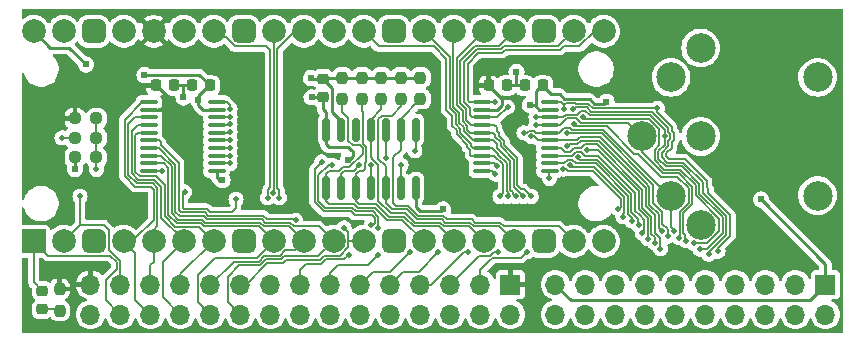
<source format=gbr>
%TF.GenerationSoftware,KiCad,Pcbnew,8.0.5*%
%TF.CreationDate,2025-05-13T06:25:59+01:00*%
%TF.ProjectId,pico1541 v0.1,7069636f-3135-4343-9120-76302e312e6b,rev?*%
%TF.SameCoordinates,Original*%
%TF.FileFunction,Copper,L1,Top*%
%TF.FilePolarity,Positive*%
%FSLAX46Y46*%
G04 Gerber Fmt 4.6, Leading zero omitted, Abs format (unit mm)*
G04 Created by KiCad (PCBNEW 8.0.5) date 2025-05-13 06:25:59*
%MOMM*%
%LPD*%
G01*
G04 APERTURE LIST*
G04 Aperture macros list*
%AMRoundRect*
0 Rectangle with rounded corners*
0 $1 Rounding radius*
0 $2 $3 $4 $5 $6 $7 $8 $9 X,Y pos of 4 corners*
0 Add a 4 corners polygon primitive as box body*
4,1,4,$2,$3,$4,$5,$6,$7,$8,$9,$2,$3,0*
0 Add four circle primitives for the rounded corners*
1,1,$1+$1,$2,$3*
1,1,$1+$1,$4,$5*
1,1,$1+$1,$6,$7*
1,1,$1+$1,$8,$9*
0 Add four rect primitives between the rounded corners*
20,1,$1+$1,$2,$3,$4,$5,0*
20,1,$1+$1,$4,$5,$6,$7,0*
20,1,$1+$1,$6,$7,$8,$9,0*
20,1,$1+$1,$8,$9,$2,$3,0*%
G04 Aperture macros list end*
%TA.AperFunction,SMDPad,CuDef*%
%ADD10RoundRect,0.100000X-0.637500X-0.100000X0.637500X-0.100000X0.637500X0.100000X-0.637500X0.100000X0*%
%TD*%
%TA.AperFunction,SMDPad,CuDef*%
%ADD11RoundRect,0.237500X0.250000X0.237500X-0.250000X0.237500X-0.250000X-0.237500X0.250000X-0.237500X0*%
%TD*%
%TA.AperFunction,ComponentPad*%
%ADD12R,1.700000X1.700000*%
%TD*%
%TA.AperFunction,ComponentPad*%
%ADD13O,1.700000X1.700000*%
%TD*%
%TA.AperFunction,SMDPad,CuDef*%
%ADD14RoundRect,0.237500X-0.250000X-0.237500X0.250000X-0.237500X0.250000X0.237500X-0.250000X0.237500X0*%
%TD*%
%TA.AperFunction,SMDPad,CuDef*%
%ADD15RoundRect,0.237500X0.237500X-0.250000X0.237500X0.250000X-0.237500X0.250000X-0.237500X-0.250000X0*%
%TD*%
%TA.AperFunction,ComponentPad*%
%ADD16R,2.000000X2.000000*%
%TD*%
%TA.AperFunction,ComponentPad*%
%ADD17C,2.000000*%
%TD*%
%TA.AperFunction,ComponentPad*%
%ADD18RoundRect,0.500000X-0.500000X-0.500000X0.500000X-0.500000X0.500000X0.500000X-0.500000X0.500000X0*%
%TD*%
%TA.AperFunction,SMDPad,CuDef*%
%ADD19RoundRect,0.150000X0.150000X-0.825000X0.150000X0.825000X-0.150000X0.825000X-0.150000X-0.825000X0*%
%TD*%
%TA.AperFunction,SMDPad,CuDef*%
%ADD20RoundRect,0.237500X-0.237500X0.250000X-0.237500X-0.250000X0.237500X-0.250000X0.237500X0.250000X0*%
%TD*%
%TA.AperFunction,ComponentPad*%
%ADD21C,2.500000*%
%TD*%
%TA.AperFunction,SMDPad,CuDef*%
%ADD22RoundRect,0.225000X-0.225000X-0.250000X0.225000X-0.250000X0.225000X0.250000X-0.225000X0.250000X0*%
%TD*%
%TA.AperFunction,SMDPad,CuDef*%
%ADD23RoundRect,0.225000X0.225000X0.250000X-0.225000X0.250000X-0.225000X-0.250000X0.225000X-0.250000X0*%
%TD*%
%TA.AperFunction,SMDPad,CuDef*%
%ADD24RoundRect,0.225000X0.250000X-0.225000X0.250000X0.225000X-0.250000X0.225000X-0.250000X-0.225000X0*%
%TD*%
%TA.AperFunction,SMDPad,CuDef*%
%ADD25RoundRect,0.218750X-0.256250X0.218750X-0.256250X-0.218750X0.256250X-0.218750X0.256250X0.218750X0*%
%TD*%
%TA.AperFunction,ViaPad*%
%ADD26C,0.609600*%
%TD*%
%TA.AperFunction,ViaPad*%
%ADD27C,0.508000*%
%TD*%
%TA.AperFunction,Conductor*%
%ADD28C,0.254000*%
%TD*%
%TA.AperFunction,Conductor*%
%ADD29C,0.152400*%
%TD*%
G04 APERTURE END LIST*
D10*
%TO.P,U4,1,A1*%
%TO.N,D0*%
X132580000Y-80387000D03*
%TO.P,U4,2,VCCA*%
%TO.N,+3V3*%
X132580000Y-81037000D03*
%TO.P,U4,3,A2*%
%TO.N,D1*%
X132580000Y-81687000D03*
%TO.P,U4,4,A3*%
%TO.N,D2*%
X132580000Y-82337000D03*
%TO.P,U4,5,A4*%
%TO.N,D3*%
X132580000Y-82987000D03*
%TO.P,U4,6,A5*%
%TO.N,D4*%
X132580000Y-83637000D03*
%TO.P,U4,7,A6*%
%TO.N,D5*%
X132580000Y-84287000D03*
%TO.P,U4,8,A7*%
%TO.N,D6*%
X132580000Y-84937000D03*
%TO.P,U4,9,A8*%
%TO.N,D7*%
X132580000Y-85587000D03*
%TO.P,U4,10,OE*%
%TO.N,OE*%
X132580000Y-86237000D03*
%TO.P,U4,11,GND*%
%TO.N,GND*%
X138305000Y-86237000D03*
%TO.P,U4,12,B8*%
%TO.N,DIO8*%
X138305000Y-85587000D03*
%TO.P,U4,13,B7*%
%TO.N,DIO7*%
X138305000Y-84937000D03*
%TO.P,U4,14,B6*%
%TO.N,DIO6*%
X138305000Y-84287000D03*
%TO.P,U4,15,B5*%
%TO.N,DIO5*%
X138305000Y-83637000D03*
%TO.P,U4,16,B4*%
%TO.N,DIO4*%
X138305000Y-82987000D03*
%TO.P,U4,17,B3*%
%TO.N,DIO3*%
X138305000Y-82337000D03*
%TO.P,U4,18,B2*%
%TO.N,DIO2*%
X138305000Y-81687000D03*
%TO.P,U4,19,VCCB*%
%TO.N,+5V*%
X138305000Y-81037000D03*
%TO.P,U4,20,B1*%
%TO.N,DIO1*%
X138305000Y-80387000D03*
%TD*%
%TO.P,U3,1,A1*%
%TO.N,~{SRQ_IN}*%
X160775500Y-80387000D03*
%TO.P,U3,2,VCCA*%
%TO.N,+3V3*%
X160775500Y-81037000D03*
%TO.P,U3,3,A2*%
%TO.N,~{ATN_IN}*%
X160775500Y-81687000D03*
%TO.P,U3,4,A3*%
%TO.N,~{RESET_IN}*%
X160775500Y-82337000D03*
%TO.P,U3,5,A4*%
%TO.N,~{CLOCK_IN}*%
X160775500Y-82987000D03*
%TO.P,U3,6,A5*%
%TO.N,~{DATA_IN}*%
X160775500Y-83637000D03*
%TO.P,U3,7,A6*%
%TO.N,~{EOI_IO}*%
X160775500Y-84287000D03*
%TO.P,U3,8,A7*%
%TO.N,~{DAV_IO}*%
X160775500Y-84937000D03*
%TO.P,U3,9,A8*%
%TO.N,~{REN_IO}*%
X160775500Y-85587000D03*
%TO.P,U3,10,OE*%
%TO.N,OE*%
X160775500Y-86237000D03*
%TO.P,U3,11,GND*%
%TO.N,GND*%
X166500500Y-86237000D03*
%TO.P,U3,12,B8*%
%TO.N,~{REN}*%
X166500500Y-85587000D03*
%TO.P,U3,13,B7*%
%TO.N,~{DAV}*%
X166500500Y-84937000D03*
%TO.P,U3,14,B6*%
%TO.N,~{EOI}*%
X166500500Y-84287000D03*
%TO.P,U3,15,B5*%
%TO.N,~{DATA}*%
X166500500Y-83637000D03*
%TO.P,U3,16,B4*%
%TO.N,~{CLOCK}*%
X166500500Y-82987000D03*
%TO.P,U3,17,B3*%
%TO.N,~{IFC}*%
X166500500Y-82337000D03*
%TO.P,U3,18,B2*%
%TO.N,~{ATN}*%
X166500500Y-81687000D03*
%TO.P,U3,19,VCCB*%
%TO.N,+5V*%
X166500500Y-81037000D03*
%TO.P,U3,20,B1*%
%TO.N,~{SRQ}*%
X166500500Y-80387000D03*
%TD*%
D11*
%TO.P,R4,1*%
%TO.N,OE*%
X128143000Y-85090000D03*
%TO.P,R4,2*%
%TO.N,GND*%
X126318000Y-85090000D03*
%TD*%
D12*
%TO.P,J6,1,Pin_1*%
%TO.N,+3V3*%
X163195000Y-95859600D03*
D13*
%TO.P,J6,2,Pin_2*%
%TO.N,GND*%
X163195000Y-98399600D03*
%TO.P,J6,3,Pin_3*%
%TO.N,~{RESET_IN}*%
X160655000Y-95859600D03*
%TO.P,J6,4,Pin_4*%
%TO.N,~{REN_IO}*%
X160655000Y-98399600D03*
%TO.P,J6,5,Pin_5*%
%TO.N,~{CLOCK_IN}*%
X158115000Y-95859600D03*
%TO.P,J6,6,Pin_6*%
%TO.N,~{SRQ_OUT}*%
X158115000Y-98399600D03*
%TO.P,J6,7,Pin_7*%
%TO.N,~{DATA_IN}*%
X155575000Y-95859600D03*
%TO.P,J6,8,Pin_8*%
%TO.N,~{DATA_OUT}*%
X155575000Y-98399600D03*
%TO.P,J6,9,Pin_9*%
%TO.N,~{EOI_IO}*%
X153035000Y-95859600D03*
%TO.P,J6,10,Pin_10*%
%TO.N,~{ATN_OUT}*%
X153035000Y-98399600D03*
%TO.P,J6,11,Pin_11*%
%TO.N,~{DAV_IO}*%
X150495000Y-95859600D03*
%TO.P,J6,12,Pin_12*%
%TO.N,~{CLOCK_OUT}*%
X150495000Y-98399600D03*
%TO.P,J6,13,Pin_13*%
%TO.N,~{ATN_IN}*%
X147955000Y-95859600D03*
%TO.P,J6,14,Pin_14*%
%TO.N,~{RESET_OUT}*%
X147955000Y-98399600D03*
%TO.P,J6,15,Pin_15*%
%TO.N,~{SRQ_IN}*%
X145415000Y-95859600D03*
%TO.P,J6,16,Pin_16*%
%TO.N,GP26*%
X145415000Y-98399600D03*
%TO.P,J6,17,Pin_17*%
%TO.N,GP27*%
X142875000Y-95859600D03*
%TO.P,J6,18,Pin_18*%
%TO.N,GP28*%
X142875000Y-98399600D03*
%TO.P,J6,19,Pin_19*%
%TO.N,D4*%
X140335000Y-95859600D03*
%TO.P,J6,20,Pin_20*%
%TO.N,D5*%
X140335000Y-98399600D03*
%TO.P,J6,21,Pin_21*%
%TO.N,D6*%
X137795000Y-95859600D03*
%TO.P,J6,22,Pin_22*%
%TO.N,D7*%
X137795000Y-98399600D03*
%TO.P,J6,23,Pin_23*%
%TO.N,D3*%
X135255000Y-95859600D03*
%TO.P,J6,24,Pin_24*%
%TO.N,D2*%
X135255000Y-98399600D03*
%TO.P,J6,25,Pin_25*%
%TO.N,D1*%
X132715000Y-95859600D03*
%TO.P,J6,26,Pin_26*%
%TO.N,D0*%
X132715000Y-98399600D03*
%TO.P,J6,27,Pin_27*%
%TO.N,GP1*%
X130175000Y-95859600D03*
%TO.P,J6,28,Pin_28*%
%TO.N,GP0*%
X130175000Y-98399600D03*
%TO.P,J6,29,Pin_29*%
%TO.N,+3V3*%
X127635000Y-95859600D03*
%TO.P,J6,30,Pin_30*%
%TO.N,GND*%
X127635000Y-98399600D03*
%TD*%
D14*
%TO.P,R3,1*%
%TO.N,GP1*%
X126318000Y-83439000D03*
%TO.P,R3,2*%
%TO.N,OE*%
X128143000Y-83439000D03*
%TD*%
D15*
%TO.P,R9,1*%
%TO.N,~{SRQ_OUT}*%
X155575000Y-80160500D03*
%TO.P,R9,2*%
%TO.N,GND*%
X155575000Y-78335500D03*
%TD*%
D16*
%TO.P,U1,1,GP0*%
%TO.N,GP0*%
X122816000Y-92195000D03*
D17*
%TO.P,U1,2,GP1*%
%TO.N,GP1*%
X125356000Y-92195000D03*
D18*
%TO.P,U1,3,GND*%
%TO.N,GND*%
X127896000Y-92195000D03*
D17*
%TO.P,U1,4,GP2*%
%TO.N,D0*%
X130436000Y-92195000D03*
%TO.P,U1,5,GP3*%
%TO.N,D1*%
X132976000Y-92195000D03*
%TO.P,U1,6,GP4*%
%TO.N,D2*%
X135516000Y-92195000D03*
%TO.P,U1,7,GP5*%
%TO.N,D3*%
X138056000Y-92195000D03*
D18*
%TO.P,U1,8,GND*%
%TO.N,GND*%
X140596000Y-92195000D03*
D17*
%TO.P,U1,9,GP6*%
%TO.N,D7*%
X143136000Y-92195000D03*
%TO.P,U1,10,GP7*%
%TO.N,D6*%
X145676000Y-92195000D03*
%TO.P,U1,11,GP8*%
%TO.N,D5*%
X148216000Y-92195000D03*
%TO.P,U1,12,GP9*%
%TO.N,D4*%
X150756000Y-92195000D03*
D18*
%TO.P,U1,13,GND*%
%TO.N,GND*%
X153296000Y-92195000D03*
D17*
%TO.P,U1,14,GP10*%
%TO.N,~{RESET_OUT}*%
X155836000Y-92195000D03*
%TO.P,U1,15,GP11*%
%TO.N,~{CLOCK_OUT}*%
X158376000Y-92195000D03*
%TO.P,U1,16,GP12*%
%TO.N,~{ATN_OUT}*%
X160916000Y-92195000D03*
%TO.P,U1,17,GP13*%
%TO.N,~{DATA_OUT}*%
X163456000Y-92195000D03*
D18*
%TO.P,U1,18,GND*%
%TO.N,GND*%
X165996000Y-92195000D03*
D17*
%TO.P,U1,19,GP14*%
%TO.N,~{SRQ_OUT}*%
X168536000Y-92195000D03*
%TO.P,U1,20,GP15*%
%TO.N,~{REN_IO}*%
X171076000Y-92195000D03*
%TO.P,U1,21,GP16*%
%TO.N,~{SRQ_IN}*%
X171076000Y-74415000D03*
%TO.P,U1,22,GP17*%
%TO.N,~{ATN_IN}*%
X168536000Y-74415000D03*
D18*
%TO.P,U1,23,GND*%
%TO.N,GND*%
X165996000Y-74415000D03*
D17*
%TO.P,U1,24,GP18*%
%TO.N,~{RESET_IN}*%
X163456000Y-74415000D03*
%TO.P,U1,25,GP19*%
%TO.N,~{CLOCK_IN}*%
X160916000Y-74415000D03*
%TO.P,U1,26,GP20*%
%TO.N,~{DATA_IN}*%
X158376000Y-74415000D03*
%TO.P,U1,27,GP21*%
%TO.N,~{EOI_IO}*%
X155836000Y-74415000D03*
D18*
%TO.P,U1,28,GND*%
%TO.N,GND*%
X153296000Y-74415000D03*
D17*
%TO.P,U1,29,GP22*%
%TO.N,~{DAV_IO}*%
X150756000Y-74415000D03*
%TO.P,U1,30,RUN*%
%TO.N,unconnected-(U1-RUN-Pad30)*%
X148216000Y-74415000D03*
%TO.P,U1,31,GP26*%
%TO.N,GP26*%
X145676000Y-74415000D03*
%TO.P,U1,32,GP27*%
%TO.N,GP27*%
X143136000Y-74415000D03*
D18*
%TO.P,U1,33,AGND*%
%TO.N,unconnected-(U1-AGND-Pad33)*%
X140596000Y-74415000D03*
D17*
%TO.P,U1,34,GP28*%
%TO.N,GP28*%
X138056000Y-74415000D03*
%TO.P,U1,35,ADC_REF*%
%TO.N,unconnected-(U1-ADC_REF-Pad35)*%
X135516000Y-74415000D03*
%TO.P,U1,36,3V3*%
%TO.N,+3V3*%
X132976000Y-74415000D03*
%TO.P,U1,37,3V3_EN*%
%TO.N,unconnected-(U1-3V3_EN-Pad37)*%
X130436000Y-74415000D03*
D18*
%TO.P,U1,38,GND*%
%TO.N,GND*%
X127896000Y-74415000D03*
D17*
%TO.P,U1,39,VSYS*%
%TO.N,unconnected-(U1-VSYS-Pad39)*%
X125356000Y-74415000D03*
%TO.P,U1,40,VBUS_(5V)*%
%TO.N,+5V*%
X122816000Y-74415000D03*
%TD*%
D19*
%TO.P,U2,1*%
%TO.N,~{RESET_OUT}*%
X147574000Y-87692000D03*
%TO.P,U2,2*%
%TO.N,~{IFC}*%
X148844000Y-87692000D03*
%TO.P,U2,3*%
%TO.N,~{CLOCK_OUT}*%
X150114000Y-87692000D03*
%TO.P,U2,4*%
%TO.N,~{CLOCK}*%
X151384000Y-87692000D03*
%TO.P,U2,5*%
%TO.N,~{DATA_OUT}*%
X152654000Y-87692000D03*
%TO.P,U2,6*%
%TO.N,~{DATA}*%
X153924000Y-87692000D03*
%TO.P,U2,7,GND*%
%TO.N,GND*%
X155194000Y-87692000D03*
%TO.P,U2,8*%
%TO.N,~{SRQ}*%
X155194000Y-82742000D03*
%TO.P,U2,9*%
%TO.N,~{SRQ_OUT}*%
X153924000Y-82742000D03*
%TO.P,U2,10*%
%TO.N,~{ATN}*%
X152654000Y-82742000D03*
%TO.P,U2,11*%
%TO.N,~{ATN_OUT}*%
X151384000Y-82742000D03*
%TO.P,U2,12*%
%TO.N,unconnected-(U2-Pad12)*%
X150114000Y-82742000D03*
%TO.P,U2,13*%
%TO.N,GND*%
X148844000Y-82742000D03*
%TO.P,U2,14,VCC*%
%TO.N,+5V*%
X147574000Y-82742000D03*
%TD*%
D15*
%TO.P,R8,1*%
%TO.N,~{DATA_OUT}*%
X153924000Y-80160500D03*
%TO.P,R8,2*%
%TO.N,GND*%
X153924000Y-78335500D03*
%TD*%
D12*
%TO.P,J5,1,Pin_1*%
%TO.N,+5V*%
X189865000Y-95859600D03*
D13*
%TO.P,J5,2,Pin_2*%
%TO.N,GND*%
X189865000Y-98399600D03*
%TO.P,J5,3,Pin_3*%
%TO.N,~{SRQ}*%
X187325000Y-95859600D03*
%TO.P,J5,4,Pin_4*%
%TO.N,DIO1*%
X187325000Y-98399600D03*
%TO.P,J5,5,Pin_5*%
%TO.N,~{ATN}*%
X184785000Y-95859600D03*
%TO.P,J5,6,Pin_6*%
%TO.N,DIO2*%
X184785000Y-98399600D03*
%TO.P,J5,7,Pin_7*%
%TO.N,~{IFC}*%
X182245000Y-95859600D03*
%TO.P,J5,8,Pin_8*%
%TO.N,DIO3*%
X182245000Y-98399600D03*
%TO.P,J5,9,Pin_9*%
%TO.N,~{CLOCK}*%
X179705000Y-95859600D03*
%TO.P,J5,10,Pin_10*%
%TO.N,DIO4*%
X179705000Y-98399600D03*
%TO.P,J5,11,Pin_11*%
%TO.N,~{DATA}*%
X177165000Y-95859600D03*
%TO.P,J5,12,Pin_12*%
%TO.N,DIO5*%
X177165000Y-98399600D03*
%TO.P,J5,13,Pin_13*%
%TO.N,~{EOI}*%
X174625000Y-95859600D03*
%TO.P,J5,14,Pin_14*%
%TO.N,DIO6*%
X174625000Y-98399600D03*
%TO.P,J5,15,Pin_15*%
%TO.N,~{DAV}*%
X172085000Y-95859600D03*
%TO.P,J5,16,Pin_16*%
%TO.N,DIO7*%
X172085000Y-98399600D03*
%TO.P,J5,17,Pin_17*%
%TO.N,~{REN}*%
X169545000Y-95859600D03*
%TO.P,J5,18,Pin_18*%
%TO.N,DIO8*%
X169545000Y-98399600D03*
%TO.P,J5,19,Pin_19*%
%TO.N,+5V*%
X167005000Y-95859600D03*
%TO.P,J5,20,Pin_20*%
%TO.N,GND*%
X167005000Y-98399600D03*
%TD*%
D15*
%TO.P,R7,1*%
%TO.N,~{ATN_OUT}*%
X152273000Y-80160500D03*
%TO.P,R7,2*%
%TO.N,GND*%
X152273000Y-78335500D03*
%TD*%
D20*
%TO.P,R1,1*%
%TO.N,+3V3*%
X125030500Y-96242500D03*
%TO.P,R1,2*%
%TO.N,Net-(D1-A)*%
X125030500Y-98067500D03*
%TD*%
D21*
%TO.P,J4,1*%
%TO.N,~{SRQ}*%
X179295000Y-75812000D03*
%TO.P,J4,2*%
%TO.N,GND*%
X176795000Y-78312000D03*
%TO.P,J4,3*%
%TO.N,~{ATN}*%
X179295000Y-83312000D03*
%TO.P,J4,4*%
%TO.N,~{CLOCK}*%
X176795000Y-88312000D03*
%TO.P,J4,5*%
%TO.N,~{DATA}*%
X179295000Y-90812000D03*
%TO.P,J4,6*%
%TO.N,~{IFC}*%
X174295000Y-83312000D03*
%TO.P,J4,PE*%
%TO.N,GND*%
X189195000Y-78312000D03*
X189195000Y-88312000D03*
%TD*%
D22*
%TO.P,C4,1*%
%TO.N,+3V3*%
X161339000Y-78994000D03*
%TO.P,C4,2*%
%TO.N,GND*%
X162889000Y-78994000D03*
%TD*%
D23*
%TO.P,C2,1*%
%TO.N,+5V*%
X137741500Y-78994000D03*
%TO.P,C2,2*%
%TO.N,GND*%
X136191500Y-78994000D03*
%TD*%
D24*
%TO.P,C3,1*%
%TO.N,+5V*%
X147320000Y-79999500D03*
%TO.P,C3,2*%
%TO.N,GND*%
X147320000Y-78449500D03*
%TD*%
D25*
%TO.P,D1,1,K*%
%TO.N,GP0*%
X123506500Y-96367500D03*
%TO.P,D1,2,A*%
%TO.N,Net-(D1-A)*%
X123506500Y-97942500D03*
%TD*%
D14*
%TO.P,R2,1*%
%TO.N,+3V3*%
X126318000Y-81788000D03*
%TO.P,R2,2*%
%TO.N,OE*%
X128143000Y-81788000D03*
%TD*%
D22*
%TO.P,C1,1*%
%TO.N,+3V3*%
X133143500Y-78994000D03*
%TO.P,C1,2*%
%TO.N,GND*%
X134693500Y-78994000D03*
%TD*%
D23*
%TO.P,C5,1*%
%TO.N,+5V*%
X165937000Y-78994000D03*
%TO.P,C5,2*%
%TO.N,GND*%
X164387000Y-78994000D03*
%TD*%
D15*
%TO.P,R6,1*%
%TO.N,~{CLOCK_OUT}*%
X150622000Y-80160500D03*
%TO.P,R6,2*%
%TO.N,GND*%
X150622000Y-78335500D03*
%TD*%
%TO.P,R5,1*%
%TO.N,~{RESET_OUT}*%
X148971000Y-80160500D03*
%TO.P,R5,2*%
%TO.N,GND*%
X148971000Y-78335500D03*
%TD*%
D26*
%TO.N,GND*%
X126318000Y-86059000D03*
X163703000Y-77851000D03*
X157480000Y-89484200D03*
X146304000Y-78359000D03*
X138811000Y-86995000D03*
D27*
X166497000Y-86868000D03*
D26*
X135509000Y-80010000D03*
%TO.N,+5V*%
X132207000Y-78105000D03*
X146356316Y-79999500D03*
X184404000Y-88646000D03*
X127254000Y-77216000D03*
X171323000Y-80385600D03*
X164837316Y-80636316D03*
X149419329Y-85284329D03*
X136779000Y-80264000D03*
D27*
%TO.N,~{REN}*%
X173493951Y-90462849D03*
%TO.N,DIO6*%
X139446000Y-84277194D03*
X169682988Y-84469412D03*
X174821846Y-91956147D03*
%TO.N,~{DATA}*%
X153924000Y-85725000D03*
X176007899Y-91346147D03*
X164973000Y-83312000D03*
%TO.N,DIO3*%
X139446000Y-82295985D03*
X168576500Y-82248500D03*
X177486507Y-91870746D03*
%TO.N,DIO4*%
X168021000Y-83058000D03*
X139446000Y-82956388D03*
X176521307Y-91764807D03*
%TO.N,~{DAV}*%
X174339246Y-91456308D03*
%TO.N,~{ATN}*%
X176256200Y-83312000D03*
X179247656Y-92844495D03*
X152677750Y-85140800D03*
X165354000Y-81661000D03*
%TO.N,DIO1*%
X168529000Y-80978500D03*
X179988007Y-93298555D03*
X139449141Y-80975187D03*
%TO.N,~{SRQ}*%
X175641000Y-80919000D03*
X180769776Y-93012776D03*
X155101308Y-84531200D03*
X167758790Y-80991929D03*
%TO.N,~{EOI}*%
X175412400Y-92329000D03*
%TO.N,DIO7*%
X139446000Y-84937597D03*
X174033737Y-90843325D03*
X168931488Y-85082912D03*
%TO.N,~{CLOCK}*%
X151384000Y-85750400D03*
X177028602Y-91341979D03*
X164332315Y-83007200D03*
%TO.N,DIO5*%
X139446000Y-83616791D03*
X168021000Y-84149600D03*
X175895000Y-92815014D03*
%TO.N,DIO8*%
X139446000Y-85598000D03*
X168233975Y-85750400D03*
X172713203Y-90113153D03*
%TO.N,~{IFC}*%
X150393400Y-85750400D03*
X165347500Y-82337000D03*
X178085633Y-92148557D03*
%TO.N,DIO2*%
X139446000Y-81635582D03*
X178710628Y-92361895D03*
X169322500Y-81629500D03*
%TO.N,~{DAV_IO}*%
X154686000Y-93091000D03*
X162306000Y-88392000D03*
%TO.N,~{REN_IO}*%
X167640304Y-86069599D03*
X172339000Y-89452093D03*
X162052000Y-85852000D03*
%TO.N,~{RESET_IN}*%
X164947612Y-88392000D03*
X164592000Y-93091000D03*
%TO.N,D4*%
X145014793Y-90420241D03*
X149098000Y-91059000D03*
%TO.N,~{ATN_IN}*%
X152019000Y-91059000D03*
X162948354Y-80822800D03*
X152019000Y-93345000D03*
X148095699Y-85750400D03*
%TO.N,GP27*%
X143129000Y-88068191D03*
%TO.N,~{SRQ_IN}*%
X161925000Y-80391000D03*
X151417478Y-90786415D03*
X149482502Y-93348502D03*
X147203302Y-85460698D03*
%TO.N,~{EOI_IO}*%
X157099000Y-93091000D03*
X162966403Y-88392000D03*
%TO.N,GP1*%
X126746000Y-88392000D03*
X125222000Y-83439000D03*
%TO.N,GP26*%
X143611600Y-88519000D03*
%TO.N,~{CLOCK_IN}*%
X162179000Y-93091000D03*
X164287209Y-88392000D03*
%TO.N,GP28*%
X142646400Y-88519000D03*
%TO.N,~{DATA_IN}*%
X159639000Y-93091000D03*
X163626806Y-88392000D03*
%TO.N,OE*%
X133731000Y-86233000D03*
X139954000Y-88646000D03*
X135610600Y-88011000D03*
X161922484Y-86499578D03*
X128143000Y-86106000D03*
%TD*%
D28*
%TO.N,GND*%
X164387000Y-78994000D02*
X163703000Y-78994000D01*
X148971000Y-78335500D02*
X147434000Y-78335500D01*
D29*
X166497000Y-86868000D02*
X166497000Y-86240500D01*
D28*
X148074400Y-81272400D02*
X148074400Y-79203900D01*
X148844000Y-82742000D02*
X148844000Y-82042000D01*
X135509000Y-78994000D02*
X136191500Y-78994000D01*
X155575000Y-78335500D02*
X148971000Y-78335500D01*
X155194000Y-89281000D02*
X155194000Y-87692000D01*
X138557000Y-86995000D02*
X138305000Y-86743000D01*
D29*
X166497000Y-86240500D02*
X166500500Y-86237000D01*
D28*
X135509000Y-78994000D02*
X135509000Y-80010000D01*
X155575000Y-89662000D02*
X155194000Y-89281000D01*
X147320000Y-78449500D02*
X146394500Y-78449500D01*
X163703000Y-78994000D02*
X163703000Y-77851000D01*
X157302200Y-89662000D02*
X155575000Y-89662000D01*
X138811000Y-86995000D02*
X138557000Y-86995000D01*
X147434000Y-78335500D02*
X147320000Y-78449500D01*
X134693500Y-78994000D02*
X135509000Y-78994000D01*
X163703000Y-78994000D02*
X162889000Y-78994000D01*
X148844000Y-82042000D02*
X148074400Y-81272400D01*
X157480000Y-89484200D02*
X157302200Y-89662000D01*
X138305000Y-86743000D02*
X138305000Y-86237000D01*
X126318000Y-86059000D02*
X126318000Y-85090000D01*
X146394500Y-78449500D02*
X146304000Y-78359000D01*
X148074400Y-79203900D02*
X147320000Y-78449500D01*
%TO.N,+3V3*%
X161339000Y-78994000D02*
X161417000Y-78994000D01*
X133223000Y-78994000D02*
X134112000Y-79883000D01*
X162458400Y-80170058D02*
X161339000Y-79050658D01*
X134112000Y-79883000D02*
X134112000Y-80772000D01*
X162458400Y-80611942D02*
X162458400Y-80170058D01*
X133143500Y-78994000D02*
X133223000Y-78994000D01*
X161339000Y-79050658D02*
X161339000Y-78994000D01*
X133847000Y-81037000D02*
X132580000Y-81037000D01*
X162033342Y-81037000D02*
X162458400Y-80611942D01*
X160775500Y-81037000D02*
X162033342Y-81037000D01*
X134112000Y-80772000D02*
X133847000Y-81037000D01*
%TO.N,+5V*%
X136852500Y-78105000D02*
X137741500Y-78994000D01*
X189865000Y-94107000D02*
X184404000Y-88646000D01*
X165354000Y-80772000D02*
X165619000Y-81037000D01*
X169922198Y-80181700D02*
X168917594Y-80181700D01*
X165354000Y-80645000D02*
X165354000Y-80772000D01*
X136779000Y-79883000D02*
X136779000Y-80645000D01*
X165937000Y-78994000D02*
X165862000Y-78994000D01*
X167765194Y-80140300D02*
X167380894Y-79756000D01*
X124220000Y-75819000D02*
X122816000Y-74415000D01*
X136779000Y-80645000D02*
X137171000Y-81037000D01*
X147828000Y-84201000D02*
X148463000Y-84201000D01*
X189865000Y-95859600D02*
X188569600Y-97155000D01*
X171323000Y-80385600D02*
X171145200Y-80563400D01*
X188569600Y-97155000D02*
X168300400Y-97155000D01*
X149860000Y-84963000D02*
X149538671Y-85284329D01*
X166648600Y-79756000D02*
X165937000Y-79044400D01*
X168917594Y-80181700D02*
X168876194Y-80140300D01*
X132207000Y-78105000D02*
X136852500Y-78105000D01*
X137741500Y-78994000D02*
X137668000Y-78994000D01*
X149479000Y-84201000D02*
X149733000Y-84455000D01*
X147574000Y-81280000D02*
X147574000Y-82742000D01*
X168300400Y-97155000D02*
X167005000Y-95859600D01*
X165937000Y-79044400D02*
X165937000Y-78994000D01*
X147574000Y-83947000D02*
X147574000Y-82742000D01*
X171145200Y-80563400D02*
X170303898Y-80563400D01*
X165619000Y-81037000D02*
X166500500Y-81037000D01*
X137171000Y-81037000D02*
X138305000Y-81037000D01*
X148463000Y-84201000D02*
X149479000Y-84201000D01*
X147320000Y-79999500D02*
X147320000Y-81026000D01*
X170303898Y-80563400D02*
X169922198Y-80181700D01*
X149538671Y-85284329D02*
X149419329Y-85284329D01*
X147320000Y-81026000D02*
X147574000Y-81280000D01*
X127254000Y-77216000D02*
X125857000Y-75819000D01*
X125857000Y-75819000D02*
X124220000Y-75819000D01*
X147574000Y-83947000D02*
X147828000Y-84201000D01*
X149860000Y-84582000D02*
X149860000Y-84963000D01*
X149733000Y-84455000D02*
X149860000Y-84582000D01*
X189865000Y-95859600D02*
X189865000Y-94107000D01*
X165345316Y-80636316D02*
X165354000Y-80645000D01*
X164837316Y-80636316D02*
X165345316Y-80636316D01*
X165862000Y-78994000D02*
X165354000Y-79502000D01*
X165354000Y-79502000D02*
X165354000Y-80645000D01*
X168876194Y-80140300D02*
X167765194Y-80140300D01*
X167380894Y-79756000D02*
X166648600Y-79756000D01*
X137668000Y-78994000D02*
X136779000Y-79883000D01*
X146356316Y-79999500D02*
X147320000Y-79999500D01*
D29*
%TO.N,Net-(D1-A)*%
X123506500Y-97942500D02*
X124905500Y-97942500D01*
%TO.N,GP0*%
X122816000Y-92195000D02*
X122816000Y-95677000D01*
X122816000Y-95677000D02*
X123506500Y-96367500D01*
X129314548Y-93423600D02*
X124044600Y-93423600D01*
X124044600Y-93423600D02*
X122816000Y-92195000D01*
X130175000Y-98399600D02*
X128930400Y-97155000D01*
X128930400Y-95478600D02*
X129870200Y-94538800D01*
X128930400Y-97155000D02*
X128930400Y-95478600D01*
X129870200Y-93979252D02*
X129314548Y-93423600D01*
X129870200Y-94538800D02*
X129870200Y-93979252D01*
%TO.N,~{REN}*%
X168753075Y-85587000D02*
X168433875Y-85267800D01*
X168433875Y-85267800D02*
X168034075Y-85267800D01*
X173126400Y-89843850D02*
X173126400Y-88317296D01*
X168034075Y-85267800D02*
X167714875Y-85587000D01*
X173126400Y-88317296D02*
X170396104Y-85587000D01*
X173493951Y-90462849D02*
X173493951Y-90211401D01*
X173493951Y-90211401D02*
X173126400Y-89843850D01*
X167714875Y-85587000D02*
X166500500Y-85587000D01*
X170396104Y-85587000D02*
X168753075Y-85587000D01*
%TO.N,DIO6*%
X174821846Y-90239846D02*
X174040800Y-89458800D01*
X174821846Y-91956147D02*
X174821846Y-90239846D01*
X139436194Y-84287000D02*
X139446000Y-84277194D01*
X174040800Y-87938540D02*
X170571672Y-84469412D01*
X138305000Y-84287000D02*
X139436194Y-84287000D01*
X170571672Y-84469412D02*
X169682988Y-84469412D01*
X174040800Y-89458800D02*
X174040800Y-87938540D01*
%TO.N,~{DATA}*%
X174955200Y-89080044D02*
X174955200Y-87552304D01*
X153924000Y-85725000D02*
X153924000Y-87692000D01*
X169048736Y-83377212D02*
X168788948Y-83637000D01*
X175736246Y-89861090D02*
X174955200Y-89080044D01*
X174650400Y-87224348D02*
X170803264Y-83377212D01*
X170803264Y-83377212D02*
X169048736Y-83377212D01*
X175736246Y-91074494D02*
X175736246Y-89861090D01*
X174650400Y-87247504D02*
X174650400Y-87224348D01*
X165552000Y-83637000D02*
X166500500Y-83637000D01*
X174955200Y-87552304D02*
X174650400Y-87247504D01*
X168788948Y-83637000D02*
X166500500Y-83637000D01*
X176007899Y-91346147D02*
X175736246Y-91074494D01*
X165227000Y-83312000D02*
X165552000Y-83637000D01*
X164973000Y-83312000D02*
X165227000Y-83312000D01*
%TO.N,DIO3*%
X175948792Y-86741000D02*
X177315057Y-86741000D01*
X177315057Y-86741000D02*
X178273600Y-87699543D01*
X177511202Y-91846051D02*
X177486507Y-91870746D01*
X178273600Y-87699543D02*
X178273600Y-88934400D01*
X173682543Y-84790600D02*
X173998392Y-84790600D01*
X168776400Y-82448400D02*
X171340343Y-82448400D01*
X171340343Y-82448400D02*
X173682543Y-84790600D01*
X138305000Y-82337000D02*
X139404985Y-82337000D01*
X173998392Y-84790600D02*
X175948792Y-86741000D01*
X178273600Y-88934400D02*
X177511202Y-89696798D01*
X139404985Y-82337000D02*
X139446000Y-82295985D01*
X177511202Y-89696798D02*
X177511202Y-91846051D01*
X168576500Y-82248500D02*
X168776400Y-82448400D01*
%TO.N,DIO4*%
X170915104Y-83058000D02*
X174955200Y-87098096D01*
X138305000Y-82987000D02*
X139415388Y-82987000D01*
X175260000Y-87426052D02*
X175260000Y-88953792D01*
X174955200Y-87098096D02*
X174955200Y-87121252D01*
X139415388Y-82987000D02*
X139446000Y-82956388D01*
X176521307Y-91177055D02*
X176521307Y-91764807D01*
X168021000Y-83058000D02*
X170915104Y-83058000D01*
X176041046Y-90696794D02*
X176521307Y-91177055D01*
X176041046Y-89734838D02*
X176041046Y-90696794D01*
X174955200Y-87121252D02*
X175260000Y-87426052D01*
X175260000Y-88953792D02*
X176041046Y-89734838D01*
%TO.N,~{DAV}*%
X169131388Y-84600312D02*
X168731588Y-84600312D01*
X168731588Y-84600312D02*
X168394900Y-84937000D01*
X174517046Y-90366098D02*
X174148694Y-89997746D01*
X170634208Y-84963000D02*
X169494076Y-84963000D01*
X168394900Y-84937000D02*
X166500500Y-84937000D01*
X174148694Y-89997746D02*
X174142400Y-89997746D01*
X174517046Y-91278508D02*
X174517046Y-90366098D01*
X174142400Y-89997746D02*
X173736000Y-89591346D01*
X173736000Y-89591346D02*
X173736000Y-88064792D01*
X169494076Y-84963000D02*
X169131388Y-84600312D01*
X173736000Y-88064792D02*
X170634208Y-84963000D01*
X174339246Y-91456308D02*
X174517046Y-91278508D01*
%TO.N,~{ATN}*%
X167871848Y-81461100D02*
X167645948Y-81687000D01*
X175033709Y-81528600D02*
X173183348Y-81528600D01*
X169909500Y-81534000D02*
X169522400Y-81146900D01*
X168808400Y-81461100D02*
X167871848Y-81461100D01*
X169122600Y-81146900D02*
X168808400Y-81461100D01*
X166474500Y-81661000D02*
X166500500Y-81687000D01*
X165354000Y-81661000D02*
X166474500Y-81661000D01*
X152654000Y-85117050D02*
X152677750Y-85140800D01*
X169522400Y-81146900D02*
X169122600Y-81146900D01*
X176256200Y-83312000D02*
X176256200Y-82751091D01*
X176327548Y-85826600D02*
X177693813Y-85826600D01*
X181152800Y-91516200D02*
X179824505Y-92844495D01*
X181152800Y-90147691D02*
X181152800Y-91516200D01*
X176256200Y-82751091D02*
X175033709Y-81528600D01*
X179197000Y-87329787D02*
X179197000Y-88191891D01*
X173183348Y-81528600D02*
X173177948Y-81534000D01*
X176256200Y-84016852D02*
X175717200Y-84555852D01*
X167645948Y-81687000D02*
X166500500Y-81687000D01*
X177693813Y-85826600D02*
X179197000Y-87329787D01*
X175717200Y-84555852D02*
X175717200Y-85216252D01*
X176256200Y-83312000D02*
X176256200Y-84016852D01*
X173177948Y-81534000D02*
X169909500Y-81534000D01*
X152654000Y-82742000D02*
X152654000Y-85117050D01*
X175717200Y-85216252D02*
X176327548Y-85826600D01*
X179824505Y-92844495D02*
X179247656Y-92844495D01*
X179197000Y-88191891D02*
X181152800Y-90147691D01*
%TO.N,DIO1*%
X176561000Y-82934300D02*
X176738800Y-83112100D01*
X175159961Y-81223800D02*
X176561000Y-82624839D01*
X176738800Y-83112100D02*
X176738800Y-83511900D01*
X176022000Y-85090000D02*
X176453800Y-85521800D01*
X179988007Y-93112045D02*
X179988007Y-93298555D01*
X177820065Y-85521800D02*
X179501800Y-87203535D01*
X176561000Y-83689700D02*
X176561000Y-84143104D01*
X138305000Y-80387000D02*
X139188000Y-80387000D01*
X139449141Y-80648141D02*
X139449141Y-80975187D01*
X176022000Y-84682104D02*
X176022000Y-85090000D01*
X176738800Y-83511900D02*
X176561000Y-83689700D01*
X179501800Y-87203535D02*
X179501800Y-88065639D01*
X168665400Y-80842100D02*
X169648652Y-80842100D01*
X179501800Y-88065639D02*
X181483000Y-90046839D01*
X176561000Y-84143104D02*
X176022000Y-84682104D01*
X170561000Y-81229200D02*
X170566400Y-81223800D01*
X170035752Y-81229200D02*
X170561000Y-81229200D01*
X168529000Y-80978500D02*
X168665400Y-80842100D01*
X169648652Y-80842100D02*
X170035752Y-81229200D01*
X176561000Y-82624839D02*
X176561000Y-82934300D01*
X181483000Y-91617052D02*
X179988007Y-93112045D01*
X139188000Y-80387000D02*
X139449141Y-80648141D01*
X176453800Y-85521800D02*
X177820065Y-85521800D01*
X170566400Y-81223800D02*
X175159961Y-81223800D01*
X181483000Y-90046839D02*
X181483000Y-91617052D01*
%TO.N,~{SRQ}*%
X155101308Y-84531200D02*
X155194000Y-84438508D01*
X175641000Y-81273787D02*
X176865800Y-82498587D01*
X181787800Y-89920587D02*
X181787800Y-91743304D01*
X155194000Y-84438508D02*
X155194000Y-82742000D01*
X179832000Y-87630000D02*
X179959000Y-87757000D01*
X179832000Y-87102683D02*
X179832000Y-87630000D01*
X168728900Y-80495900D02*
X168770300Y-80537300D01*
X177946317Y-85217000D02*
X179832000Y-87102683D01*
X169774904Y-80537300D02*
X170156604Y-80919000D01*
X179959000Y-87757000D02*
X179959000Y-88091787D01*
X176865800Y-82498587D02*
X176865800Y-82808048D01*
X175641000Y-80919000D02*
X175641000Y-81273787D01*
X179959000Y-88091787D02*
X181787800Y-89920587D01*
X177043600Y-82985848D02*
X177043600Y-83638152D01*
X167899680Y-80495900D02*
X168728900Y-80495900D01*
X168770300Y-80537300D02*
X169774904Y-80537300D01*
X181787800Y-91743304D02*
X180769776Y-92761328D01*
X176403000Y-84732156D02*
X176403000Y-84963000D01*
X170156604Y-80919000D02*
X175641000Y-80919000D01*
X167758790Y-80636790D02*
X167758790Y-80991929D01*
X176657000Y-85217000D02*
X177946317Y-85217000D01*
X180769776Y-92761328D02*
X180769776Y-93012776D01*
X176403000Y-84963000D02*
X176657000Y-85217000D01*
X176865800Y-82808048D02*
X177043600Y-82985848D01*
X177043600Y-83638152D02*
X176865800Y-83815952D01*
X167758790Y-80636790D02*
X167899680Y-80495900D01*
X167509000Y-80387000D02*
X167758790Y-80636790D01*
X166500500Y-80387000D02*
X167509000Y-80387000D01*
X176865800Y-84269356D02*
X176403000Y-84732156D01*
X176865800Y-83815952D02*
X176865800Y-84269356D01*
%TO.N,~{EOI}*%
X169483088Y-83986812D02*
X169174388Y-84295512D01*
X167817200Y-84632200D02*
X167472000Y-84287000D01*
X168605336Y-84295512D02*
X168268648Y-84632200D01*
X175412400Y-92329000D02*
X175412400Y-91864201D01*
X168268648Y-84632200D02*
X167817200Y-84632200D01*
X174345600Y-89332548D02*
X174345600Y-87812288D01*
X175126646Y-90113594D02*
X174345600Y-89332548D01*
X169174388Y-84295512D02*
X168605336Y-84295512D01*
X167472000Y-84287000D02*
X166500500Y-84287000D01*
X175126646Y-91578447D02*
X175126646Y-90113594D01*
X170520124Y-83986812D02*
X169483088Y-83986812D01*
X175412400Y-91864201D02*
X175126646Y-91578447D01*
X174345600Y-87812288D02*
X170520124Y-83986812D01*
%TO.N,DIO7*%
X170522356Y-85282200D02*
X173431200Y-88191044D01*
X174000301Y-90809889D02*
X174033737Y-90843325D01*
X168931488Y-85082912D02*
X168931488Y-85111488D01*
X169102200Y-85282200D02*
X170522356Y-85282200D01*
X168931488Y-85111488D02*
X169102200Y-85282200D01*
X139445403Y-84937000D02*
X139446000Y-84937597D01*
X173431200Y-89717598D02*
X174000301Y-90286699D01*
X174000301Y-90286699D02*
X174000301Y-90809889D01*
X138305000Y-84937000D02*
X139445403Y-84937000D01*
X173431200Y-88191044D02*
X173431200Y-89717598D01*
%TO.N,~{CLOCK}*%
X168398700Y-82753200D02*
X171041356Y-82753200D01*
X164773100Y-82829400D02*
X164595300Y-83007200D01*
X166444500Y-82931000D02*
X166500500Y-82987000D01*
X177028602Y-91253298D02*
X176795000Y-91019696D01*
X165330500Y-82987000D02*
X165172900Y-82829400D01*
X177028602Y-91341979D02*
X177028602Y-91253298D01*
X176577000Y-88312000D02*
X176795000Y-88312000D01*
X166500500Y-82987000D02*
X167330000Y-82987000D01*
X167330000Y-82987000D02*
X167741600Y-82575400D01*
X175260000Y-86971844D02*
X175260000Y-86995000D01*
X151384000Y-85750400D02*
X151384000Y-87692000D01*
X167741600Y-82575400D02*
X168220900Y-82575400D01*
X171041356Y-82753200D02*
X175260000Y-86971844D01*
X166500500Y-82987000D02*
X165330500Y-82987000D01*
X175260000Y-86995000D02*
X176577000Y-88312000D01*
X168220900Y-82575400D02*
X168398700Y-82753200D01*
X165172900Y-82829400D02*
X164773100Y-82829400D01*
X176795000Y-91019696D02*
X176795000Y-88312000D01*
X164595300Y-83007200D02*
X164332315Y-83007200D01*
%TO.N,DIO5*%
X174650400Y-87678556D02*
X174345600Y-87373756D01*
X170677012Y-83682012D02*
X169174988Y-83682012D01*
X138305000Y-83637000D02*
X139425791Y-83637000D01*
X169174988Y-83682012D02*
X168866288Y-83990712D01*
X175431446Y-89987342D02*
X174650400Y-89206296D01*
X175431446Y-91452195D02*
X175431446Y-89987342D01*
X174650400Y-89206296D02*
X174650400Y-87678556D01*
X174345600Y-87373756D02*
X174345600Y-87350600D01*
X168866288Y-83990712D02*
X168179888Y-83990712D01*
X175895000Y-91915749D02*
X175431446Y-91452195D01*
X139425791Y-83637000D02*
X139446000Y-83616791D01*
X174345600Y-87350600D02*
X170677012Y-83682012D01*
X168179888Y-83990712D02*
X168021000Y-84149600D01*
X175895000Y-92815014D02*
X175895000Y-91915749D01*
%TO.N,DIO8*%
X170306252Y-85928200D02*
X168411775Y-85928200D01*
X172713203Y-89861704D02*
X172821600Y-89753307D01*
X172713203Y-90113153D02*
X172713203Y-89861704D01*
X139435000Y-85587000D02*
X139446000Y-85598000D01*
X172821600Y-89753307D02*
X172821600Y-88443548D01*
X138305000Y-85587000D02*
X139435000Y-85587000D01*
X172821600Y-88443548D02*
X170306252Y-85928200D01*
X168411775Y-85928200D02*
X168233975Y-85750400D01*
%TO.N,~{IFC}*%
X165347500Y-82337000D02*
X166500500Y-82337000D01*
X177969107Y-91670846D02*
X177969107Y-92032031D01*
X168776400Y-81765900D02*
X169154100Y-82143600D01*
X169154100Y-82143600D02*
X173126600Y-82143600D01*
X177441309Y-86436200D02*
X178578400Y-87573291D01*
X148844000Y-86487000D02*
X148844000Y-87692000D01*
X150393400Y-85750400D02*
X149910800Y-86233000D01*
X166500500Y-82337000D02*
X167427000Y-82337000D01*
X174295000Y-84656156D02*
X176075044Y-86436200D01*
X177816002Y-89823050D02*
X177816002Y-91517741D01*
X177969107Y-92032031D02*
X178085633Y-92148557D01*
X176075044Y-86436200D02*
X177441309Y-86436200D01*
X167998100Y-81765900D02*
X168776400Y-81765900D01*
X149098000Y-86233000D02*
X148844000Y-86487000D01*
X178578400Y-87573291D02*
X178578400Y-89060652D01*
X149910800Y-86233000D02*
X149098000Y-86233000D01*
X178578400Y-89060652D02*
X177816002Y-89823050D01*
X177816002Y-91517741D02*
X177969107Y-91670846D01*
X167427000Y-82337000D02*
X167998100Y-81765900D01*
X173126600Y-82143600D02*
X174295000Y-83312000D01*
X174295000Y-83312000D02*
X174295000Y-84656156D01*
%TO.N,DIO2*%
X138305000Y-81687000D02*
X139394582Y-81687000D01*
X180848000Y-90273943D02*
X180848000Y-91350057D01*
X169322500Y-81629500D02*
X169531800Y-81838800D01*
X177567561Y-86131400D02*
X178883200Y-87447039D01*
X176201296Y-86131400D02*
X177567561Y-86131400D01*
X180848000Y-91350057D02*
X179836162Y-92361895D01*
X173304200Y-81838800D02*
X173309600Y-81833400D01*
X178883200Y-87447039D02*
X178883200Y-88309143D01*
X175773600Y-82699543D02*
X175773600Y-84068400D01*
X178883200Y-88309143D02*
X180848000Y-90273943D01*
X173309600Y-81833400D02*
X174907457Y-81833400D01*
X175412400Y-85342504D02*
X176201296Y-86131400D01*
X175412400Y-84429600D02*
X175412400Y-85342504D01*
X169531800Y-81838800D02*
X173304200Y-81838800D01*
X139394582Y-81687000D02*
X139446000Y-81635582D01*
X179836162Y-92361895D02*
X178710628Y-92361895D01*
X175773600Y-84068400D02*
X175412400Y-84429600D01*
X174907457Y-81833400D02*
X175773600Y-82699543D01*
%TO.N,~{DAV_IO}*%
X156681948Y-75692000D02*
X157734000Y-76744052D01*
X159554200Y-84062408D02*
X159554200Y-84243200D01*
X150495000Y-95859600D02*
X151573600Y-94781000D01*
X161819500Y-84937000D02*
X160775500Y-84937000D01*
X162306000Y-88315052D02*
X162560000Y-88061052D01*
X159554200Y-84243200D02*
X159766000Y-84455000D01*
X152996000Y-94781000D02*
X154686000Y-93091000D01*
X162306000Y-88392000D02*
X162306000Y-88315052D01*
X162560000Y-88061052D02*
X162560000Y-85677500D01*
X158242000Y-81557156D02*
X158242000Y-82410208D01*
X158636074Y-82804282D02*
X158636074Y-83144282D01*
X159853259Y-84937000D02*
X160775500Y-84937000D01*
X162560000Y-85677500D02*
X161819500Y-84937000D01*
X159766000Y-84849741D02*
X159853259Y-84937000D01*
X157734000Y-76744052D02*
X157734000Y-81049156D01*
X157734000Y-81049156D02*
X158242000Y-81557156D01*
X158636074Y-83144282D02*
X159554200Y-84062408D01*
X150756000Y-74415000D02*
X152033000Y-75692000D01*
X152033000Y-75692000D02*
X156681948Y-75692000D01*
X151573600Y-94781000D02*
X152996000Y-94781000D01*
X159766000Y-84455000D02*
X159766000Y-84849741D01*
X158242000Y-82410208D02*
X158636074Y-82804282D01*
%TO.N,~{REN_IO}*%
X172516800Y-88569800D02*
X170180000Y-86233000D01*
X172339000Y-89452093D02*
X172516800Y-89274293D01*
X161787000Y-85587000D02*
X160775500Y-85587000D01*
X168034075Y-86233000D02*
X167870674Y-86069599D01*
X162052000Y-85852000D02*
X161787000Y-85587000D01*
X167870674Y-86069599D02*
X167640304Y-86069599D01*
X172516800Y-89274293D02*
X172516800Y-88569800D01*
X170180000Y-86233000D02*
X168034075Y-86233000D01*
%TO.N,D6*%
X144413000Y-90932000D02*
X142304052Y-90932000D01*
X137079904Y-90356800D02*
X135060800Y-90356800D01*
X134518400Y-85827348D02*
X133628052Y-84937000D01*
X137350304Y-90627200D02*
X137079904Y-90356800D01*
X139750800Y-93903800D02*
X137795000Y-95859600D01*
X142351900Y-93423600D02*
X141871700Y-93903800D01*
X141999252Y-90627200D02*
X137350304Y-90627200D01*
X135060800Y-90356800D02*
X134518400Y-89814400D01*
X144124751Y-92943751D02*
X144927249Y-92943751D01*
X145676000Y-92195000D02*
X144413000Y-90932000D01*
X141871700Y-93903800D02*
X139750800Y-93903800D01*
X144124751Y-92943751D02*
X143644903Y-93423600D01*
X133628052Y-84937000D02*
X132580000Y-84937000D01*
X143644903Y-93423600D02*
X142351900Y-93423600D01*
X134518400Y-89814400D02*
X134518400Y-85827348D01*
X142304052Y-90932000D02*
X141999252Y-90627200D01*
X144927249Y-92943751D02*
X145676000Y-92195000D01*
%TO.N,D7*%
X141873000Y-90932000D02*
X137224052Y-90932000D01*
X138176000Y-93599000D02*
X136716400Y-95058600D01*
X136716400Y-97321000D02*
X137795000Y-98399600D01*
X134213600Y-85953600D02*
X133847000Y-85587000D01*
X136953652Y-90661600D02*
X134934548Y-90661600D01*
X136716400Y-95058600D02*
X136716400Y-97321000D01*
X141732000Y-93599000D02*
X138176000Y-93599000D01*
X137224052Y-90932000D02*
X136953652Y-90661600D01*
X134213600Y-89940652D02*
X134213600Y-85953600D01*
X134934548Y-90661600D02*
X134213600Y-89940652D01*
X143136000Y-92195000D02*
X141873000Y-90932000D01*
X143136000Y-92195000D02*
X141732000Y-93599000D01*
X133847000Y-85587000D02*
X132580000Y-85587000D01*
%TO.N,D5*%
X144844052Y-90932000D02*
X144539252Y-90627200D01*
X140233400Y-94208600D02*
X139256400Y-95185600D01*
X133409104Y-84287000D02*
X132580000Y-84287000D01*
X144027555Y-93472000D02*
X143771155Y-93728400D01*
X143771155Y-93728400D02*
X142478152Y-93728400D01*
X146953000Y-90932000D02*
X144844052Y-90932000D01*
X144539252Y-90627200D02*
X142430304Y-90627200D01*
X148216000Y-92195000D02*
X146953000Y-90932000D01*
X142478152Y-93728400D02*
X141997952Y-94208600D01*
X148216000Y-92195000D02*
X146939000Y-93472000D01*
X134823200Y-89688148D02*
X134823200Y-85701096D01*
X139256400Y-95185600D02*
X139256400Y-97321000D01*
X135187052Y-90052000D02*
X134823200Y-89688148D01*
X137206156Y-90052000D02*
X135187052Y-90052000D01*
X141997952Y-94208600D02*
X140233400Y-94208600D01*
X139256400Y-97321000D02*
X140335000Y-98399600D01*
X146939000Y-93472000D02*
X144027555Y-93472000D01*
X142125504Y-90322400D02*
X137476556Y-90322400D01*
X134823200Y-85701096D02*
X133409104Y-84287000D01*
X142430304Y-90627200D02*
X142125504Y-90322400D01*
X137476556Y-90322400D02*
X137206156Y-90052000D01*
%TO.N,~{RESET_OUT}*%
X147574000Y-88773000D02*
X147574000Y-87692000D01*
X148971000Y-80160500D02*
X148971000Y-81280000D01*
X150698200Y-84327252D02*
X150698200Y-84759800D01*
X149479000Y-81788000D02*
X149479000Y-83693000D01*
X151688800Y-89331800D02*
X150241748Y-89331800D01*
X147828000Y-89027000D02*
X147574000Y-88773000D01*
X150241748Y-89331800D02*
X149936948Y-89027000D01*
X149529800Y-85928200D02*
X148971748Y-85928200D01*
X148971000Y-81280000D02*
X149479000Y-81788000D01*
X148971748Y-85928200D02*
X148666948Y-86233000D01*
X150698200Y-84759800D02*
X149529800Y-85928200D01*
X149936948Y-89027000D02*
X147828000Y-89027000D01*
X149479000Y-83693000D02*
X149860000Y-84074000D01*
X152755600Y-90398600D02*
X151688800Y-89331800D01*
X149860000Y-84074000D02*
X150444948Y-84074000D01*
X147828000Y-86233000D02*
X147574000Y-86487000D01*
X147574000Y-86487000D02*
X147574000Y-87692000D01*
X155836000Y-92195000D02*
X154039600Y-90398600D01*
X148666948Y-86233000D02*
X147828000Y-86233000D01*
X150444948Y-84074000D02*
X150698200Y-84327252D01*
X154039600Y-90398600D02*
X152755600Y-90398600D01*
%TO.N,~{RESET_IN}*%
X162661600Y-83694496D02*
X162661600Y-84025444D01*
X158953200Y-76885800D02*
X158953200Y-80516504D01*
X161680555Y-93599000D02*
X164084000Y-93599000D01*
X164084000Y-93599000D02*
X164592000Y-93091000D01*
X160195400Y-75643600D02*
X158953200Y-76885800D01*
X159893000Y-82337000D02*
X160775500Y-82337000D01*
X160655000Y-94615000D02*
X161541600Y-93728400D01*
X159461200Y-81024504D02*
X159461200Y-81905200D01*
X162227400Y-75643600D02*
X160195400Y-75643600D01*
X159461200Y-81905200D02*
X159893000Y-82337000D01*
X164105358Y-87757000D02*
X164334709Y-87757000D01*
X162661600Y-84025444D02*
X163779200Y-85143044D01*
X160655000Y-95859600D02*
X160655000Y-94615000D01*
X161551155Y-93728400D02*
X161680555Y-93599000D01*
X163779200Y-87430842D02*
X164105358Y-87757000D01*
X162052000Y-82880948D02*
X162229800Y-83058748D01*
X163456000Y-74415000D02*
X162227400Y-75643600D01*
X164334709Y-87757000D02*
X164947612Y-88369903D01*
X164947612Y-88369903D02*
X164947612Y-88392000D01*
X158953200Y-80516504D02*
X159461200Y-81024504D01*
X162229800Y-83058748D02*
X162229800Y-83262696D01*
X160775500Y-82337000D02*
X161839000Y-82337000D01*
X161839000Y-82337000D02*
X162052000Y-82550000D01*
X162229800Y-83262696D02*
X162661600Y-83694496D01*
X161541600Y-93728400D02*
X161551155Y-93728400D01*
X163779200Y-85143044D02*
X163779200Y-87430842D01*
X162052000Y-82550000D02*
X162052000Y-82880948D01*
%TO.N,D4*%
X133604000Y-83820000D02*
X133604000Y-84050844D01*
X144916952Y-90322400D02*
X145014793Y-90420241D01*
X132580000Y-83637000D02*
X133421000Y-83637000D01*
X150756000Y-92195000D02*
X149486000Y-92195000D01*
X149479000Y-91440000D02*
X149479000Y-92202000D01*
X144153807Y-93776800D02*
X143897407Y-94033200D01*
X133421000Y-83637000D02*
X133604000Y-83820000D01*
X135128000Y-85574844D02*
X135128000Y-89561896D01*
X147418452Y-93423600D02*
X147065252Y-93776800D01*
X142251756Y-90017600D02*
X142556556Y-90322400D01*
X137332408Y-89747200D02*
X137602808Y-90017600D01*
X147065252Y-93776800D02*
X144153807Y-93776800D01*
X133604000Y-84050844D02*
X135128000Y-85574844D01*
X149098000Y-91059000D02*
X149479000Y-91440000D01*
X137602808Y-90017600D02*
X142251756Y-90017600D01*
X143897407Y-94033200D02*
X142604404Y-94033200D01*
X149479000Y-92202000D02*
X149479000Y-92669504D01*
X142604404Y-94033200D02*
X140778004Y-95859600D01*
X140778004Y-95859600D02*
X140335000Y-95859600D01*
X135313304Y-89747200D02*
X137332408Y-89747200D01*
X148724904Y-93423600D02*
X147418452Y-93423600D01*
X135128000Y-89561896D02*
X135313304Y-89747200D01*
X149479000Y-92669504D02*
X148724904Y-93423600D01*
X149486000Y-92195000D02*
X149479000Y-92202000D01*
X142556556Y-90322400D02*
X144678400Y-90322400D01*
X144678400Y-90322400D02*
X144916952Y-90322400D01*
%TO.N,D1*%
X130835400Y-86559486D02*
X130835400Y-82270600D01*
X133299200Y-90932000D02*
X133299200Y-87679304D01*
X132976000Y-93973000D02*
X132976000Y-92195000D01*
X132976000Y-91255200D02*
X133299200Y-90932000D01*
X132976000Y-92195000D02*
X132976000Y-91255200D01*
X133299200Y-87679304D02*
X132895096Y-87275200D01*
X130835400Y-82270600D02*
X131419000Y-81687000D01*
X132715000Y-95859600D02*
X132715000Y-94234000D01*
X132976000Y-95598600D02*
X132715000Y-95859600D01*
X132895096Y-87275200D02*
X131551114Y-87275200D01*
X131551114Y-87275200D02*
X130835400Y-86559486D01*
X132715000Y-94234000D02*
X132976000Y-93973000D01*
X131419000Y-81687000D02*
X132580000Y-81687000D01*
%TO.N,~{ATN_OUT}*%
X152019000Y-85702900D02*
X152019000Y-88752400D01*
X159653000Y-90932000D02*
X160916000Y-92195000D01*
X151561800Y-85267800D02*
X151583900Y-85267800D01*
X151384000Y-81915000D02*
X152273000Y-81026000D01*
X154305000Y-89789000D02*
X155143200Y-90627200D01*
X152273000Y-81026000D02*
X152273000Y-80160500D01*
X151384000Y-85090000D02*
X151561800Y-85267800D01*
X153055600Y-89789000D02*
X154305000Y-89789000D01*
X151384000Y-82742000D02*
X151384000Y-81915000D01*
X157544052Y-90932000D02*
X159653000Y-90932000D01*
X157239252Y-90627200D02*
X157544052Y-90932000D01*
X152019000Y-88752400D02*
X153055600Y-89789000D01*
X155143200Y-90627200D02*
X157239252Y-90627200D01*
X151583900Y-85267800D02*
X152019000Y-85702900D01*
X151384000Y-82742000D02*
X151384000Y-85090000D01*
%TO.N,~{ATN_IN}*%
X147802600Y-85750400D02*
X148095699Y-85750400D01*
X162084154Y-81687000D02*
X160775500Y-81687000D01*
X159766000Y-81534000D02*
X159919000Y-81687000D01*
X159766000Y-80898252D02*
X159766000Y-81534000D01*
X159258000Y-77012052D02*
X159258000Y-80390252D01*
X160321652Y-75948400D02*
X159258000Y-77012052D01*
X159919000Y-81687000D02*
X160775500Y-81687000D01*
X167259000Y-75692000D02*
X162610052Y-75692000D01*
X162353652Y-75948400D02*
X160321652Y-75948400D01*
X151130000Y-94234000D02*
X152019000Y-93345000D01*
X151562548Y-89636600D02*
X150115496Y-89636600D01*
X150115496Y-89636600D02*
X149810696Y-89331800D01*
X146939000Y-88761950D02*
X146939000Y-86614000D01*
X149810696Y-89331800D02*
X147508850Y-89331800D01*
X162948354Y-80822800D02*
X162084154Y-81687000D01*
X159258000Y-80390252D02*
X159766000Y-80898252D01*
X152019000Y-91059000D02*
X152019000Y-90093052D01*
X148590000Y-94234000D02*
X151130000Y-94234000D01*
X146939000Y-86614000D02*
X147802600Y-85750400D01*
X147955000Y-94869000D02*
X148590000Y-94234000D01*
X168536000Y-74415000D02*
X167259000Y-75692000D01*
X147955000Y-95859600D02*
X147955000Y-94869000D01*
X152019000Y-90093052D02*
X151562548Y-89636600D01*
X147508850Y-89331800D02*
X146939000Y-88761950D01*
X162610052Y-75692000D02*
X162353652Y-75948400D01*
%TO.N,GP27*%
X143129000Y-88068191D02*
X143136000Y-88061191D01*
X143136000Y-88061191D02*
X143136000Y-74415000D01*
%TO.N,~{SRQ_OUT}*%
X153924000Y-84455000D02*
X153924000Y-82742000D01*
X154557504Y-89179400D02*
X153543000Y-89179400D01*
X162319252Y-90627200D02*
X160210304Y-90627200D01*
X168536000Y-92195000D02*
X167273000Y-90932000D01*
X153543000Y-89179400D02*
X153289000Y-88925400D01*
X153924000Y-82742000D02*
X153924000Y-81811500D01*
X157491756Y-90017600D02*
X155395704Y-90017600D01*
X153289000Y-85090000D02*
X153924000Y-84455000D01*
X162624052Y-90932000D02*
X162319252Y-90627200D01*
X167273000Y-90932000D02*
X162624052Y-90932000D01*
X153924000Y-81811500D02*
X155575000Y-80160500D01*
X160210304Y-90627200D02*
X159905504Y-90322400D01*
X157796556Y-90322400D02*
X157491756Y-90017600D01*
X159905504Y-90322400D02*
X157796556Y-90322400D01*
X155395704Y-90017600D02*
X154557504Y-89179400D01*
X153289000Y-88925400D02*
X153289000Y-85090000D01*
%TO.N,~{CLOCK_OUT}*%
X150876000Y-86106000D02*
X150876000Y-85575900D01*
X150622000Y-81153000D02*
X150749000Y-81280000D01*
X150876000Y-85575900D02*
X151003000Y-85448900D01*
X150114000Y-87692000D02*
X150114000Y-88773000D01*
X154165852Y-90093800D02*
X155004052Y-90932000D01*
X150749000Y-83947000D02*
X150749000Y-81280000D01*
X150749000Y-86233000D02*
X150876000Y-86106000D01*
X150114000Y-86487000D02*
X150368000Y-86233000D01*
X150114000Y-88773000D02*
X150368000Y-89027000D01*
X151815052Y-89027000D02*
X152881852Y-90093800D01*
X150114000Y-87692000D02*
X150114000Y-86487000D01*
X150622000Y-80160500D02*
X150622000Y-81153000D01*
X150368000Y-86233000D02*
X150749000Y-86233000D01*
X157113000Y-90932000D02*
X158376000Y-92195000D01*
X151003000Y-85448900D02*
X151003000Y-84201000D01*
X152881852Y-90093800D02*
X154165852Y-90093800D01*
X150368000Y-89027000D02*
X151815052Y-89027000D01*
X155004052Y-90932000D02*
X157113000Y-90932000D01*
X151003000Y-84201000D02*
X150749000Y-83947000D01*
%TO.N,~{SRQ_IN}*%
X160775500Y-80387000D02*
X161921000Y-80387000D01*
X146634200Y-86029800D02*
X147203302Y-85460698D01*
X151436296Y-89941400D02*
X149989244Y-89941400D01*
X145415000Y-94615000D02*
X145923000Y-94107000D01*
X149102604Y-93728400D02*
X149482502Y-93348502D01*
X147193000Y-94107000D02*
X147447000Y-93853000D01*
X151529585Y-90786415D02*
X151714200Y-90601800D01*
X159562800Y-77138304D02*
X159562800Y-80264000D01*
X171076000Y-74415000D02*
X170314000Y-74415000D01*
X151417478Y-90786415D02*
X151529585Y-90786415D01*
X149989244Y-89941400D02*
X149684444Y-89636600D01*
X151714200Y-90219304D02*
X151436296Y-89941400D01*
X145415000Y-95859600D02*
X145415000Y-94615000D01*
X151714200Y-90601800D02*
X151714200Y-90219304D01*
X160447904Y-76253200D02*
X159562800Y-77138304D01*
X167385252Y-75996800D02*
X162736304Y-75996800D01*
X149684444Y-89636600D02*
X147382598Y-89636600D01*
X147382598Y-89636600D02*
X146634200Y-88888202D01*
X159562800Y-80264000D02*
X159685800Y-80387000D01*
X147447000Y-93853000D02*
X147571600Y-93728400D01*
X145923000Y-94107000D02*
X147193000Y-94107000D01*
X147955000Y-93728400D02*
X149102604Y-93728400D01*
X162479904Y-76253200D02*
X160447904Y-76253200D01*
X146634200Y-88888202D02*
X146634200Y-86029800D01*
X161921000Y-80387000D02*
X161925000Y-80391000D01*
X159685800Y-80387000D02*
X160775500Y-80387000D01*
X167690052Y-75692000D02*
X167385252Y-75996800D01*
X147571600Y-93728400D02*
X147955000Y-93728400D01*
X169037000Y-75692000D02*
X167690052Y-75692000D01*
X162736304Y-75996800D02*
X162479904Y-76253200D01*
X170314000Y-74415000D02*
X169037000Y-75692000D01*
%TO.N,~{EOI_IO}*%
X158546800Y-82283956D02*
X158940874Y-82678030D01*
X159859000Y-83936156D02*
X159859000Y-84108000D01*
X153035000Y-95859600D02*
X154113600Y-94781000D01*
X163086946Y-88388338D02*
X163086946Y-88156946D01*
X163086946Y-88156946D02*
X162864800Y-87934800D01*
X158940874Y-82678030D02*
X158940874Y-83018030D01*
X163083284Y-88392000D02*
X163086946Y-88388338D01*
X158546800Y-81430904D02*
X158546800Y-82283956D01*
X162179000Y-84865448D02*
X162179000Y-84836000D01*
X154113600Y-94781000D02*
X155409000Y-94781000D01*
X158038800Y-76617800D02*
X158038800Y-80922904D01*
X155409000Y-94781000D02*
X157099000Y-93091000D01*
X158038800Y-80922904D02*
X158546800Y-81430904D01*
X162864800Y-87934800D02*
X162864800Y-85551248D01*
X162966403Y-88392000D02*
X163083284Y-88392000D01*
X162864800Y-85551248D02*
X162179000Y-84865448D01*
X158940874Y-83018030D02*
X159859000Y-83936156D01*
X161630000Y-84287000D02*
X160775500Y-84287000D01*
X162179000Y-84836000D02*
X161630000Y-84287000D01*
X160038001Y-84287000D02*
X160775500Y-84287000D01*
X159859000Y-84108000D02*
X160038001Y-84287000D01*
X155836000Y-74415000D02*
X158038800Y-76617800D01*
%TO.N,D2*%
X135516000Y-92195000D02*
X133793600Y-93917400D01*
X133604000Y-90193156D02*
X133604000Y-87553052D01*
X131677366Y-86970400D02*
X131140200Y-86433234D01*
X133021348Y-86970400D02*
X131677366Y-86970400D01*
X131658000Y-82337000D02*
X132580000Y-82337000D01*
X135516000Y-92105156D02*
X133604000Y-90193156D01*
X133793600Y-96938200D02*
X135255000Y-98399600D01*
X131140200Y-82854800D02*
X131658000Y-82337000D01*
X133793600Y-93917400D02*
X133793600Y-96938200D01*
X131140200Y-86433234D02*
X131140200Y-82854800D01*
X133604000Y-87553052D02*
X133021348Y-86970400D01*
X135516000Y-92195000D02*
X135516000Y-92105156D01*
%TO.N,~{DATA_OUT}*%
X159779252Y-90627200D02*
X157670304Y-90627200D01*
X152343022Y-81538400D02*
X153157600Y-81538400D01*
X160084052Y-90932000D02*
X159779252Y-90627200D01*
X153157600Y-81538400D02*
X153924000Y-80772000D01*
X152019000Y-85217000D02*
X152019000Y-81862422D01*
X157365504Y-90322400D02*
X155269452Y-90322400D01*
X153924000Y-80772000D02*
X153924000Y-80160500D01*
X157670304Y-90627200D02*
X157365504Y-90322400D01*
X152654000Y-88956348D02*
X152654000Y-87692000D01*
X153181852Y-89484200D02*
X152654000Y-88956348D01*
X163456000Y-92195000D02*
X162193000Y-90932000D01*
X162193000Y-90932000D02*
X160084052Y-90932000D01*
X152654000Y-87692000D02*
X152654000Y-85852000D01*
X154431252Y-89484200D02*
X153181852Y-89484200D01*
X152019000Y-81862422D02*
X152343022Y-81538400D01*
X155269452Y-90322400D02*
X154431252Y-89484200D01*
X152654000Y-85852000D02*
X152019000Y-85217000D01*
%TO.N,D0*%
X131436000Y-93195000D02*
X131436000Y-97120600D01*
X131436000Y-97120600D02*
X132715000Y-98399600D01*
X132994400Y-90398600D02*
X132994400Y-87805556D01*
X132994400Y-87805556D02*
X132768844Y-87580000D01*
X130436000Y-92195000D02*
X130683000Y-91948000D01*
X132025018Y-80387000D02*
X132580000Y-80387000D01*
X130683000Y-91948000D02*
X131445000Y-91948000D01*
X130436000Y-92195000D02*
X131436000Y-93195000D01*
X130530600Y-86685738D02*
X130530600Y-81881418D01*
X130530600Y-81881418D02*
X132025018Y-80387000D01*
X131445000Y-91948000D02*
X132994400Y-90398600D01*
X132768844Y-87580000D02*
X131424862Y-87580000D01*
X131424862Y-87580000D02*
X130530600Y-86685738D01*
%TO.N,D3*%
X131445000Y-86306982D02*
X131445000Y-83185000D01*
X131445000Y-83185000D02*
X131643000Y-82987000D01*
X134808296Y-90966400D02*
X133908800Y-90066904D01*
X131643000Y-82987000D02*
X132580000Y-82987000D01*
X138056000Y-92195000D02*
X135255000Y-94996000D01*
X133908800Y-90066904D02*
X133908800Y-87426800D01*
X135255000Y-94996000D02*
X135255000Y-95859600D01*
X133147600Y-86665600D02*
X131803618Y-86665600D01*
X138056000Y-92195000D02*
X136827400Y-90966400D01*
X136827400Y-90966400D02*
X134808296Y-90966400D01*
X133908800Y-87426800D02*
X133147600Y-86665600D01*
X131803618Y-86665600D02*
X131445000Y-86306982D01*
%TO.N,GP1*%
X126555500Y-90995500D02*
X125356000Y-92195000D01*
X129207400Y-91234400D02*
X128778000Y-90805000D01*
X130175000Y-93853000D02*
X129207400Y-92885400D01*
X130175000Y-95859600D02*
X130175000Y-93853000D01*
X126555500Y-90995500D02*
X126746000Y-90805000D01*
X128778000Y-90805000D02*
X126746000Y-90805000D01*
X126746000Y-88392000D02*
X126746000Y-90805000D01*
X130175000Y-95377000D02*
X130175000Y-95859600D01*
X125222000Y-83439000D02*
X126318000Y-83439000D01*
X129207400Y-92885400D02*
X129207400Y-91234400D01*
%TO.N,GP26*%
X143611600Y-87868291D02*
X143440800Y-87697491D01*
X143611600Y-88138000D02*
X143611600Y-87868291D01*
X143611600Y-88138000D02*
X143611600Y-87858600D01*
X143440800Y-75888200D02*
X144272000Y-75057000D01*
X143611600Y-88519000D02*
X143611600Y-88138000D01*
X144914000Y-74415000D02*
X144272000Y-75057000D01*
X143440800Y-87697491D02*
X143440800Y-75888200D01*
X145676000Y-74415000D02*
X144914000Y-74415000D01*
%TO.N,~{CLOCK_IN}*%
X161727000Y-82987000D02*
X160775500Y-82987000D01*
X162356800Y-83820748D02*
X161925000Y-83388948D01*
X159550474Y-82425526D02*
X159550474Y-82765526D01*
X160916000Y-74415000D02*
X158648400Y-76682600D01*
X164109406Y-88214197D02*
X164109406Y-88192100D01*
X159771948Y-82987000D02*
X160775500Y-82987000D01*
X163474400Y-87557094D02*
X163474400Y-85269296D01*
X160551000Y-93423600D02*
X161424903Y-93423600D01*
X164109406Y-88192100D02*
X163474400Y-87557094D01*
X158648400Y-76682600D02*
X158648400Y-80670400D01*
X159156400Y-81178400D02*
X159156400Y-82031452D01*
X163474400Y-85269296D02*
X162356800Y-84151696D01*
X158115000Y-95859600D02*
X160551000Y-93423600D01*
X161424903Y-93423600D02*
X161757503Y-93091000D01*
X161925000Y-83185000D02*
X161727000Y-82987000D01*
X162356800Y-84151696D02*
X162356800Y-83820748D01*
X161925000Y-83388948D02*
X161925000Y-83185000D01*
X161757503Y-93091000D02*
X162179000Y-93091000D01*
X164287209Y-88392000D02*
X164109406Y-88214197D01*
X159550474Y-82765526D02*
X159771948Y-82987000D01*
X159156400Y-82031452D02*
X159550474Y-82425526D01*
X158648400Y-80670400D02*
X159156400Y-81178400D01*
%TO.N,GP28*%
X142494000Y-75692000D02*
X139835332Y-75692000D01*
X142646400Y-88519000D02*
X142646400Y-87814800D01*
X139073332Y-74930000D02*
X139065000Y-74930000D01*
X142831200Y-87630000D02*
X142831200Y-76029200D01*
X138550000Y-74415000D02*
X138056000Y-74415000D01*
X142646400Y-87814800D02*
X142831200Y-87630000D01*
X142831200Y-76029200D02*
X142494000Y-75692000D01*
X139065000Y-74930000D02*
X138550000Y-74415000D01*
X139835332Y-75692000D02*
X139073332Y-74930000D01*
%TO.N,~{DATA_IN}*%
X156448903Y-95859600D02*
X159217503Y-93091000D01*
X158376000Y-74415000D02*
X158343600Y-74447400D01*
X159990896Y-83637000D02*
X160775500Y-83637000D01*
X159217503Y-93091000D02*
X159639000Y-93091000D01*
X162633802Y-84859750D02*
X162052000Y-84277948D01*
X155575000Y-95859600D02*
X156448903Y-95859600D01*
X159245674Y-82551778D02*
X159245674Y-82891778D01*
X158851600Y-82157704D02*
X159245674Y-82551778D01*
X162052000Y-84277948D02*
X162052000Y-83947000D01*
X158851600Y-81304652D02*
X158851600Y-82157704D01*
X163169600Y-87808548D02*
X163169600Y-85424996D01*
X158343600Y-74447400D02*
X158343600Y-80796652D01*
X163391746Y-88030694D02*
X163169600Y-87808548D01*
X158343600Y-80796652D02*
X158851600Y-81304652D01*
X161742000Y-83637000D02*
X160775500Y-83637000D01*
X159245674Y-82891778D02*
X159990896Y-83637000D01*
X162633802Y-84889198D02*
X162633802Y-84859750D01*
X163169600Y-85424996D02*
X162633802Y-84889198D01*
X163626806Y-88392000D02*
X163391746Y-88156940D01*
X163391746Y-88156940D02*
X163391746Y-88030694D01*
X162052000Y-83947000D02*
X161742000Y-83637000D01*
%TO.N,OE*%
X137458660Y-89442400D02*
X135543400Y-89442400D01*
X139954000Y-89408000D02*
X139649200Y-89712800D01*
X139954000Y-88646000D02*
X139954000Y-89408000D01*
X135610600Y-88011000D02*
X135509000Y-88011000D01*
X132584000Y-86233000D02*
X132580000Y-86237000D01*
X139649200Y-89712800D02*
X137729060Y-89712800D01*
X133731000Y-86233000D02*
X132584000Y-86233000D01*
X128143000Y-85090000D02*
X128143000Y-86106000D01*
X161659906Y-86237000D02*
X161922484Y-86499578D01*
X160775500Y-86237000D02*
X161659906Y-86237000D01*
X135543400Y-89442400D02*
X135432800Y-89331800D01*
X128143000Y-81788000D02*
X128143000Y-85090000D01*
X135432800Y-89331800D02*
X135432800Y-88188800D01*
X137729060Y-89712800D02*
X137458660Y-89442400D01*
X135432800Y-88188800D02*
X135610600Y-88011000D01*
%TD*%
%TA.AperFunction,Conductor*%
%TO.N,+3V3*%
G36*
X191271717Y-72519433D02*
G01*
X191290782Y-72523225D01*
X191327047Y-72538246D01*
X191334810Y-72543433D01*
X191362566Y-72571189D01*
X191367753Y-72578952D01*
X191382773Y-72615213D01*
X191386566Y-72634279D01*
X191388500Y-72653908D01*
X191388500Y-99812091D01*
X191386566Y-99831720D01*
X191382773Y-99850786D01*
X191367753Y-99887047D01*
X191362566Y-99894810D01*
X191334810Y-99922566D01*
X191327047Y-99927753D01*
X191290787Y-99942773D01*
X191271722Y-99946566D01*
X191252092Y-99948500D01*
X121929908Y-99948500D01*
X121910279Y-99946566D01*
X121891213Y-99942773D01*
X121854952Y-99927753D01*
X121847189Y-99922566D01*
X121819433Y-99894810D01*
X121814246Y-99887047D01*
X121799225Y-99850781D01*
X121795433Y-99831715D01*
X121793500Y-99812091D01*
X121793500Y-93677100D01*
X121812713Y-93617969D01*
X121863013Y-93581424D01*
X121894100Y-93576500D01*
X122257700Y-93576500D01*
X122316831Y-93595713D01*
X122353376Y-93646013D01*
X122358300Y-93677100D01*
X122358300Y-95737260D01*
X122389493Y-95853669D01*
X122444821Y-95949500D01*
X122449749Y-95958035D01*
X122620536Y-96128822D01*
X122648761Y-96184218D01*
X122650000Y-96199955D01*
X122650000Y-96625595D01*
X122665449Y-96742946D01*
X122725931Y-96888963D01*
X122725933Y-96888967D01*
X122783735Y-96964296D01*
X122822146Y-97014354D01*
X122900511Y-97074485D01*
X122901428Y-97075189D01*
X122936643Y-97126429D01*
X122935016Y-97188581D01*
X122901428Y-97234811D01*
X122822146Y-97295646D01*
X122822143Y-97295649D01*
X122725933Y-97421032D01*
X122725931Y-97421036D01*
X122665449Y-97567052D01*
X122650000Y-97684403D01*
X122650000Y-98200595D01*
X122665449Y-98317946D01*
X122725931Y-98463963D01*
X122725933Y-98463967D01*
X122795646Y-98554819D01*
X122822146Y-98589354D01*
X122947535Y-98685568D01*
X123020544Y-98715809D01*
X123093552Y-98746050D01*
X123111344Y-98748392D01*
X123210905Y-98761500D01*
X123802094Y-98761499D01*
X123802095Y-98761499D01*
X123860770Y-98753774D01*
X123919447Y-98746050D01*
X124065465Y-98685568D01*
X124130913Y-98635347D01*
X124189518Y-98614594D01*
X124249132Y-98632253D01*
X124278743Y-98663951D01*
X124300006Y-98699905D01*
X124410595Y-98810494D01*
X124545211Y-98890105D01*
X124545213Y-98890106D01*
X124695393Y-98933739D01*
X124704328Y-98934441D01*
X124730481Y-98936500D01*
X125330518Y-98936499D01*
X125330520Y-98936499D01*
X125340542Y-98935710D01*
X125365603Y-98933739D01*
X125365608Y-98933737D01*
X125365611Y-98933737D01*
X125515786Y-98890106D01*
X125515786Y-98890105D01*
X125515789Y-98890105D01*
X125650405Y-98810494D01*
X125760994Y-98699905D01*
X125840605Y-98565289D01*
X125843647Y-98554819D01*
X125884239Y-98415106D01*
X125886999Y-98380031D01*
X125887000Y-98380019D01*
X125886999Y-97754982D01*
X125884239Y-97719897D01*
X125884237Y-97719892D01*
X125884237Y-97719888D01*
X125840606Y-97569713D01*
X125835986Y-97561901D01*
X125760994Y-97435095D01*
X125650405Y-97324506D01*
X125515789Y-97244895D01*
X125510341Y-97241673D01*
X125511825Y-97239162D01*
X125474136Y-97205935D01*
X125460572Y-97145259D01*
X125485264Y-97088198D01*
X125511075Y-97069445D01*
X125510140Y-97067864D01*
X125650097Y-96985093D01*
X125760593Y-96874597D01*
X125840144Y-96740084D01*
X125840146Y-96740079D01*
X125883741Y-96590027D01*
X125886499Y-96554978D01*
X125886500Y-96554955D01*
X125886500Y-96433000D01*
X124940600Y-96433000D01*
X124881469Y-96413787D01*
X124844924Y-96363487D01*
X124840000Y-96332400D01*
X124840000Y-96052000D01*
X125221000Y-96052000D01*
X125886500Y-96052000D01*
X125886500Y-95930044D01*
X125886499Y-95930021D01*
X125883741Y-95894972D01*
X125840146Y-95744920D01*
X125840144Y-95744915D01*
X125760593Y-95610402D01*
X125650097Y-95499906D01*
X125515584Y-95420355D01*
X125515579Y-95420353D01*
X125365527Y-95376758D01*
X125330478Y-95374000D01*
X125221000Y-95374000D01*
X125221000Y-96052000D01*
X124840000Y-96052000D01*
X124840000Y-95374000D01*
X124730521Y-95374000D01*
X124695472Y-95376758D01*
X124545420Y-95420353D01*
X124545415Y-95420355D01*
X124410902Y-95499906D01*
X124300405Y-95610403D01*
X124279142Y-95646357D01*
X124232504Y-95687473D01*
X124170606Y-95693323D01*
X124131313Y-95674959D01*
X124065465Y-95624432D01*
X124031593Y-95610402D01*
X123919447Y-95563949D01*
X123802096Y-95548500D01*
X123802095Y-95548500D01*
X123376456Y-95548500D01*
X123317325Y-95529287D01*
X123305321Y-95519035D01*
X123303165Y-95516879D01*
X123274939Y-95461481D01*
X123273700Y-95445744D01*
X123273700Y-93677100D01*
X123292913Y-93617969D01*
X123343213Y-93581424D01*
X123374300Y-93576500D01*
X123508545Y-93576500D01*
X123567676Y-93595713D01*
X123579680Y-93605965D01*
X123763565Y-93789850D01*
X123763564Y-93789850D01*
X123854369Y-93842276D01*
X123867934Y-93850108D01*
X123867935Y-93850108D01*
X123867937Y-93850109D01*
X123984338Y-93881299D01*
X123984340Y-93881299D01*
X123984343Y-93881300D01*
X129083292Y-93881300D01*
X129142423Y-93900513D01*
X129154427Y-93910765D01*
X129383035Y-94139372D01*
X129411261Y-94194769D01*
X129412500Y-94210507D01*
X129412500Y-94307543D01*
X129393287Y-94366674D01*
X129383035Y-94378678D01*
X128710140Y-95051573D01*
X128654742Y-95079799D01*
X128593334Y-95070073D01*
X128567870Y-95051573D01*
X128429290Y-94912993D01*
X128252859Y-94789456D01*
X128252845Y-94789448D01*
X128057638Y-94698421D01*
X127849578Y-94642671D01*
X127849580Y-94642671D01*
X127825500Y-94640564D01*
X127825500Y-95393006D01*
X127700826Y-95359600D01*
X127569174Y-95359600D01*
X127444500Y-95393006D01*
X127444500Y-94640564D01*
X127420420Y-94642671D01*
X127212361Y-94698421D01*
X127017154Y-94789448D01*
X127017140Y-94789456D01*
X126840709Y-94912993D01*
X126688393Y-95065309D01*
X126564856Y-95241740D01*
X126564848Y-95241754D01*
X126473821Y-95436961D01*
X126418071Y-95645021D01*
X126418069Y-95645032D01*
X126415964Y-95669099D01*
X126415965Y-95669100D01*
X127168407Y-95669100D01*
X127135000Y-95793774D01*
X127135000Y-95925426D01*
X127168407Y-96050100D01*
X126415964Y-96050100D01*
X126418069Y-96074167D01*
X126418071Y-96074178D01*
X126473821Y-96282238D01*
X126564848Y-96477445D01*
X126564856Y-96477459D01*
X126688393Y-96653890D01*
X126840709Y-96806206D01*
X127017140Y-96929743D01*
X127017154Y-96929751D01*
X127212360Y-97020778D01*
X127254870Y-97032169D01*
X127307013Y-97066032D01*
X127329294Y-97124076D01*
X127313202Y-97184132D01*
X127264883Y-97223259D01*
X127254869Y-97226513D01*
X127212189Y-97237949D01*
X127016903Y-97329013D01*
X127016895Y-97329018D01*
X126840380Y-97452615D01*
X126688015Y-97604980D01*
X126564418Y-97781495D01*
X126564413Y-97781503D01*
X126473349Y-97976789D01*
X126417577Y-98184933D01*
X126398796Y-98399598D01*
X126398796Y-98399601D01*
X126415398Y-98589354D01*
X126417577Y-98614265D01*
X126459488Y-98770682D01*
X126473349Y-98822410D01*
X126564413Y-99017696D01*
X126564416Y-99017702D01*
X126688013Y-99194217D01*
X126840383Y-99346587D01*
X127016898Y-99470184D01*
X127212193Y-99561252D01*
X127420335Y-99617023D01*
X127597436Y-99632517D01*
X127634998Y-99635804D01*
X127635000Y-99635804D01*
X127635002Y-99635804D01*
X127669541Y-99632781D01*
X127849665Y-99617023D01*
X128057807Y-99561252D01*
X128253102Y-99470184D01*
X128429617Y-99346587D01*
X128581987Y-99194217D01*
X128705584Y-99017702D01*
X128796652Y-98822407D01*
X128807828Y-98780696D01*
X128841690Y-98728553D01*
X128899735Y-98706272D01*
X128959791Y-98722364D01*
X128998918Y-98770682D01*
X129002172Y-98780697D01*
X129013349Y-98822410D01*
X129104413Y-99017696D01*
X129104416Y-99017702D01*
X129228013Y-99194217D01*
X129380383Y-99346587D01*
X129556898Y-99470184D01*
X129752193Y-99561252D01*
X129960335Y-99617023D01*
X130137436Y-99632517D01*
X130174998Y-99635804D01*
X130175000Y-99635804D01*
X130175002Y-99635804D01*
X130209541Y-99632781D01*
X130389665Y-99617023D01*
X130597807Y-99561252D01*
X130793102Y-99470184D01*
X130969617Y-99346587D01*
X131121987Y-99194217D01*
X131245584Y-99017702D01*
X131336652Y-98822407D01*
X131347828Y-98780696D01*
X131381690Y-98728553D01*
X131439735Y-98706272D01*
X131499791Y-98722364D01*
X131538918Y-98770682D01*
X131542172Y-98780697D01*
X131553349Y-98822410D01*
X131644413Y-99017696D01*
X131644416Y-99017702D01*
X131768013Y-99194217D01*
X131920383Y-99346587D01*
X132096898Y-99470184D01*
X132292193Y-99561252D01*
X132500335Y-99617023D01*
X132677436Y-99632517D01*
X132714998Y-99635804D01*
X132715000Y-99635804D01*
X132715002Y-99635804D01*
X132749541Y-99632781D01*
X132929665Y-99617023D01*
X133137807Y-99561252D01*
X133333102Y-99470184D01*
X133509617Y-99346587D01*
X133661987Y-99194217D01*
X133785584Y-99017702D01*
X133876652Y-98822407D01*
X133887828Y-98780696D01*
X133921690Y-98728553D01*
X133979735Y-98706272D01*
X134039791Y-98722364D01*
X134078918Y-98770682D01*
X134082172Y-98780697D01*
X134093349Y-98822410D01*
X134184413Y-99017696D01*
X134184416Y-99017702D01*
X134308013Y-99194217D01*
X134460383Y-99346587D01*
X134636898Y-99470184D01*
X134832193Y-99561252D01*
X135040335Y-99617023D01*
X135217436Y-99632517D01*
X135254998Y-99635804D01*
X135255000Y-99635804D01*
X135255002Y-99635804D01*
X135289541Y-99632781D01*
X135469665Y-99617023D01*
X135677807Y-99561252D01*
X135873102Y-99470184D01*
X136049617Y-99346587D01*
X136201987Y-99194217D01*
X136325584Y-99017702D01*
X136416652Y-98822407D01*
X136427828Y-98780696D01*
X136461690Y-98728553D01*
X136519735Y-98706272D01*
X136579791Y-98722364D01*
X136618918Y-98770682D01*
X136622172Y-98780697D01*
X136633349Y-98822410D01*
X136724413Y-99017696D01*
X136724416Y-99017702D01*
X136848013Y-99194217D01*
X137000383Y-99346587D01*
X137176898Y-99470184D01*
X137372193Y-99561252D01*
X137580335Y-99617023D01*
X137757436Y-99632517D01*
X137794998Y-99635804D01*
X137795000Y-99635804D01*
X137795002Y-99635804D01*
X137829541Y-99632781D01*
X138009665Y-99617023D01*
X138217807Y-99561252D01*
X138413102Y-99470184D01*
X138589617Y-99346587D01*
X138741987Y-99194217D01*
X138865584Y-99017702D01*
X138956652Y-98822407D01*
X138967828Y-98780696D01*
X139001690Y-98728553D01*
X139059735Y-98706272D01*
X139119791Y-98722364D01*
X139158918Y-98770682D01*
X139162172Y-98780697D01*
X139173349Y-98822410D01*
X139264413Y-99017696D01*
X139264416Y-99017702D01*
X139388013Y-99194217D01*
X139540383Y-99346587D01*
X139716898Y-99470184D01*
X139912193Y-99561252D01*
X140120335Y-99617023D01*
X140297436Y-99632517D01*
X140334998Y-99635804D01*
X140335000Y-99635804D01*
X140335002Y-99635804D01*
X140369541Y-99632781D01*
X140549665Y-99617023D01*
X140757807Y-99561252D01*
X140953102Y-99470184D01*
X141129617Y-99346587D01*
X141281987Y-99194217D01*
X141405584Y-99017702D01*
X141496652Y-98822407D01*
X141507828Y-98780696D01*
X141541690Y-98728553D01*
X141599735Y-98706272D01*
X141659791Y-98722364D01*
X141698918Y-98770682D01*
X141702172Y-98780697D01*
X141713349Y-98822410D01*
X141804413Y-99017696D01*
X141804416Y-99017702D01*
X141928013Y-99194217D01*
X142080383Y-99346587D01*
X142256898Y-99470184D01*
X142452193Y-99561252D01*
X142660335Y-99617023D01*
X142837436Y-99632517D01*
X142874998Y-99635804D01*
X142875000Y-99635804D01*
X142875002Y-99635804D01*
X142909541Y-99632781D01*
X143089665Y-99617023D01*
X143297807Y-99561252D01*
X143493102Y-99470184D01*
X143669617Y-99346587D01*
X143821987Y-99194217D01*
X143945584Y-99017702D01*
X144036652Y-98822407D01*
X144047828Y-98780696D01*
X144081690Y-98728553D01*
X144139735Y-98706272D01*
X144199791Y-98722364D01*
X144238918Y-98770682D01*
X144242172Y-98780697D01*
X144253349Y-98822410D01*
X144344413Y-99017696D01*
X144344416Y-99017702D01*
X144468013Y-99194217D01*
X144620383Y-99346587D01*
X144796898Y-99470184D01*
X144992193Y-99561252D01*
X145200335Y-99617023D01*
X145377436Y-99632517D01*
X145414998Y-99635804D01*
X145415000Y-99635804D01*
X145415002Y-99635804D01*
X145449541Y-99632781D01*
X145629665Y-99617023D01*
X145837807Y-99561252D01*
X146033102Y-99470184D01*
X146209617Y-99346587D01*
X146361987Y-99194217D01*
X146485584Y-99017702D01*
X146576652Y-98822407D01*
X146587828Y-98780696D01*
X146621690Y-98728553D01*
X146679735Y-98706272D01*
X146739791Y-98722364D01*
X146778918Y-98770682D01*
X146782172Y-98780697D01*
X146793349Y-98822410D01*
X146884413Y-99017696D01*
X146884416Y-99017702D01*
X147008013Y-99194217D01*
X147160383Y-99346587D01*
X147336898Y-99470184D01*
X147532193Y-99561252D01*
X147740335Y-99617023D01*
X147917436Y-99632517D01*
X147954998Y-99635804D01*
X147955000Y-99635804D01*
X147955002Y-99635804D01*
X147989541Y-99632781D01*
X148169665Y-99617023D01*
X148377807Y-99561252D01*
X148573102Y-99470184D01*
X148749617Y-99346587D01*
X148901987Y-99194217D01*
X149025584Y-99017702D01*
X149116652Y-98822407D01*
X149127828Y-98780696D01*
X149161690Y-98728553D01*
X149219735Y-98706272D01*
X149279791Y-98722364D01*
X149318918Y-98770682D01*
X149322172Y-98780697D01*
X149333349Y-98822410D01*
X149424413Y-99017696D01*
X149424416Y-99017702D01*
X149548013Y-99194217D01*
X149700383Y-99346587D01*
X149876898Y-99470184D01*
X150072193Y-99561252D01*
X150280335Y-99617023D01*
X150457436Y-99632517D01*
X150494998Y-99635804D01*
X150495000Y-99635804D01*
X150495002Y-99635804D01*
X150529541Y-99632781D01*
X150709665Y-99617023D01*
X150917807Y-99561252D01*
X151113102Y-99470184D01*
X151289617Y-99346587D01*
X151441987Y-99194217D01*
X151565584Y-99017702D01*
X151656652Y-98822407D01*
X151667828Y-98780696D01*
X151701690Y-98728553D01*
X151759735Y-98706272D01*
X151819791Y-98722364D01*
X151858918Y-98770682D01*
X151862172Y-98780697D01*
X151873349Y-98822410D01*
X151964413Y-99017696D01*
X151964416Y-99017702D01*
X152088013Y-99194217D01*
X152240383Y-99346587D01*
X152416898Y-99470184D01*
X152612193Y-99561252D01*
X152820335Y-99617023D01*
X152997436Y-99632517D01*
X153034998Y-99635804D01*
X153035000Y-99635804D01*
X153035002Y-99635804D01*
X153069541Y-99632781D01*
X153249665Y-99617023D01*
X153457807Y-99561252D01*
X153653102Y-99470184D01*
X153829617Y-99346587D01*
X153981987Y-99194217D01*
X154105584Y-99017702D01*
X154196652Y-98822407D01*
X154207828Y-98780696D01*
X154241690Y-98728553D01*
X154299735Y-98706272D01*
X154359791Y-98722364D01*
X154398918Y-98770682D01*
X154402172Y-98780697D01*
X154413349Y-98822410D01*
X154504413Y-99017696D01*
X154504416Y-99017702D01*
X154628013Y-99194217D01*
X154780383Y-99346587D01*
X154956898Y-99470184D01*
X155152193Y-99561252D01*
X155360335Y-99617023D01*
X155537436Y-99632517D01*
X155574998Y-99635804D01*
X155575000Y-99635804D01*
X155575002Y-99635804D01*
X155609541Y-99632781D01*
X155789665Y-99617023D01*
X155997807Y-99561252D01*
X156193102Y-99470184D01*
X156369617Y-99346587D01*
X156521987Y-99194217D01*
X156645584Y-99017702D01*
X156736652Y-98822407D01*
X156747828Y-98780696D01*
X156781690Y-98728553D01*
X156839735Y-98706272D01*
X156899791Y-98722364D01*
X156938918Y-98770682D01*
X156942172Y-98780697D01*
X156953349Y-98822410D01*
X157044413Y-99017696D01*
X157044416Y-99017702D01*
X157168013Y-99194217D01*
X157320383Y-99346587D01*
X157496898Y-99470184D01*
X157692193Y-99561252D01*
X157900335Y-99617023D01*
X158077436Y-99632517D01*
X158114998Y-99635804D01*
X158115000Y-99635804D01*
X158115002Y-99635804D01*
X158149541Y-99632781D01*
X158329665Y-99617023D01*
X158537807Y-99561252D01*
X158733102Y-99470184D01*
X158909617Y-99346587D01*
X159061987Y-99194217D01*
X159185584Y-99017702D01*
X159276652Y-98822407D01*
X159287828Y-98780696D01*
X159321690Y-98728553D01*
X159379735Y-98706272D01*
X159439791Y-98722364D01*
X159478918Y-98770682D01*
X159482172Y-98780697D01*
X159493349Y-98822410D01*
X159584413Y-99017696D01*
X159584416Y-99017702D01*
X159708013Y-99194217D01*
X159860383Y-99346587D01*
X160036898Y-99470184D01*
X160232193Y-99561252D01*
X160440335Y-99617023D01*
X160617436Y-99632517D01*
X160654998Y-99635804D01*
X160655000Y-99635804D01*
X160655002Y-99635804D01*
X160689541Y-99632781D01*
X160869665Y-99617023D01*
X161077807Y-99561252D01*
X161273102Y-99470184D01*
X161449617Y-99346587D01*
X161601987Y-99194217D01*
X161725584Y-99017702D01*
X161816652Y-98822407D01*
X161827828Y-98780696D01*
X161861690Y-98728553D01*
X161919735Y-98706272D01*
X161979791Y-98722364D01*
X162018918Y-98770682D01*
X162022172Y-98780697D01*
X162033349Y-98822410D01*
X162124413Y-99017696D01*
X162124416Y-99017702D01*
X162248013Y-99194217D01*
X162400383Y-99346587D01*
X162576898Y-99470184D01*
X162772193Y-99561252D01*
X162980335Y-99617023D01*
X163157436Y-99632517D01*
X163194998Y-99635804D01*
X163195000Y-99635804D01*
X163195002Y-99635804D01*
X163229541Y-99632781D01*
X163409665Y-99617023D01*
X163617807Y-99561252D01*
X163813102Y-99470184D01*
X163989617Y-99346587D01*
X164141987Y-99194217D01*
X164265584Y-99017702D01*
X164356652Y-98822407D01*
X164412423Y-98614265D01*
X164431204Y-98399600D01*
X164412423Y-98184935D01*
X164356652Y-97976793D01*
X164265584Y-97781498D01*
X164141987Y-97604983D01*
X163989617Y-97452613D01*
X163813102Y-97329016D01*
X163813096Y-97329013D01*
X163713079Y-97282374D01*
X163667608Y-97239971D01*
X163655745Y-97178939D01*
X163682021Y-97122591D01*
X163736400Y-97092448D01*
X163755595Y-97090600D01*
X164081159Y-97090600D01*
X164155216Y-97079810D01*
X164269450Y-97023964D01*
X164359364Y-96934050D01*
X164415210Y-96819816D01*
X164426000Y-96745759D01*
X164426000Y-96050100D01*
X163661593Y-96050100D01*
X163695000Y-95925426D01*
X163695000Y-95859600D01*
X165768796Y-95859600D01*
X165787577Y-96074265D01*
X165837263Y-96259699D01*
X165843349Y-96282410D01*
X165934413Y-96477696D01*
X165934416Y-96477702D01*
X166058013Y-96654217D01*
X166210383Y-96806587D01*
X166386898Y-96930184D01*
X166484545Y-96975718D01*
X166582188Y-97021250D01*
X166582189Y-97021250D01*
X166582193Y-97021252D01*
X166622936Y-97032169D01*
X166623903Y-97032428D01*
X166676046Y-97066291D01*
X166698327Y-97124335D01*
X166682235Y-97184391D01*
X166633916Y-97223518D01*
X166623903Y-97226772D01*
X166582188Y-97237949D01*
X166386903Y-97329013D01*
X166386895Y-97329018D01*
X166210380Y-97452615D01*
X166058015Y-97604980D01*
X165934418Y-97781495D01*
X165934413Y-97781503D01*
X165843349Y-97976789D01*
X165787577Y-98184933D01*
X165768796Y-98399598D01*
X165768796Y-98399601D01*
X165785398Y-98589354D01*
X165787577Y-98614265D01*
X165829488Y-98770682D01*
X165843349Y-98822410D01*
X165934413Y-99017696D01*
X165934416Y-99017702D01*
X166058013Y-99194217D01*
X166210383Y-99346587D01*
X166386898Y-99470184D01*
X166582193Y-99561252D01*
X166790335Y-99617023D01*
X166967436Y-99632517D01*
X167004998Y-99635804D01*
X167005000Y-99635804D01*
X167005002Y-99635804D01*
X167039541Y-99632781D01*
X167219665Y-99617023D01*
X167427807Y-99561252D01*
X167623102Y-99470184D01*
X167799617Y-99346587D01*
X167951987Y-99194217D01*
X168075584Y-99017702D01*
X168166652Y-98822407D01*
X168177828Y-98780696D01*
X168211690Y-98728553D01*
X168269735Y-98706272D01*
X168329791Y-98722364D01*
X168368918Y-98770682D01*
X168372172Y-98780697D01*
X168383349Y-98822410D01*
X168474413Y-99017696D01*
X168474416Y-99017702D01*
X168598013Y-99194217D01*
X168750383Y-99346587D01*
X168926898Y-99470184D01*
X169122193Y-99561252D01*
X169330335Y-99617023D01*
X169507436Y-99632517D01*
X169544998Y-99635804D01*
X169545000Y-99635804D01*
X169545002Y-99635804D01*
X169579541Y-99632781D01*
X169759665Y-99617023D01*
X169967807Y-99561252D01*
X170163102Y-99470184D01*
X170339617Y-99346587D01*
X170491987Y-99194217D01*
X170615584Y-99017702D01*
X170706652Y-98822407D01*
X170717828Y-98780696D01*
X170751690Y-98728553D01*
X170809735Y-98706272D01*
X170869791Y-98722364D01*
X170908918Y-98770682D01*
X170912172Y-98780697D01*
X170923349Y-98822410D01*
X171014413Y-99017696D01*
X171014416Y-99017702D01*
X171138013Y-99194217D01*
X171290383Y-99346587D01*
X171466898Y-99470184D01*
X171662193Y-99561252D01*
X171870335Y-99617023D01*
X172047436Y-99632517D01*
X172084998Y-99635804D01*
X172085000Y-99635804D01*
X172085002Y-99635804D01*
X172119541Y-99632781D01*
X172299665Y-99617023D01*
X172507807Y-99561252D01*
X172703102Y-99470184D01*
X172879617Y-99346587D01*
X173031987Y-99194217D01*
X173155584Y-99017702D01*
X173246652Y-98822407D01*
X173257828Y-98780696D01*
X173291690Y-98728553D01*
X173349735Y-98706272D01*
X173409791Y-98722364D01*
X173448918Y-98770682D01*
X173452172Y-98780697D01*
X173463349Y-98822410D01*
X173554413Y-99017696D01*
X173554416Y-99017702D01*
X173678013Y-99194217D01*
X173830383Y-99346587D01*
X174006898Y-99470184D01*
X174202193Y-99561252D01*
X174410335Y-99617023D01*
X174587436Y-99632517D01*
X174624998Y-99635804D01*
X174625000Y-99635804D01*
X174625002Y-99635804D01*
X174659541Y-99632781D01*
X174839665Y-99617023D01*
X175047807Y-99561252D01*
X175243102Y-99470184D01*
X175419617Y-99346587D01*
X175571987Y-99194217D01*
X175695584Y-99017702D01*
X175786652Y-98822407D01*
X175797828Y-98780696D01*
X175831690Y-98728553D01*
X175889735Y-98706272D01*
X175949791Y-98722364D01*
X175988918Y-98770682D01*
X175992172Y-98780697D01*
X176003349Y-98822410D01*
X176094413Y-99017696D01*
X176094416Y-99017702D01*
X176218013Y-99194217D01*
X176370383Y-99346587D01*
X176546898Y-99470184D01*
X176742193Y-99561252D01*
X176950335Y-99617023D01*
X177127436Y-99632517D01*
X177164998Y-99635804D01*
X177165000Y-99635804D01*
X177165002Y-99635804D01*
X177199541Y-99632781D01*
X177379665Y-99617023D01*
X177587807Y-99561252D01*
X177783102Y-99470184D01*
X177959617Y-99346587D01*
X178111987Y-99194217D01*
X178235584Y-99017702D01*
X178326652Y-98822407D01*
X178337828Y-98780696D01*
X178371690Y-98728553D01*
X178429735Y-98706272D01*
X178489791Y-98722364D01*
X178528918Y-98770682D01*
X178532172Y-98780697D01*
X178543349Y-98822410D01*
X178634413Y-99017696D01*
X178634416Y-99017702D01*
X178758013Y-99194217D01*
X178910383Y-99346587D01*
X179086898Y-99470184D01*
X179282193Y-99561252D01*
X179490335Y-99617023D01*
X179667436Y-99632517D01*
X179704998Y-99635804D01*
X179705000Y-99635804D01*
X179705002Y-99635804D01*
X179739541Y-99632781D01*
X179919665Y-99617023D01*
X180127807Y-99561252D01*
X180323102Y-99470184D01*
X180499617Y-99346587D01*
X180651987Y-99194217D01*
X180775584Y-99017702D01*
X180866652Y-98822407D01*
X180877828Y-98780696D01*
X180911690Y-98728553D01*
X180969735Y-98706272D01*
X181029791Y-98722364D01*
X181068918Y-98770682D01*
X181072172Y-98780697D01*
X181083349Y-98822410D01*
X181174413Y-99017696D01*
X181174416Y-99017702D01*
X181298013Y-99194217D01*
X181450383Y-99346587D01*
X181626898Y-99470184D01*
X181822193Y-99561252D01*
X182030335Y-99617023D01*
X182207436Y-99632517D01*
X182244998Y-99635804D01*
X182245000Y-99635804D01*
X182245002Y-99635804D01*
X182279541Y-99632781D01*
X182459665Y-99617023D01*
X182667807Y-99561252D01*
X182863102Y-99470184D01*
X183039617Y-99346587D01*
X183191987Y-99194217D01*
X183315584Y-99017702D01*
X183406652Y-98822407D01*
X183417828Y-98780696D01*
X183451690Y-98728553D01*
X183509735Y-98706272D01*
X183569791Y-98722364D01*
X183608918Y-98770682D01*
X183612172Y-98780697D01*
X183623349Y-98822410D01*
X183714413Y-99017696D01*
X183714416Y-99017702D01*
X183838013Y-99194217D01*
X183990383Y-99346587D01*
X184166898Y-99470184D01*
X184362193Y-99561252D01*
X184570335Y-99617023D01*
X184747436Y-99632517D01*
X184784998Y-99635804D01*
X184785000Y-99635804D01*
X184785002Y-99635804D01*
X184819541Y-99632781D01*
X184999665Y-99617023D01*
X185207807Y-99561252D01*
X185403102Y-99470184D01*
X185579617Y-99346587D01*
X185731987Y-99194217D01*
X185855584Y-99017702D01*
X185946652Y-98822407D01*
X185957828Y-98780696D01*
X185991690Y-98728553D01*
X186049735Y-98706272D01*
X186109791Y-98722364D01*
X186148918Y-98770682D01*
X186152172Y-98780697D01*
X186163349Y-98822410D01*
X186254413Y-99017696D01*
X186254416Y-99017702D01*
X186378013Y-99194217D01*
X186530383Y-99346587D01*
X186706898Y-99470184D01*
X186902193Y-99561252D01*
X187110335Y-99617023D01*
X187287436Y-99632517D01*
X187324998Y-99635804D01*
X187325000Y-99635804D01*
X187325002Y-99635804D01*
X187359541Y-99632781D01*
X187539665Y-99617023D01*
X187747807Y-99561252D01*
X187943102Y-99470184D01*
X188119617Y-99346587D01*
X188271987Y-99194217D01*
X188395584Y-99017702D01*
X188486652Y-98822407D01*
X188497828Y-98780696D01*
X188531690Y-98728553D01*
X188589735Y-98706272D01*
X188649791Y-98722364D01*
X188688918Y-98770682D01*
X188692172Y-98780697D01*
X188703349Y-98822410D01*
X188794413Y-99017696D01*
X188794416Y-99017702D01*
X188918013Y-99194217D01*
X189070383Y-99346587D01*
X189246898Y-99470184D01*
X189442193Y-99561252D01*
X189650335Y-99617023D01*
X189827436Y-99632517D01*
X189864998Y-99635804D01*
X189865000Y-99635804D01*
X189865002Y-99635804D01*
X189899541Y-99632781D01*
X190079665Y-99617023D01*
X190287807Y-99561252D01*
X190483102Y-99470184D01*
X190659617Y-99346587D01*
X190811987Y-99194217D01*
X190935584Y-99017702D01*
X191026652Y-98822407D01*
X191082423Y-98614265D01*
X191101204Y-98399600D01*
X191082423Y-98184935D01*
X191026652Y-97976793D01*
X190935584Y-97781498D01*
X190811987Y-97604983D01*
X190659617Y-97452613D01*
X190483102Y-97329016D01*
X190473430Y-97324506D01*
X190384151Y-97282874D01*
X190338680Y-97240472D01*
X190326817Y-97179440D01*
X190353093Y-97123091D01*
X190407472Y-97092948D01*
X190426667Y-97091100D01*
X190751207Y-97091100D01*
X190771124Y-97088198D01*
X190825361Y-97080296D01*
X190939746Y-97024376D01*
X191029776Y-96934346D01*
X191085696Y-96819961D01*
X191096500Y-96745806D01*
X191096500Y-94973394D01*
X191095781Y-94968461D01*
X191089376Y-94924497D01*
X191085696Y-94899239D01*
X191029776Y-94784854D01*
X190939746Y-94694824D01*
X190939745Y-94694823D01*
X190852061Y-94651957D01*
X190825361Y-94638904D01*
X190825359Y-94638903D01*
X190825358Y-94638903D01*
X190751207Y-94628100D01*
X190751206Y-94628100D01*
X190474100Y-94628100D01*
X190414969Y-94608887D01*
X190378424Y-94558587D01*
X190373500Y-94527500D01*
X190373500Y-94040056D01*
X190373499Y-94040049D01*
X190338848Y-93910729D01*
X190338848Y-93910728D01*
X190338847Y-93910726D01*
X190321127Y-93880034D01*
X190303849Y-93850108D01*
X190271902Y-93794774D01*
X185116047Y-88638919D01*
X185087821Y-88583521D01*
X185087319Y-88579943D01*
X185075252Y-88480551D01*
X185016152Y-88324718D01*
X185007373Y-88312000D01*
X187558455Y-88312000D01*
X187578603Y-88568007D01*
X187578603Y-88568010D01*
X187578604Y-88568012D01*
X187583585Y-88588761D01*
X187638553Y-88817722D01*
X187736825Y-89054970D01*
X187736826Y-89054972D01*
X187736828Y-89054976D01*
X187871007Y-89273937D01*
X188037788Y-89469212D01*
X188233063Y-89635993D01*
X188452024Y-89770172D01*
X188452029Y-89770174D01*
X188689277Y-89868446D01*
X188689278Y-89868446D01*
X188689280Y-89868447D01*
X188938988Y-89928396D01*
X189195000Y-89948545D01*
X189451012Y-89928396D01*
X189700720Y-89868447D01*
X189937976Y-89770172D01*
X190156937Y-89635993D01*
X190352212Y-89469212D01*
X190518993Y-89273937D01*
X190653172Y-89054976D01*
X190751447Y-88817720D01*
X190811396Y-88568012D01*
X190831545Y-88312000D01*
X190811396Y-88055988D01*
X190751447Y-87806280D01*
X190748159Y-87798343D01*
X190657857Y-87580334D01*
X190653172Y-87569024D01*
X190518993Y-87350063D01*
X190352212Y-87154788D01*
X190156937Y-86988007D01*
X189937976Y-86853828D01*
X189937973Y-86853827D01*
X189937972Y-86853826D01*
X189937970Y-86853825D01*
X189700722Y-86755553D01*
X189553317Y-86720165D01*
X189451012Y-86695604D01*
X189451009Y-86695603D01*
X189195000Y-86675455D01*
X188938992Y-86695603D01*
X188689277Y-86755553D01*
X188452029Y-86853825D01*
X188452027Y-86853826D01*
X188372918Y-86902304D01*
X188267716Y-86966772D01*
X188233060Y-86988009D01*
X188037788Y-87154788D01*
X187871009Y-87350060D01*
X187871007Y-87350062D01*
X187871007Y-87350063D01*
X187855593Y-87375216D01*
X187736826Y-87569027D01*
X187736825Y-87569029D01*
X187638553Y-87806277D01*
X187578603Y-88055992D01*
X187558455Y-88312000D01*
X185007373Y-88312000D01*
X184921476Y-88187556D01*
X184921472Y-88187552D01*
X184796729Y-88077040D01*
X184796727Y-88077039D01*
X184796726Y-88077038D01*
X184649153Y-87999585D01*
X184541431Y-87973034D01*
X184487334Y-87959700D01*
X184487332Y-87959700D01*
X184320668Y-87959700D01*
X184320665Y-87959700D01*
X184224670Y-87983360D01*
X184158847Y-87999585D01*
X184158845Y-87999585D01*
X184158845Y-87999586D01*
X184011270Y-88077040D01*
X183886527Y-88187552D01*
X183886523Y-88187556D01*
X183791848Y-88324716D01*
X183791848Y-88324717D01*
X183776269Y-88365795D01*
X183732748Y-88480551D01*
X183712659Y-88646000D01*
X183732748Y-88811449D01*
X183785474Y-88950476D01*
X183791848Y-88967282D01*
X183791848Y-88967283D01*
X183886523Y-89104443D01*
X183886527Y-89104447D01*
X184011270Y-89214959D01*
X184011271Y-89214959D01*
X184011274Y-89214962D01*
X184158847Y-89292415D01*
X184320668Y-89332300D01*
X184329502Y-89332300D01*
X184388633Y-89351513D01*
X184400637Y-89361765D01*
X189327035Y-94288163D01*
X189355261Y-94343561D01*
X189356500Y-94359298D01*
X189356500Y-94527500D01*
X189337287Y-94586631D01*
X189286987Y-94623176D01*
X189255900Y-94628100D01*
X188978793Y-94628100D01*
X188904641Y-94638903D01*
X188790254Y-94694823D01*
X188700223Y-94784854D01*
X188644303Y-94899241D01*
X188633500Y-94973392D01*
X188633500Y-95297932D01*
X188614287Y-95357063D01*
X188563987Y-95393608D01*
X188501813Y-95393608D01*
X188451513Y-95357063D01*
X188441726Y-95340448D01*
X188395586Y-95241503D01*
X188395584Y-95241498D01*
X188271987Y-95064983D01*
X188119617Y-94912613D01*
X187943102Y-94789016D01*
X187943096Y-94789013D01*
X187747810Y-94697949D01*
X187747807Y-94697948D01*
X187629694Y-94666300D01*
X187539666Y-94642177D01*
X187325002Y-94623396D01*
X187324998Y-94623396D01*
X187110333Y-94642177D01*
X186902189Y-94697949D01*
X186706903Y-94789013D01*
X186706895Y-94789018D01*
X186530380Y-94912615D01*
X186378015Y-95064980D01*
X186254418Y-95241495D01*
X186254413Y-95241503D01*
X186163349Y-95436788D01*
X186152172Y-95478503D01*
X186118309Y-95530646D01*
X186060265Y-95552927D01*
X186000209Y-95536835D01*
X185961082Y-95488516D01*
X185957828Y-95478503D01*
X185953267Y-95461481D01*
X185946652Y-95436793D01*
X185926514Y-95393608D01*
X185855586Y-95241503D01*
X185855584Y-95241498D01*
X185731987Y-95064983D01*
X185579617Y-94912613D01*
X185403102Y-94789016D01*
X185403096Y-94789013D01*
X185207810Y-94697949D01*
X185207807Y-94697948D01*
X185089694Y-94666300D01*
X184999666Y-94642177D01*
X184785002Y-94623396D01*
X184784998Y-94623396D01*
X184570333Y-94642177D01*
X184362189Y-94697949D01*
X184166903Y-94789013D01*
X184166895Y-94789018D01*
X183990380Y-94912615D01*
X183838015Y-95064980D01*
X183714418Y-95241495D01*
X183714413Y-95241503D01*
X183623349Y-95436788D01*
X183612172Y-95478503D01*
X183578309Y-95530646D01*
X183520265Y-95552927D01*
X183460209Y-95536835D01*
X183421082Y-95488516D01*
X183417828Y-95478503D01*
X183413267Y-95461481D01*
X183406652Y-95436793D01*
X183386514Y-95393608D01*
X183315586Y-95241503D01*
X183315584Y-95241498D01*
X183191987Y-95064983D01*
X183039617Y-94912613D01*
X182863102Y-94789016D01*
X182863096Y-94789013D01*
X182667810Y-94697949D01*
X182667807Y-94697948D01*
X182549694Y-94666300D01*
X182459666Y-94642177D01*
X182245002Y-94623396D01*
X182244998Y-94623396D01*
X182030333Y-94642177D01*
X181822189Y-94697949D01*
X181626903Y-94789013D01*
X181626895Y-94789018D01*
X181450380Y-94912615D01*
X181298015Y-95064980D01*
X181174418Y-95241495D01*
X181174413Y-95241503D01*
X181083349Y-95436788D01*
X181072172Y-95478503D01*
X181038309Y-95530646D01*
X180980265Y-95552927D01*
X180920209Y-95536835D01*
X180881082Y-95488516D01*
X180877828Y-95478503D01*
X180873267Y-95461481D01*
X180866652Y-95436793D01*
X180846514Y-95393608D01*
X180775586Y-95241503D01*
X180775584Y-95241498D01*
X180651987Y-95064983D01*
X180499617Y-94912613D01*
X180323102Y-94789016D01*
X180323096Y-94789013D01*
X180127810Y-94697949D01*
X180127807Y-94697948D01*
X180009694Y-94666300D01*
X179919666Y-94642177D01*
X179705002Y-94623396D01*
X179704998Y-94623396D01*
X179490333Y-94642177D01*
X179282189Y-94697949D01*
X179086903Y-94789013D01*
X179086895Y-94789018D01*
X178910380Y-94912615D01*
X178758015Y-95064980D01*
X178634418Y-95241495D01*
X178634413Y-95241503D01*
X178543349Y-95436788D01*
X178532172Y-95478503D01*
X178498309Y-95530646D01*
X178440265Y-95552927D01*
X178380209Y-95536835D01*
X178341082Y-95488516D01*
X178337828Y-95478503D01*
X178333267Y-95461481D01*
X178326652Y-95436793D01*
X178306514Y-95393608D01*
X178235586Y-95241503D01*
X178235584Y-95241498D01*
X178111987Y-95064983D01*
X177959617Y-94912613D01*
X177783102Y-94789016D01*
X177783096Y-94789013D01*
X177587810Y-94697949D01*
X177587807Y-94697948D01*
X177469694Y-94666300D01*
X177379666Y-94642177D01*
X177165002Y-94623396D01*
X177164998Y-94623396D01*
X176950333Y-94642177D01*
X176742189Y-94697949D01*
X176546903Y-94789013D01*
X176546895Y-94789018D01*
X176370380Y-94912615D01*
X176218015Y-95064980D01*
X176094418Y-95241495D01*
X176094413Y-95241503D01*
X176003349Y-95436788D01*
X175992172Y-95478503D01*
X175958309Y-95530646D01*
X175900265Y-95552927D01*
X175840209Y-95536835D01*
X175801082Y-95488516D01*
X175797828Y-95478503D01*
X175793267Y-95461481D01*
X175786652Y-95436793D01*
X175766514Y-95393608D01*
X175695586Y-95241503D01*
X175695584Y-95241498D01*
X175571987Y-95064983D01*
X175419617Y-94912613D01*
X175243102Y-94789016D01*
X175243096Y-94789013D01*
X175047810Y-94697949D01*
X175047807Y-94697948D01*
X174929694Y-94666300D01*
X174839666Y-94642177D01*
X174625002Y-94623396D01*
X174624998Y-94623396D01*
X174410333Y-94642177D01*
X174202189Y-94697949D01*
X174006903Y-94789013D01*
X174006895Y-94789018D01*
X173830380Y-94912615D01*
X173678015Y-95064980D01*
X173554418Y-95241495D01*
X173554413Y-95241503D01*
X173463349Y-95436788D01*
X173452172Y-95478503D01*
X173418309Y-95530646D01*
X173360265Y-95552927D01*
X173300209Y-95536835D01*
X173261082Y-95488516D01*
X173257828Y-95478503D01*
X173253267Y-95461481D01*
X173246652Y-95436793D01*
X173226514Y-95393608D01*
X173155586Y-95241503D01*
X173155584Y-95241498D01*
X173031987Y-95064983D01*
X172879617Y-94912613D01*
X172703102Y-94789016D01*
X172703096Y-94789013D01*
X172507810Y-94697949D01*
X172507807Y-94697948D01*
X172389694Y-94666300D01*
X172299666Y-94642177D01*
X172085002Y-94623396D01*
X172084998Y-94623396D01*
X171870333Y-94642177D01*
X171662189Y-94697949D01*
X171466903Y-94789013D01*
X171466895Y-94789018D01*
X171290380Y-94912615D01*
X171138015Y-95064980D01*
X171014418Y-95241495D01*
X171014413Y-95241503D01*
X170923349Y-95436788D01*
X170912172Y-95478503D01*
X170878309Y-95530646D01*
X170820265Y-95552927D01*
X170760209Y-95536835D01*
X170721082Y-95488516D01*
X170717828Y-95478503D01*
X170713267Y-95461481D01*
X170706652Y-95436793D01*
X170686514Y-95393608D01*
X170615586Y-95241503D01*
X170615584Y-95241498D01*
X170491987Y-95064983D01*
X170339617Y-94912613D01*
X170163102Y-94789016D01*
X170163096Y-94789013D01*
X169967810Y-94697949D01*
X169967807Y-94697948D01*
X169849694Y-94666300D01*
X169759666Y-94642177D01*
X169545002Y-94623396D01*
X169544998Y-94623396D01*
X169330333Y-94642177D01*
X169122189Y-94697949D01*
X168926903Y-94789013D01*
X168926895Y-94789018D01*
X168750380Y-94912615D01*
X168598015Y-95064980D01*
X168474418Y-95241495D01*
X168474413Y-95241503D01*
X168383349Y-95436788D01*
X168372172Y-95478503D01*
X168338309Y-95530646D01*
X168280265Y-95552927D01*
X168220209Y-95536835D01*
X168181082Y-95488516D01*
X168177828Y-95478503D01*
X168173267Y-95461481D01*
X168166652Y-95436793D01*
X168146514Y-95393608D01*
X168075586Y-95241503D01*
X168075584Y-95241498D01*
X167951987Y-95064983D01*
X167799617Y-94912613D01*
X167623102Y-94789016D01*
X167623096Y-94789013D01*
X167427810Y-94697949D01*
X167427807Y-94697948D01*
X167309694Y-94666300D01*
X167219666Y-94642177D01*
X167005002Y-94623396D01*
X167004998Y-94623396D01*
X166790333Y-94642177D01*
X166582189Y-94697949D01*
X166386903Y-94789013D01*
X166386895Y-94789018D01*
X166210380Y-94912615D01*
X166058015Y-95064980D01*
X165934418Y-95241495D01*
X165934413Y-95241503D01*
X165843349Y-95436789D01*
X165787577Y-95644933D01*
X165779500Y-95737260D01*
X165768796Y-95859600D01*
X163695000Y-95859600D01*
X163695000Y-95793774D01*
X163661593Y-95669100D01*
X164426000Y-95669100D01*
X164426000Y-94973440D01*
X164415210Y-94899383D01*
X164359364Y-94785149D01*
X164269450Y-94695235D01*
X164155215Y-94639389D01*
X164155217Y-94639389D01*
X164081159Y-94628600D01*
X163385500Y-94628600D01*
X163385500Y-95393006D01*
X163260826Y-95359600D01*
X163129174Y-95359600D01*
X163004500Y-95393006D01*
X163004500Y-94628600D01*
X162308841Y-94628600D01*
X162234783Y-94639389D01*
X162120549Y-94695235D01*
X162030635Y-94785149D01*
X161974789Y-94899383D01*
X161964000Y-94973440D01*
X161964000Y-95299005D01*
X161944787Y-95358136D01*
X161894487Y-95394681D01*
X161832313Y-95394681D01*
X161782013Y-95358136D01*
X161772226Y-95341521D01*
X161725586Y-95241503D01*
X161725584Y-95241498D01*
X161601987Y-95064983D01*
X161449617Y-94912613D01*
X161286122Y-94798133D01*
X161248707Y-94748480D01*
X161247622Y-94686316D01*
X161272689Y-94644595D01*
X161800217Y-94117066D01*
X161821050Y-94101082D01*
X161832190Y-94094651D01*
X161840676Y-94086165D01*
X161896074Y-94057939D01*
X161911811Y-94056700D01*
X164144258Y-94056700D01*
X164260666Y-94025508D01*
X164365035Y-93965251D01*
X164574321Y-93755965D01*
X164629719Y-93727739D01*
X164645456Y-93726500D01*
X164669160Y-93726500D01*
X164669164Y-93726500D01*
X164819007Y-93689567D01*
X164955657Y-93617848D01*
X165054653Y-93530144D01*
X165111651Y-93505316D01*
X165166056Y-93515320D01*
X165190225Y-93527307D01*
X165236508Y-93538817D01*
X165376291Y-93573580D01*
X165376301Y-93573582D01*
X165419313Y-93576498D01*
X165419343Y-93576500D01*
X166572656Y-93576499D01*
X166615704Y-93573581D01*
X166615710Y-93573579D01*
X166615714Y-93573579D01*
X166715660Y-93548723D01*
X166801775Y-93527307D01*
X166973547Y-93442116D01*
X167122990Y-93321990D01*
X167243116Y-93172547D01*
X167288396Y-93081247D01*
X167331879Y-93036812D01*
X167393178Y-93026421D01*
X167448879Y-93054045D01*
X167452533Y-93057813D01*
X167597123Y-93214881D01*
X167597127Y-93214884D01*
X167597129Y-93214886D01*
X167777801Y-93355509D01*
X167777805Y-93355511D01*
X167777808Y-93355513D01*
X167828040Y-93382697D01*
X167979156Y-93464477D01*
X168195699Y-93538817D01*
X168421526Y-93576500D01*
X168421530Y-93576500D01*
X168650470Y-93576500D01*
X168650474Y-93576500D01*
X168876301Y-93538817D01*
X169092844Y-93464477D01*
X169294199Y-93355509D01*
X169474871Y-93214886D01*
X169476281Y-93213355D01*
X169541972Y-93141995D01*
X169629934Y-93046443D01*
X169721781Y-92905861D01*
X169770207Y-92866867D01*
X169832305Y-92863784D01*
X169884355Y-92897790D01*
X169890219Y-92905861D01*
X169982066Y-93046443D01*
X169982069Y-93046446D01*
X170137123Y-93214881D01*
X170137127Y-93214884D01*
X170137129Y-93214886D01*
X170317801Y-93355509D01*
X170317805Y-93355511D01*
X170317808Y-93355513D01*
X170368040Y-93382697D01*
X170519156Y-93464477D01*
X170735699Y-93538817D01*
X170961526Y-93576500D01*
X170961530Y-93576500D01*
X171190470Y-93576500D01*
X171190474Y-93576500D01*
X171416301Y-93538817D01*
X171632844Y-93464477D01*
X171834199Y-93355509D01*
X172014871Y-93214886D01*
X172016281Y-93213355D01*
X172081972Y-93141995D01*
X172169934Y-93046443D01*
X172295157Y-92854775D01*
X172387125Y-92645110D01*
X172443329Y-92423167D01*
X172445214Y-92400424D01*
X172462235Y-92195005D01*
X172462235Y-92194994D01*
X172443330Y-91966839D01*
X172443329Y-91966836D01*
X172443329Y-91966833D01*
X172387125Y-91744890D01*
X172295157Y-91535225D01*
X172169934Y-91343557D01*
X172087955Y-91254504D01*
X172014876Y-91175118D01*
X171998564Y-91162422D01*
X171834199Y-91034491D01*
X171834193Y-91034488D01*
X171834191Y-91034486D01*
X171632844Y-90925523D01*
X171632843Y-90925522D01*
X171490640Y-90876703D01*
X171416301Y-90851183D01*
X171360664Y-90841899D01*
X171190479Y-90813500D01*
X171190474Y-90813500D01*
X170961526Y-90813500D01*
X170961520Y-90813500D01*
X170735699Y-90851183D01*
X170519156Y-90925522D01*
X170519155Y-90925523D01*
X170317808Y-91034486D01*
X170317802Y-91034489D01*
X170317801Y-91034491D01*
X170253371Y-91084639D01*
X170137123Y-91175118D01*
X169982070Y-91343552D01*
X169982068Y-91343554D01*
X169982066Y-91343557D01*
X169931919Y-91420313D01*
X169890219Y-91484139D01*
X169841792Y-91523132D01*
X169779695Y-91526215D01*
X169727645Y-91492208D01*
X169721781Y-91484139D01*
X169703598Y-91456308D01*
X169629934Y-91343557D01*
X169547955Y-91254504D01*
X169474876Y-91175118D01*
X169458564Y-91162422D01*
X169294199Y-91034491D01*
X169294193Y-91034488D01*
X169294191Y-91034486D01*
X169092844Y-90925523D01*
X169092843Y-90925522D01*
X168950640Y-90876703D01*
X168876301Y-90851183D01*
X168820664Y-90841899D01*
X168650479Y-90813500D01*
X168650474Y-90813500D01*
X168421526Y-90813500D01*
X168421520Y-90813500D01*
X168195698Y-90851183D01*
X168195696Y-90851183D01*
X167989903Y-90921832D01*
X167927738Y-90922860D01*
X167886104Y-90897818D01*
X167726454Y-90738168D01*
X167554035Y-90565749D01*
X167554032Y-90565747D01*
X167449669Y-90505493D01*
X167449666Y-90505492D01*
X167418479Y-90497135D01*
X167333260Y-90474300D01*
X167333258Y-90474300D01*
X167333257Y-90474300D01*
X162855308Y-90474300D01*
X162796177Y-90455087D01*
X162784173Y-90444835D01*
X162707245Y-90367907D01*
X162600287Y-90260949D01*
X162575607Y-90246700D01*
X162495921Y-90200693D01*
X162495918Y-90200692D01*
X162464731Y-90192335D01*
X162379512Y-90169500D01*
X162379510Y-90169500D01*
X162379509Y-90169500D01*
X160441560Y-90169500D01*
X160382429Y-90150287D01*
X160370425Y-90140035D01*
X160293496Y-90063106D01*
X160186539Y-89956149D01*
X160186536Y-89956147D01*
X160082173Y-89895893D01*
X160082170Y-89895892D01*
X160050983Y-89887535D01*
X159965764Y-89864700D01*
X159965762Y-89864700D01*
X159965761Y-89864700D01*
X158215438Y-89864700D01*
X158156307Y-89845487D01*
X158119762Y-89795187D01*
X158119762Y-89733013D01*
X158121375Y-89728427D01*
X158122521Y-89725405D01*
X158151252Y-89649649D01*
X158171341Y-89484200D01*
X158151252Y-89318751D01*
X158092152Y-89162918D01*
X158086341Y-89154500D01*
X157997476Y-89025756D01*
X157997472Y-89025752D01*
X157872729Y-88915240D01*
X157872727Y-88915239D01*
X157872726Y-88915238D01*
X157725153Y-88837785D01*
X157618299Y-88811448D01*
X157563334Y-88797900D01*
X157563332Y-88797900D01*
X157396668Y-88797900D01*
X157396665Y-88797900D01*
X157300841Y-88821519D01*
X157234847Y-88837785D01*
X157234845Y-88837785D01*
X157234845Y-88837786D01*
X157087270Y-88915240D01*
X156962527Y-89025752D01*
X156962526Y-89025753D01*
X156952918Y-89039672D01*
X156908211Y-89104443D01*
X156904342Y-89110048D01*
X156854940Y-89147797D01*
X156821550Y-89153500D01*
X155827298Y-89153500D01*
X155768167Y-89134287D01*
X155756163Y-89124035D01*
X155731965Y-89099837D01*
X155703739Y-89044439D01*
X155702500Y-89028702D01*
X155702500Y-88957700D01*
X155721713Y-88898569D01*
X155722941Y-88896914D01*
X155723359Y-88896362D01*
X155723361Y-88896361D01*
X155811643Y-88779943D01*
X155865243Y-88644023D01*
X155875500Y-88558611D01*
X155875499Y-86825390D01*
X155865243Y-86739977D01*
X155853387Y-86709913D01*
X155811644Y-86604058D01*
X155755872Y-86530512D01*
X155723361Y-86487639D01*
X155651700Y-86433297D01*
X155606941Y-86399355D01*
X155471026Y-86345758D01*
X155471024Y-86345757D01*
X155471023Y-86345757D01*
X155471021Y-86345756D01*
X155471018Y-86345756D01*
X155385624Y-86335501D01*
X155385615Y-86335500D01*
X155385611Y-86335500D01*
X155385604Y-86335500D01*
X155002396Y-86335500D01*
X155002388Y-86335501D01*
X154916977Y-86345756D01*
X154781058Y-86399355D01*
X154664638Y-86487639D01*
X154639158Y-86521240D01*
X154588120Y-86556746D01*
X154525959Y-86555472D01*
X154478842Y-86521240D01*
X154453361Y-86487639D01*
X154453359Y-86487637D01*
X154421513Y-86463487D01*
X154386007Y-86412448D01*
X154381700Y-86383329D01*
X154381700Y-86211900D01*
X154400229Y-86154873D01*
X154399716Y-86154519D01*
X154400903Y-86152798D01*
X154400913Y-86152769D01*
X154400989Y-86152673D01*
X154403171Y-86149511D01*
X154403173Y-86149510D01*
X154490841Y-86022501D01*
X154545566Y-85878202D01*
X154564168Y-85725000D01*
X154545566Y-85571798D01*
X154490841Y-85427499D01*
X154403173Y-85300490D01*
X154390159Y-85288961D01*
X154287656Y-85198151D01*
X154151009Y-85126434D01*
X154151008Y-85126433D01*
X154151007Y-85126433D01*
X154135665Y-85122651D01*
X154122697Y-85119455D01*
X154069883Y-85086649D01*
X154046438Y-85029065D01*
X154061318Y-84968697D01*
X154075631Y-84950653D01*
X154290251Y-84736034D01*
X154310430Y-84701081D01*
X154356634Y-84659479D01*
X154418468Y-84652980D01*
X154472312Y-84684067D01*
X154491615Y-84715709D01*
X154520149Y-84790949D01*
X154534467Y-84828701D01*
X154622135Y-84955710D01*
X154622136Y-84955711D01*
X154622137Y-84955712D01*
X154636794Y-84968697D01*
X154737651Y-85058048D01*
X154874301Y-85129767D01*
X155024144Y-85166700D01*
X155024148Y-85166700D01*
X155178468Y-85166700D01*
X155178472Y-85166700D01*
X155328315Y-85129767D01*
X155464965Y-85058048D01*
X155580481Y-84955710D01*
X155668149Y-84828701D01*
X155722874Y-84684402D01*
X155741476Y-84531200D01*
X155722874Y-84377998D01*
X155668149Y-84233699D01*
X155668147Y-84233696D01*
X155665322Y-84228313D01*
X155666947Y-84227459D01*
X155651700Y-84178520D01*
X155651700Y-84050669D01*
X155670913Y-83991538D01*
X155691511Y-83970512D01*
X155723361Y-83946361D01*
X155811643Y-83829943D01*
X155815727Y-83819588D01*
X155830135Y-83783050D01*
X155865243Y-83694023D01*
X155875500Y-83608611D01*
X155875499Y-81875390D01*
X155865243Y-81789977D01*
X155848193Y-81746742D01*
X155811644Y-81654058D01*
X155770941Y-81600383D01*
X155723361Y-81537639D01*
X155650487Y-81482377D01*
X155606941Y-81449355D01*
X155471026Y-81395758D01*
X155471024Y-81395757D01*
X155471023Y-81395757D01*
X155471021Y-81395756D01*
X155471018Y-81395756D01*
X155385624Y-81385501D01*
X155385615Y-81385500D01*
X155385611Y-81385500D01*
X155385605Y-81385500D01*
X155240153Y-81385500D01*
X155181022Y-81366287D01*
X155144477Y-81315987D01*
X155144477Y-81253813D01*
X155169016Y-81213767D01*
X155323820Y-81058964D01*
X155379218Y-81030738D01*
X155394955Y-81029499D01*
X155875020Y-81029499D01*
X155885042Y-81028710D01*
X155910103Y-81026739D01*
X155910108Y-81026737D01*
X155910111Y-81026737D01*
X156060286Y-80983106D01*
X156060286Y-80983105D01*
X156060289Y-80983105D01*
X156194905Y-80903494D01*
X156305494Y-80792905D01*
X156385105Y-80658289D01*
X156385462Y-80657061D01*
X156428739Y-80508106D01*
X156431499Y-80473031D01*
X156431500Y-80473019D01*
X156431499Y-79847982D01*
X156428739Y-79812897D01*
X156428737Y-79812892D01*
X156428737Y-79812888D01*
X156385106Y-79662713D01*
X156384334Y-79661408D01*
X156305494Y-79528095D01*
X156194905Y-79417506D01*
X156060289Y-79337895D01*
X156054841Y-79334673D01*
X156056445Y-79331959D01*
X156019320Y-79299294D01*
X156005698Y-79238631D01*
X156030335Y-79181546D01*
X156055839Y-79163015D01*
X156054841Y-79161327D01*
X156062545Y-79156771D01*
X156194905Y-79078494D01*
X156305494Y-78967905D01*
X156385105Y-78833289D01*
X156389628Y-78817722D01*
X156428739Y-78683106D01*
X156431499Y-78648031D01*
X156431500Y-78648019D01*
X156431499Y-78022982D01*
X156431460Y-78022490D01*
X156428739Y-77987901D01*
X156428739Y-77987897D01*
X156428737Y-77987892D01*
X156428737Y-77987888D01*
X156385106Y-77837713D01*
X156385105Y-77837711D01*
X156305494Y-77703095D01*
X156194905Y-77592506D01*
X156060289Y-77512895D01*
X156060286Y-77512893D01*
X155910106Y-77469260D01*
X155875019Y-77466500D01*
X155274979Y-77466500D01*
X155239901Y-77469260D01*
X155239888Y-77469262D01*
X155089713Y-77512893D01*
X154980829Y-77577287D01*
X154955095Y-77592506D01*
X154844506Y-77703095D01*
X154836089Y-77717326D01*
X154789453Y-77758441D01*
X154727555Y-77764292D01*
X154674039Y-77732643D01*
X154662912Y-77717329D01*
X154654494Y-77703095D01*
X154543905Y-77592506D01*
X154409289Y-77512895D01*
X154409286Y-77512893D01*
X154259106Y-77469260D01*
X154224019Y-77466500D01*
X153623979Y-77466500D01*
X153588901Y-77469260D01*
X153588888Y-77469262D01*
X153438713Y-77512893D01*
X153329829Y-77577287D01*
X153304095Y-77592506D01*
X153193506Y-77703095D01*
X153185089Y-77717326D01*
X153138453Y-77758441D01*
X153076555Y-77764292D01*
X153023039Y-77732643D01*
X153011912Y-77717329D01*
X153003494Y-77703095D01*
X152892905Y-77592506D01*
X152758289Y-77512895D01*
X152758286Y-77512893D01*
X152608106Y-77469260D01*
X152573019Y-77466500D01*
X151972979Y-77466500D01*
X151937901Y-77469260D01*
X151937888Y-77469262D01*
X151787713Y-77512893D01*
X151678829Y-77577287D01*
X151653095Y-77592506D01*
X151542506Y-77703095D01*
X151534089Y-77717326D01*
X151487453Y-77758441D01*
X151425555Y-77764292D01*
X151372039Y-77732643D01*
X151360912Y-77717329D01*
X151352494Y-77703095D01*
X151241905Y-77592506D01*
X151107289Y-77512895D01*
X151107286Y-77512893D01*
X150957106Y-77469260D01*
X150922019Y-77466500D01*
X150321979Y-77466500D01*
X150286901Y-77469260D01*
X150286888Y-77469262D01*
X150136713Y-77512893D01*
X150027829Y-77577287D01*
X150002095Y-77592506D01*
X149891506Y-77703095D01*
X149883089Y-77717326D01*
X149836453Y-77758441D01*
X149774555Y-77764292D01*
X149721039Y-77732643D01*
X149709912Y-77717329D01*
X149701494Y-77703095D01*
X149590905Y-77592506D01*
X149456289Y-77512895D01*
X149456286Y-77512893D01*
X149306106Y-77469260D01*
X149271019Y-77466500D01*
X148670979Y-77466500D01*
X148635901Y-77469260D01*
X148635888Y-77469262D01*
X148485713Y-77512893D01*
X148351095Y-77592506D01*
X148240504Y-77703097D01*
X148228676Y-77723098D01*
X148199560Y-77772332D01*
X148196439Y-77777609D01*
X148149801Y-77818726D01*
X148109848Y-77827000D01*
X148079075Y-77827000D01*
X148019944Y-77807787D01*
X148007838Y-77795995D01*
X148007228Y-77796606D01*
X148002559Y-77791937D01*
X147875869Y-77694725D01*
X147875862Y-77694721D01*
X147728327Y-77633610D01*
X147609751Y-77618000D01*
X147030258Y-77618000D01*
X146911668Y-77633611D01*
X146764134Y-77694723D01*
X146714023Y-77733173D01*
X146655414Y-77753926D01*
X146606032Y-77742437D01*
X146549153Y-77712584D01*
X146387334Y-77672700D01*
X146387332Y-77672700D01*
X146220668Y-77672700D01*
X146220665Y-77672700D01*
X146131312Y-77694724D01*
X146058847Y-77712585D01*
X146058845Y-77712585D01*
X146058845Y-77712586D01*
X145911270Y-77790040D01*
X145786527Y-77900552D01*
X145786523Y-77900556D01*
X145691848Y-78037716D01*
X145691848Y-78037717D01*
X145680368Y-78067987D01*
X145632748Y-78193551D01*
X145612659Y-78359000D01*
X145632748Y-78524449D01*
X145655967Y-78585672D01*
X145691848Y-78680282D01*
X145691848Y-78680283D01*
X145786523Y-78817443D01*
X145786527Y-78817447D01*
X145911270Y-78927959D01*
X145911271Y-78927959D01*
X145911274Y-78927962D01*
X146058847Y-79005415D01*
X146220668Y-79045300D01*
X146220672Y-79045300D01*
X146387328Y-79045300D01*
X146387332Y-79045300D01*
X146493957Y-79019019D01*
X146555964Y-79023523D01*
X146597840Y-79055454D01*
X146637439Y-79107061D01*
X146686477Y-79144689D01*
X146721692Y-79195927D01*
X146720065Y-79258080D01*
X146686476Y-79304310D01*
X146656064Y-79327646D01*
X146597457Y-79348401D01*
X146570749Y-79345512D01*
X146439652Y-79313201D01*
X146439648Y-79313200D01*
X146272984Y-79313200D01*
X146272981Y-79313200D01*
X146185864Y-79334673D01*
X146111163Y-79353085D01*
X146111161Y-79353085D01*
X146111161Y-79353086D01*
X145963586Y-79430540D01*
X145838843Y-79541052D01*
X145838839Y-79541056D01*
X145744164Y-79678216D01*
X145744164Y-79678217D01*
X145698080Y-79799730D01*
X145685064Y-79834051D01*
X145664975Y-79999500D01*
X145685064Y-80164949D01*
X145721372Y-80260684D01*
X145744164Y-80320782D01*
X145744164Y-80320783D01*
X145838839Y-80457943D01*
X145838843Y-80457947D01*
X145963586Y-80568459D01*
X145963587Y-80568459D01*
X145963590Y-80568462D01*
X146111163Y-80645915D01*
X146272984Y-80685800D01*
X146272988Y-80685800D01*
X146439644Y-80685800D01*
X146439648Y-80685800D01*
X146570750Y-80653486D01*
X146632757Y-80657990D01*
X146656059Y-80671349D01*
X146764133Y-80754276D01*
X146764135Y-80754276D01*
X146769364Y-80758289D01*
X146767970Y-80760104D01*
X146802799Y-80798779D01*
X146811500Y-80839704D01*
X146811500Y-81092950D01*
X146846151Y-81222270D01*
X146846151Y-81222271D01*
X146858135Y-81243027D01*
X146913099Y-81338227D01*
X146913101Y-81338229D01*
X147011884Y-81437012D01*
X147040110Y-81492410D01*
X147030384Y-81553818D01*
X147020908Y-81568933D01*
X146956355Y-81654058D01*
X146902758Y-81789973D01*
X146902756Y-81789981D01*
X146892501Y-81875375D01*
X146892500Y-81875395D01*
X146892501Y-83608595D01*
X146892501Y-83608610D01*
X146902756Y-83694022D01*
X146956355Y-83829941D01*
X146964289Y-83840403D01*
X147044639Y-83946361D01*
X147044640Y-83946362D01*
X147045059Y-83946914D01*
X147065479Y-84005639D01*
X147065500Y-84007700D01*
X147065500Y-84013950D01*
X147100151Y-84143270D01*
X147100151Y-84143271D01*
X147100153Y-84143274D01*
X147167099Y-84259227D01*
X147167101Y-84259229D01*
X147515774Y-84607902D01*
X147583762Y-84647155D01*
X147626618Y-84671898D01*
X147631726Y-84674847D01*
X147666136Y-84684067D01*
X147761049Y-84709499D01*
X147761053Y-84709499D01*
X147761055Y-84709500D01*
X148396055Y-84709500D01*
X148790511Y-84709500D01*
X148849642Y-84728713D01*
X148886187Y-84779013D01*
X148886187Y-84841187D01*
X148873303Y-84867247D01*
X148807177Y-84963045D01*
X148807177Y-84963046D01*
X148779439Y-85036185D01*
X148748077Y-85118880D01*
X148746204Y-85134310D01*
X148731665Y-85254048D01*
X148705464Y-85310432D01*
X148651126Y-85340648D01*
X148589405Y-85333154D01*
X148565088Y-85317222D01*
X148459355Y-85223551D01*
X148322710Y-85151835D01*
X148322709Y-85151834D01*
X148322706Y-85151833D01*
X148172863Y-85114900D01*
X148018535Y-85114900D01*
X148018532Y-85114900D01*
X147868691Y-85151833D01*
X147863007Y-85153989D01*
X147862482Y-85152607D01*
X147808210Y-85161871D01*
X147752478Y-85134310D01*
X147739967Y-85119479D01*
X147682475Y-85036188D01*
X147599913Y-84963045D01*
X147566958Y-84933849D01*
X147430313Y-84862133D01*
X147430312Y-84862132D01*
X147430309Y-84862131D01*
X147280466Y-84825198D01*
X147126138Y-84825198D01*
X147126137Y-84825198D01*
X147089716Y-84834175D01*
X146976295Y-84862131D01*
X146976292Y-84862132D01*
X146976290Y-84862133D01*
X146839645Y-84933849D01*
X146724131Y-85036185D01*
X146636460Y-85163198D01*
X146612323Y-85226844D01*
X146583263Y-85303471D01*
X146581736Y-85307497D01*
X146581734Y-85307505D01*
X146568301Y-85418134D01*
X146542101Y-85474518D01*
X146539570Y-85477142D01*
X146267949Y-85748764D01*
X146207692Y-85853133D01*
X146207689Y-85853140D01*
X146179451Y-85958531D01*
X146179450Y-85958534D01*
X146176500Y-85969539D01*
X146176500Y-88948462D01*
X146190196Y-88999573D01*
X146205041Y-89054976D01*
X146207693Y-89064871D01*
X146267947Y-89169234D01*
X146267949Y-89169237D01*
X147016347Y-89917634D01*
X147101564Y-90002851D01*
X147101566Y-90002852D01*
X147205929Y-90063106D01*
X147205933Y-90063108D01*
X147322341Y-90094300D01*
X149453188Y-90094300D01*
X149512319Y-90113513D01*
X149524323Y-90123765D01*
X149708209Y-90307651D01*
X149812578Y-90367908D01*
X149835635Y-90374086D01*
X149835638Y-90374088D01*
X149835639Y-90374087D01*
X149915805Y-90395568D01*
X149928987Y-90399100D01*
X150738955Y-90399100D01*
X150798086Y-90418313D01*
X150834631Y-90468613D01*
X150834631Y-90530787D01*
X150833023Y-90535356D01*
X150821498Y-90565747D01*
X150795911Y-90633214D01*
X150784763Y-90725026D01*
X150758563Y-90781410D01*
X150704225Y-90811626D01*
X150684897Y-90813500D01*
X150641520Y-90813500D01*
X150415699Y-90851183D01*
X150199156Y-90925522D01*
X150199155Y-90925523D01*
X149997808Y-91034486D01*
X149997802Y-91034489D01*
X149997801Y-91034491D01*
X149976721Y-91050898D01*
X149912128Y-91101172D01*
X149853664Y-91122328D01*
X149793930Y-91105080D01*
X149779204Y-91092918D01*
X149761731Y-91075445D01*
X149733505Y-91020047D01*
X149733003Y-91016469D01*
X149719566Y-90905798D01*
X149664841Y-90761499D01*
X149577173Y-90634490D01*
X149461657Y-90532152D01*
X149461656Y-90532151D01*
X149325011Y-90460435D01*
X149325010Y-90460434D01*
X149325007Y-90460433D01*
X149175164Y-90423500D01*
X149020836Y-90423500D01*
X149020835Y-90423500D01*
X148984414Y-90432477D01*
X148870993Y-90460433D01*
X148870990Y-90460434D01*
X148870988Y-90460435D01*
X148734343Y-90532151D01*
X148618829Y-90634487D01*
X148531157Y-90761501D01*
X148531155Y-90761504D01*
X148529915Y-90764776D01*
X148528541Y-90766485D01*
X148528330Y-90766889D01*
X148528250Y-90766847D01*
X148490977Y-90813248D01*
X148430985Y-90829575D01*
X148419299Y-90828321D01*
X148330481Y-90813500D01*
X148330474Y-90813500D01*
X148101526Y-90813500D01*
X148101520Y-90813500D01*
X147875698Y-90851183D01*
X147875696Y-90851183D01*
X147669903Y-90921832D01*
X147607738Y-90922860D01*
X147566104Y-90897818D01*
X147406454Y-90738168D01*
X147234035Y-90565749D01*
X147234032Y-90565747D01*
X147129669Y-90505493D01*
X147129666Y-90505492D01*
X147098479Y-90497135D01*
X147013260Y-90474300D01*
X147013258Y-90474300D01*
X147013257Y-90474300D01*
X145750649Y-90474300D01*
X145691518Y-90455087D01*
X145654973Y-90404787D01*
X145650783Y-90385826D01*
X145636359Y-90267040D01*
X145636100Y-90266355D01*
X145581634Y-90122740D01*
X145493966Y-89995731D01*
X145479041Y-89982509D01*
X145378449Y-89893392D01*
X145241804Y-89821676D01*
X145241803Y-89821675D01*
X145241800Y-89821674D01*
X145091957Y-89784741D01*
X144937629Y-89784741D01*
X144937628Y-89784741D01*
X144901207Y-89793718D01*
X144787786Y-89821674D01*
X144787783Y-89821675D01*
X144787781Y-89821676D01*
X144727761Y-89853177D01*
X144681010Y-89864700D01*
X142787812Y-89864700D01*
X142728681Y-89845487D01*
X142716677Y-89835235D01*
X142625359Y-89743917D01*
X142532791Y-89651349D01*
X142532788Y-89651347D01*
X142428425Y-89591093D01*
X142428422Y-89591092D01*
X142390729Y-89580992D01*
X142312016Y-89559900D01*
X142312014Y-89559900D01*
X142312013Y-89559900D01*
X140512300Y-89559900D01*
X140453169Y-89540687D01*
X140416624Y-89490387D01*
X140411700Y-89459300D01*
X140411700Y-89132900D01*
X140430229Y-89075873D01*
X140429716Y-89075519D01*
X140430903Y-89073798D01*
X140430913Y-89073769D01*
X140430989Y-89073673D01*
X140433171Y-89070511D01*
X140433173Y-89070510D01*
X140520841Y-88943501D01*
X140575566Y-88799202D01*
X140594168Y-88646000D01*
X140575566Y-88492798D01*
X140520841Y-88348499D01*
X140433173Y-88221490D01*
X140429872Y-88218566D01*
X140317656Y-88119151D01*
X140181011Y-88047435D01*
X140181010Y-88047434D01*
X140181007Y-88047433D01*
X140031164Y-88010500D01*
X139876836Y-88010500D01*
X139876835Y-88010500D01*
X139840414Y-88019477D01*
X139726993Y-88047433D01*
X139726990Y-88047434D01*
X139726988Y-88047435D01*
X139590343Y-88119151D01*
X139474829Y-88221487D01*
X139387158Y-88348500D01*
X139332434Y-88492795D01*
X139313832Y-88646000D01*
X139332434Y-88799204D01*
X139387159Y-88943501D01*
X139387159Y-88943502D01*
X139478284Y-89075519D01*
X139475781Y-89077246D01*
X139495814Y-89123025D01*
X139496300Y-89132900D01*
X139496300Y-89154500D01*
X139477087Y-89213631D01*
X139426787Y-89250176D01*
X139395700Y-89255100D01*
X137960316Y-89255100D01*
X137901185Y-89235887D01*
X137889181Y-89225635D01*
X137817046Y-89153500D01*
X137739695Y-89076149D01*
X137735573Y-89073769D01*
X137635329Y-89015893D01*
X137635326Y-89015892D01*
X137574424Y-88999573D01*
X137518920Y-88984700D01*
X137518918Y-88984700D01*
X137518917Y-88984700D01*
X135991100Y-88984700D01*
X135931969Y-88965487D01*
X135895424Y-88915187D01*
X135890500Y-88884100D01*
X135890500Y-88642621D01*
X135909713Y-88583490D01*
X135944346Y-88553545D01*
X135974257Y-88537848D01*
X136089773Y-88435510D01*
X136177441Y-88308501D01*
X136232166Y-88164202D01*
X136250768Y-88011000D01*
X136232166Y-87857798D01*
X136177441Y-87713499D01*
X136089773Y-87586490D01*
X136082824Y-87580334D01*
X135974256Y-87484151D01*
X135837611Y-87412435D01*
X135837610Y-87412434D01*
X135837607Y-87412433D01*
X135687764Y-87375500D01*
X135686300Y-87375500D01*
X135685428Y-87375216D01*
X135681723Y-87374767D01*
X135681811Y-87374041D01*
X135627169Y-87356287D01*
X135590624Y-87305987D01*
X135585700Y-87274900D01*
X135585700Y-85514587D01*
X135585699Y-85514584D01*
X135568334Y-85449778D01*
X135554508Y-85398179D01*
X135549797Y-85390020D01*
X135518984Y-85336649D01*
X135518983Y-85336647D01*
X135502158Y-85307505D01*
X135494251Y-85293809D01*
X134091165Y-83890723D01*
X134062939Y-83835325D01*
X134061700Y-83819588D01*
X134061700Y-83759744D01*
X134061658Y-83759586D01*
X134061633Y-83759491D01*
X134030508Y-83643334D01*
X133970251Y-83538965D01*
X133718906Y-83287620D01*
X133690680Y-83232222D01*
X133692138Y-83193345D01*
X133692832Y-83190408D01*
X133692834Y-83190403D01*
X133699000Y-83133051D01*
X133698999Y-82840950D01*
X133692834Y-82783597D01*
X133660591Y-82697153D01*
X133657929Y-82635040D01*
X133660584Y-82626865D01*
X133692834Y-82540403D01*
X133699000Y-82483051D01*
X133698999Y-82190950D01*
X133692834Y-82133597D01*
X133660591Y-82047153D01*
X133657929Y-81985040D01*
X133660584Y-81976865D01*
X133692834Y-81890403D01*
X133699000Y-81833051D01*
X133698999Y-81540950D01*
X133692834Y-81483597D01*
X133660325Y-81396439D01*
X133657663Y-81334324D01*
X133660326Y-81326127D01*
X133692340Y-81240295D01*
X133692341Y-81240291D01*
X133693717Y-81227500D01*
X133574213Y-81227500D01*
X133515082Y-81208287D01*
X133513926Y-81207434D01*
X133450632Y-81160052D01*
X133450628Y-81160050D01*
X133373429Y-81131257D01*
X133324740Y-81092592D01*
X133308077Y-81032692D01*
X133329805Y-80974438D01*
X133373429Y-80942743D01*
X133450628Y-80913949D01*
X133450627Y-80913949D01*
X133450631Y-80913948D01*
X133513926Y-80866565D01*
X133572776Y-80846510D01*
X133574213Y-80846500D01*
X133693716Y-80846500D01*
X133692341Y-80833708D01*
X133692339Y-80833701D01*
X133660326Y-80747870D01*
X133657663Y-80685753D01*
X133660317Y-80677583D01*
X133692834Y-80590403D01*
X133699000Y-80533051D01*
X133698999Y-80240950D01*
X133692834Y-80183597D01*
X133644448Y-80053869D01*
X133568778Y-79952785D01*
X133548724Y-79893937D01*
X133567091Y-79834538D01*
X133610817Y-79799558D01*
X133674115Y-79773339D01*
X133800704Y-79676203D01*
X133800705Y-79676202D01*
X133838372Y-79627113D01*
X133889611Y-79591896D01*
X133951764Y-79593523D01*
X133997995Y-79627111D01*
X134035939Y-79676561D01*
X134162633Y-79773776D01*
X134162634Y-79773776D01*
X134162635Y-79773777D01*
X134162637Y-79773778D01*
X134266110Y-79816638D01*
X134310172Y-79834889D01*
X134428751Y-79850500D01*
X134723471Y-79850499D01*
X134782602Y-79869712D01*
X134819147Y-79920012D01*
X134823338Y-79963223D01*
X134821036Y-79982186D01*
X134817659Y-80010000D01*
X134837748Y-80175449D01*
X134892734Y-80320435D01*
X134896848Y-80331282D01*
X134896848Y-80331283D01*
X134991523Y-80468443D01*
X134991527Y-80468447D01*
X135116270Y-80578959D01*
X135116271Y-80578959D01*
X135116274Y-80578962D01*
X135263847Y-80656415D01*
X135425668Y-80696300D01*
X135425672Y-80696300D01*
X135592328Y-80696300D01*
X135592332Y-80696300D01*
X135754153Y-80656415D01*
X135901726Y-80578962D01*
X135989287Y-80501389D01*
X136046287Y-80476560D01*
X136106997Y-80489976D01*
X136148226Y-80536514D01*
X136150059Y-80541016D01*
X136166845Y-80585277D01*
X136166848Y-80585283D01*
X136261519Y-80722438D01*
X136262692Y-80723762D01*
X136263605Y-80725460D01*
X136264980Y-80727452D01*
X136264758Y-80727604D01*
X136284564Y-80764436D01*
X136305151Y-80841270D01*
X136305153Y-80841275D01*
X136372097Y-80957225D01*
X136372098Y-80957226D01*
X136372099Y-80957227D01*
X136858774Y-81443901D01*
X136942793Y-81492410D01*
X136974728Y-81510848D01*
X137110424Y-81547207D01*
X137109652Y-81550084D01*
X137154623Y-81571515D01*
X137184309Y-81626144D01*
X137186000Y-81644511D01*
X137186000Y-81833049D01*
X137192166Y-81890406D01*
X137192167Y-81890407D01*
X137224406Y-81976844D01*
X137227069Y-82038961D01*
X137224406Y-82047155D01*
X137192167Y-82133592D01*
X137192166Y-82133597D01*
X137186000Y-82190949D01*
X137186000Y-82483049D01*
X137192166Y-82540406D01*
X137192167Y-82540407D01*
X137224406Y-82626844D01*
X137227069Y-82688961D01*
X137224406Y-82697155D01*
X137192167Y-82783592D01*
X137192166Y-82783597D01*
X137186000Y-82840949D01*
X137186000Y-83133049D01*
X137192166Y-83190406D01*
X137192167Y-83190407D01*
X137224406Y-83276844D01*
X137227069Y-83338961D01*
X137224406Y-83347155D01*
X137192167Y-83433592D01*
X137192166Y-83433597D01*
X137186000Y-83490949D01*
X137186000Y-83783049D01*
X137192166Y-83840406D01*
X137192167Y-83840407D01*
X137224406Y-83926844D01*
X137227069Y-83988961D01*
X137224406Y-83997155D01*
X137192167Y-84083592D01*
X137192166Y-84083597D01*
X137186000Y-84140949D01*
X137186000Y-84433049D01*
X137192166Y-84490406D01*
X137192167Y-84490407D01*
X137224406Y-84576844D01*
X137227069Y-84638961D01*
X137224406Y-84647155D01*
X137192167Y-84733592D01*
X137192166Y-84733597D01*
X137186000Y-84790949D01*
X137186000Y-85083049D01*
X137192166Y-85140406D01*
X137192167Y-85140407D01*
X137224406Y-85226844D01*
X137227069Y-85288961D01*
X137224406Y-85297155D01*
X137192167Y-85383592D01*
X137192166Y-85383597D01*
X137186000Y-85440949D01*
X137186000Y-85733049D01*
X137192166Y-85790406D01*
X137192167Y-85790407D01*
X137224406Y-85876844D01*
X137227069Y-85938961D01*
X137224406Y-85947155D01*
X137192167Y-86033592D01*
X137192166Y-86033597D01*
X137186000Y-86090949D01*
X137186000Y-86383049D01*
X137192166Y-86440406D01*
X137192167Y-86440407D01*
X137240550Y-86570128D01*
X137240551Y-86570130D01*
X137240552Y-86570131D01*
X137323527Y-86680973D01*
X137434369Y-86763948D01*
X137434372Y-86763949D01*
X137434371Y-86763949D01*
X137434374Y-86763950D01*
X137564097Y-86812334D01*
X137621449Y-86818500D01*
X137721598Y-86818499D01*
X137780728Y-86837711D01*
X137817274Y-86888011D01*
X137818770Y-86893062D01*
X137831151Y-86939270D01*
X137831153Y-86939275D01*
X137898097Y-87055225D01*
X137898098Y-87055226D01*
X137898099Y-87055227D01*
X138150099Y-87307226D01*
X138244774Y-87401901D01*
X138247055Y-87403218D01*
X138249845Y-87405792D01*
X138250003Y-87405913D01*
X138249992Y-87405927D01*
X138279543Y-87433189D01*
X138293524Y-87453444D01*
X138293526Y-87453446D01*
X138293527Y-87453447D01*
X138418270Y-87563959D01*
X138418271Y-87563959D01*
X138418274Y-87563962D01*
X138565847Y-87641415D01*
X138727668Y-87681300D01*
X138727672Y-87681300D01*
X138894328Y-87681300D01*
X138894332Y-87681300D01*
X139056153Y-87641415D01*
X139203726Y-87563962D01*
X139328476Y-87453444D01*
X139423152Y-87316282D01*
X139482252Y-87160449D01*
X139502341Y-86995000D01*
X139482252Y-86829551D01*
X139423152Y-86673718D01*
X139421607Y-86671480D01*
X139392998Y-86630032D01*
X139375219Y-86570454D01*
X139381533Y-86537729D01*
X139389099Y-86517444D01*
X139417834Y-86440403D01*
X139424000Y-86383051D01*
X139424000Y-86334100D01*
X139443213Y-86274969D01*
X139493513Y-86238424D01*
X139517176Y-86234675D01*
X139517123Y-86234233D01*
X139523156Y-86233500D01*
X139523164Y-86233500D01*
X139673007Y-86196567D01*
X139809657Y-86124848D01*
X139925173Y-86022510D01*
X140012841Y-85895501D01*
X140067566Y-85751202D01*
X140086168Y-85598000D01*
X140067566Y-85444798D01*
X140066104Y-85440944D01*
X140015495Y-85307497D01*
X140013967Y-85303470D01*
X140010965Y-85241370D01*
X140013965Y-85232134D01*
X140067566Y-85090799D01*
X140086168Y-84937597D01*
X140067566Y-84784395D01*
X140056380Y-84754901D01*
X140015518Y-84647155D01*
X140013967Y-84643067D01*
X140010965Y-84580967D01*
X140013965Y-84571731D01*
X140067566Y-84430396D01*
X140086168Y-84277194D01*
X140067566Y-84123992D01*
X140013967Y-83982664D01*
X140010965Y-83920564D01*
X140013965Y-83911328D01*
X140067566Y-83769993D01*
X140086168Y-83616791D01*
X140067566Y-83463589D01*
X140053051Y-83425317D01*
X140013968Y-83322262D01*
X140010965Y-83260161D01*
X140013965Y-83250925D01*
X140067566Y-83109590D01*
X140086168Y-82956388D01*
X140067566Y-82803186D01*
X140057905Y-82777713D01*
X140028468Y-82700092D01*
X140013967Y-82661858D01*
X140010965Y-82599758D01*
X140013965Y-82590522D01*
X140067566Y-82449187D01*
X140086168Y-82295985D01*
X140067566Y-82142783D01*
X140060102Y-82123103D01*
X140028396Y-82039499D01*
X140013967Y-82001455D01*
X140010965Y-81939355D01*
X140013965Y-81930119D01*
X140067566Y-81788784D01*
X140086168Y-81635582D01*
X140067566Y-81482380D01*
X140015539Y-81345197D01*
X140012537Y-81283097D01*
X140015540Y-81273852D01*
X140015980Y-81272689D01*
X140015982Y-81272688D01*
X140070707Y-81128389D01*
X140089309Y-80975187D01*
X140070707Y-80821985D01*
X140059678Y-80792905D01*
X140046550Y-80758289D01*
X140015982Y-80677686D01*
X139928314Y-80550677D01*
X139928311Y-80550674D01*
X139928310Y-80550673D01*
X139909718Y-80534202D01*
X139879257Y-80484940D01*
X139875649Y-80471475D01*
X139873898Y-80468443D01*
X139815393Y-80367108D01*
X139815392Y-80367106D01*
X139469035Y-80020749D01*
X139452925Y-80011448D01*
X139364668Y-79960493D01*
X139364667Y-79960492D01*
X139364666Y-79960492D01*
X139297944Y-79942613D01*
X139263697Y-79925976D01*
X139175631Y-79860052D01*
X139175628Y-79860050D01*
X139045903Y-79811666D01*
X138988551Y-79805500D01*
X138504119Y-79805500D01*
X138444988Y-79786287D01*
X138408443Y-79735987D01*
X138408443Y-79673813D01*
X138424307Y-79643659D01*
X138424308Y-79643658D01*
X138496276Y-79549867D01*
X138557389Y-79402328D01*
X138573000Y-79283749D01*
X138572999Y-78704252D01*
X138557389Y-78585672D01*
X138557388Y-78585670D01*
X138557388Y-78585668D01*
X138496278Y-78438137D01*
X138496277Y-78438135D01*
X138496276Y-78438134D01*
X138496276Y-78438133D01*
X138399061Y-78311439D01*
X138272367Y-78214224D01*
X138272366Y-78214223D01*
X138272364Y-78214222D01*
X138272362Y-78214221D01*
X138124827Y-78153110D01*
X138006251Y-78137500D01*
X138006249Y-78137500D01*
X137645798Y-78137500D01*
X137586667Y-78118287D01*
X137574663Y-78108035D01*
X137164729Y-77698101D01*
X137164727Y-77698099D01*
X137075446Y-77646552D01*
X137048771Y-77631151D01*
X136919450Y-77596500D01*
X136919445Y-77596500D01*
X132706126Y-77596500D01*
X132646995Y-77577287D01*
X132639416Y-77571200D01*
X132599729Y-77536040D01*
X132599727Y-77536039D01*
X132599726Y-77536038D01*
X132452153Y-77458585D01*
X132329671Y-77428396D01*
X132290334Y-77418700D01*
X132290332Y-77418700D01*
X132123668Y-77418700D01*
X132123665Y-77418700D01*
X132027670Y-77442360D01*
X131961847Y-77458585D01*
X131961845Y-77458585D01*
X131961845Y-77458586D01*
X131814270Y-77536040D01*
X131689527Y-77646552D01*
X131689523Y-77646556D01*
X131594848Y-77783716D01*
X131594848Y-77783717D01*
X131545310Y-77914337D01*
X131535748Y-77939551D01*
X131515659Y-78105000D01*
X131535748Y-78270449D01*
X131582630Y-78394065D01*
X131594848Y-78426282D01*
X131594848Y-78426283D01*
X131689523Y-78563443D01*
X131689527Y-78563447D01*
X131814270Y-78673959D01*
X131814271Y-78673959D01*
X131814274Y-78673962D01*
X131961847Y-78751415D01*
X132123668Y-78791300D01*
X132123672Y-78791300D01*
X132258630Y-78791300D01*
X132296177Y-78803500D01*
X133233400Y-78803500D01*
X133292531Y-78822713D01*
X133329076Y-78873013D01*
X133334000Y-78904100D01*
X133334000Y-79083900D01*
X133314787Y-79143031D01*
X133264487Y-79179576D01*
X133233400Y-79184500D01*
X132312501Y-79184500D01*
X132312501Y-79283711D01*
X132328098Y-79402201D01*
X132389159Y-79549614D01*
X132461322Y-79643658D01*
X132482077Y-79702266D01*
X132464418Y-79761880D01*
X132415092Y-79799730D01*
X132381511Y-79805500D01*
X131896449Y-79805500D01*
X131839093Y-79811666D01*
X131839092Y-79811667D01*
X131709371Y-79860050D01*
X131598527Y-79943027D01*
X131515550Y-80053871D01*
X131467166Y-80183595D01*
X131467166Y-80183597D01*
X131461000Y-80240949D01*
X131461000Y-80262061D01*
X131441787Y-80321192D01*
X131431535Y-80333196D01*
X130164349Y-81600383D01*
X130164348Y-81600385D01*
X130104092Y-81704751D01*
X130104089Y-81704758D01*
X130073366Y-81819421D01*
X130073363Y-81819431D01*
X130072901Y-81821152D01*
X130072900Y-81821164D01*
X130072900Y-86745998D01*
X130092327Y-86818499D01*
X130101793Y-86853826D01*
X130104093Y-86862407D01*
X130148473Y-86939275D01*
X130164349Y-86966773D01*
X131143827Y-87946251D01*
X131190218Y-87973034D01*
X131248197Y-88006508D01*
X131364605Y-88037700D01*
X132436100Y-88037700D01*
X132495231Y-88056913D01*
X132531776Y-88107213D01*
X132536700Y-88138300D01*
X132536700Y-90167343D01*
X132517487Y-90226474D01*
X132507235Y-90238478D01*
X131542825Y-91202887D01*
X131487427Y-91231113D01*
X131426019Y-91221387D01*
X131397676Y-91199887D01*
X131374871Y-91175114D01*
X131194199Y-91034491D01*
X131194193Y-91034488D01*
X131194191Y-91034486D01*
X130992844Y-90925523D01*
X130992843Y-90925522D01*
X130850640Y-90876703D01*
X130776301Y-90851183D01*
X130720664Y-90841899D01*
X130550479Y-90813500D01*
X130550474Y-90813500D01*
X130321526Y-90813500D01*
X130321520Y-90813500D01*
X130095699Y-90851183D01*
X129879156Y-90925522D01*
X129879155Y-90925523D01*
X129720202Y-91011544D01*
X129659053Y-91022790D01*
X129602973Y-90995946D01*
X129585200Y-90973369D01*
X129573652Y-90953367D01*
X129573651Y-90953365D01*
X129059035Y-90438749D01*
X129032623Y-90423500D01*
X128954669Y-90378493D01*
X128954666Y-90378492D01*
X128923479Y-90370135D01*
X128838260Y-90347300D01*
X128838258Y-90347300D01*
X128838257Y-90347300D01*
X127304300Y-90347300D01*
X127245169Y-90328087D01*
X127208624Y-90277787D01*
X127203700Y-90246700D01*
X127203700Y-88878900D01*
X127222229Y-88821873D01*
X127221716Y-88821519D01*
X127222903Y-88819798D01*
X127222913Y-88819769D01*
X127222989Y-88819673D01*
X127225171Y-88816511D01*
X127225173Y-88816510D01*
X127312841Y-88689501D01*
X127367566Y-88545202D01*
X127386168Y-88392000D01*
X127367566Y-88238798D01*
X127359893Y-88218567D01*
X127329452Y-88138300D01*
X127312841Y-88094499D01*
X127225173Y-87967490D01*
X127122204Y-87876268D01*
X127109656Y-87865151D01*
X126973011Y-87793435D01*
X126973010Y-87793434D01*
X126973007Y-87793433D01*
X126823164Y-87756500D01*
X126668836Y-87756500D01*
X126668835Y-87756500D01*
X126632414Y-87765477D01*
X126518993Y-87793433D01*
X126518990Y-87793434D01*
X126518988Y-87793435D01*
X126382343Y-87865151D01*
X126266829Y-87967487D01*
X126179158Y-88094500D01*
X126124434Y-88238795D01*
X126105832Y-88392000D01*
X126124434Y-88545204D01*
X126179159Y-88689501D01*
X126179159Y-88689502D01*
X126270284Y-88821519D01*
X126267781Y-88823246D01*
X126287814Y-88869025D01*
X126288300Y-88878900D01*
X126288300Y-90573743D01*
X126269087Y-90632874D01*
X126258835Y-90644878D01*
X126005894Y-90897818D01*
X125950496Y-90926044D01*
X125902094Y-90921832D01*
X125780891Y-90880223D01*
X125696301Y-90851183D01*
X125640664Y-90841899D01*
X125470479Y-90813500D01*
X125470474Y-90813500D01*
X125241526Y-90813500D01*
X125241520Y-90813500D01*
X125015699Y-90851183D01*
X124799156Y-90925522D01*
X124799155Y-90925523D01*
X124597808Y-91034486D01*
X124597802Y-91034489D01*
X124597801Y-91034491D01*
X124417129Y-91175114D01*
X124417127Y-91175115D01*
X124417127Y-91175116D01*
X124372114Y-91224013D01*
X124317930Y-91254504D01*
X124256171Y-91247324D01*
X124210428Y-91205214D01*
X124199187Y-91162318D01*
X124197763Y-91162422D01*
X124197500Y-91158794D01*
X124188693Y-91098349D01*
X124186696Y-91084639D01*
X124130776Y-90970254D01*
X124040746Y-90880224D01*
X124040745Y-90880223D01*
X123980948Y-90850990D01*
X123926361Y-90824304D01*
X123926359Y-90824303D01*
X123926358Y-90824303D01*
X123852207Y-90813500D01*
X123852206Y-90813500D01*
X121894100Y-90813500D01*
X121834969Y-90794287D01*
X121798424Y-90743987D01*
X121793500Y-90712900D01*
X121793500Y-89410013D01*
X121812713Y-89350882D01*
X121863013Y-89314337D01*
X121925187Y-89314337D01*
X121975487Y-89350882D01*
X121989776Y-89378926D01*
X122055431Y-89580992D01*
X122162657Y-89791433D01*
X122301481Y-89982508D01*
X122468491Y-90149518D01*
X122659566Y-90288342D01*
X122659565Y-90288342D01*
X122870007Y-90395568D01*
X123094622Y-90468550D01*
X123094625Y-90468550D01*
X123094632Y-90468553D01*
X123094637Y-90468553D01*
X123094638Y-90468554D01*
X123327901Y-90505499D01*
X123327906Y-90505500D01*
X123327908Y-90505500D01*
X123564094Y-90505500D01*
X123564098Y-90505499D01*
X123564136Y-90505493D01*
X123797368Y-90468553D01*
X124021992Y-90395568D01*
X124232433Y-90288343D01*
X124423510Y-90149517D01*
X124590517Y-89982510D01*
X124729343Y-89791433D01*
X124836568Y-89580992D01*
X124909553Y-89356368D01*
X124946500Y-89123092D01*
X124946500Y-88886908D01*
X124936143Y-88821519D01*
X124909554Y-88653638D01*
X124909553Y-88653637D01*
X124909553Y-88653632D01*
X124906429Y-88644018D01*
X124836568Y-88429007D01*
X124739651Y-88238798D01*
X124729343Y-88218567D01*
X124605008Y-88047435D01*
X124590518Y-88027491D01*
X124423508Y-87860481D01*
X124232433Y-87721657D01*
X124232434Y-87721657D01*
X124021992Y-87614431D01*
X123797377Y-87541449D01*
X123797361Y-87541445D01*
X123564098Y-87504500D01*
X123564092Y-87504500D01*
X123327908Y-87504500D01*
X123327901Y-87504500D01*
X123094638Y-87541445D01*
X123094622Y-87541449D01*
X122870007Y-87614431D01*
X122659566Y-87721657D01*
X122468491Y-87860481D01*
X122301481Y-88027491D01*
X122162657Y-88218566D01*
X122055431Y-88429007D01*
X121989776Y-88631073D01*
X121953231Y-88681373D01*
X121894100Y-88700586D01*
X121834969Y-88681373D01*
X121798424Y-88631073D01*
X121793500Y-88599986D01*
X121793500Y-83439000D01*
X124581832Y-83439000D01*
X124600434Y-83592204D01*
X124640713Y-83698411D01*
X124655159Y-83736501D01*
X124742827Y-83863510D01*
X124742828Y-83863511D01*
X124742829Y-83863512D01*
X124836347Y-83946361D01*
X124858343Y-83965848D01*
X124994993Y-84037567D01*
X125144836Y-84074500D01*
X125144840Y-84074500D01*
X125299160Y-84074500D01*
X125299164Y-84074500D01*
X125449007Y-84037567D01*
X125452185Y-84035898D01*
X125454405Y-84035519D01*
X125454700Y-84035408D01*
X125454721Y-84035465D01*
X125513472Y-84025430D01*
X125569207Y-84052985D01*
X125570511Y-84054447D01*
X125570530Y-84054429D01*
X125575005Y-84058904D01*
X125575006Y-84058905D01*
X125685595Y-84169494D01*
X125699825Y-84177910D01*
X125740941Y-84224547D01*
X125746792Y-84286445D01*
X125715143Y-84339961D01*
X125699828Y-84351088D01*
X125685595Y-84359506D01*
X125575006Y-84470095D01*
X125495393Y-84604713D01*
X125451760Y-84754893D01*
X125449000Y-84789968D01*
X125449000Y-85390020D01*
X125451760Y-85425098D01*
X125451762Y-85425111D01*
X125495393Y-85575286D01*
X125495395Y-85575289D01*
X125575006Y-85709905D01*
X125631527Y-85766426D01*
X125659752Y-85821822D01*
X125654455Y-85873229D01*
X125646748Y-85893549D01*
X125646748Y-85893550D01*
X125646748Y-85893551D01*
X125626659Y-86059000D01*
X125646748Y-86224449D01*
X125652048Y-86238424D01*
X125705848Y-86380282D01*
X125705848Y-86380283D01*
X125800523Y-86517443D01*
X125800527Y-86517447D01*
X125925270Y-86627959D01*
X125925271Y-86627959D01*
X125925274Y-86627962D01*
X126072847Y-86705415D01*
X126234668Y-86745300D01*
X126234672Y-86745300D01*
X126401328Y-86745300D01*
X126401332Y-86745300D01*
X126563153Y-86705415D01*
X126710726Y-86627962D01*
X126835476Y-86517444D01*
X126930152Y-86380282D01*
X126989252Y-86224449D01*
X127009341Y-86059000D01*
X126989252Y-85893551D01*
X126981545Y-85873232D01*
X126978541Y-85811132D01*
X127004471Y-85766426D01*
X127060994Y-85709905D01*
X127140605Y-85575289D01*
X127140604Y-85575289D01*
X127143827Y-85569841D01*
X127146540Y-85571445D01*
X127179206Y-85534320D01*
X127239869Y-85520698D01*
X127296954Y-85545335D01*
X127315484Y-85570839D01*
X127317173Y-85569841D01*
X127320395Y-85575289D01*
X127400006Y-85709905D01*
X127456524Y-85766423D01*
X127508840Y-85818739D01*
X127537067Y-85874137D01*
X127531768Y-85925545D01*
X127521435Y-85952792D01*
X127521434Y-85952796D01*
X127521434Y-85952798D01*
X127512969Y-86022512D01*
X127502832Y-86106000D01*
X127521434Y-86259204D01*
X127574587Y-86399357D01*
X127576159Y-86403501D01*
X127663827Y-86530510D01*
X127663828Y-86530511D01*
X127663829Y-86530512D01*
X127746845Y-86604057D01*
X127779343Y-86632848D01*
X127915993Y-86704567D01*
X128065836Y-86741500D01*
X128065840Y-86741500D01*
X128220160Y-86741500D01*
X128220164Y-86741500D01*
X128370007Y-86704567D01*
X128506657Y-86632848D01*
X128622173Y-86530510D01*
X128709841Y-86403501D01*
X128764566Y-86259202D01*
X128783168Y-86106000D01*
X128764566Y-85952798D01*
X128754231Y-85925546D01*
X128751228Y-85863444D01*
X128777157Y-85818741D01*
X128885994Y-85709905D01*
X128965605Y-85575289D01*
X128977508Y-85534320D01*
X129009239Y-85425106D01*
X129011999Y-85390031D01*
X129012000Y-85390019D01*
X129011999Y-84789982D01*
X129011559Y-84784395D01*
X129009239Y-84754901D01*
X129009239Y-84754897D01*
X129009237Y-84754892D01*
X129009237Y-84754888D01*
X128965606Y-84604713D01*
X128951563Y-84580967D01*
X128885994Y-84470095D01*
X128775405Y-84359506D01*
X128761174Y-84351090D01*
X128720059Y-84304455D01*
X128714206Y-84242557D01*
X128745855Y-84189040D01*
X128761169Y-84177913D01*
X128775405Y-84169494D01*
X128885994Y-84058905D01*
X128965605Y-83924289D01*
X128968344Y-83914863D01*
X129009239Y-83774106D01*
X129011999Y-83739031D01*
X129012000Y-83739019D01*
X129011999Y-83138982D01*
X129011532Y-83133051D01*
X129009239Y-83103900D01*
X129009237Y-83103888D01*
X128965606Y-82953713D01*
X128960185Y-82944546D01*
X128885994Y-82819095D01*
X128775405Y-82708506D01*
X128761174Y-82700090D01*
X128720059Y-82653455D01*
X128714206Y-82591557D01*
X128745855Y-82538040D01*
X128761169Y-82526913D01*
X128775405Y-82518494D01*
X128885994Y-82407905D01*
X128965605Y-82273289D01*
X128966861Y-82268965D01*
X129009239Y-82123106D01*
X129011999Y-82088031D01*
X129012000Y-82088019D01*
X129011999Y-81487982D01*
X129009239Y-81452897D01*
X129009237Y-81452892D01*
X129009237Y-81452888D01*
X128965606Y-81302713D01*
X128953789Y-81282731D01*
X128885994Y-81168095D01*
X128775405Y-81057506D01*
X128670318Y-80995358D01*
X128640786Y-80977893D01*
X128490606Y-80934260D01*
X128455519Y-80931500D01*
X127830479Y-80931500D01*
X127795401Y-80934260D01*
X127795388Y-80934262D01*
X127645213Y-80977893D01*
X127510595Y-81057506D01*
X127400006Y-81168095D01*
X127317173Y-81308159D01*
X127314669Y-81306678D01*
X127281397Y-81344386D01*
X127220714Y-81357922D01*
X127163664Y-81333205D01*
X127144935Y-81307430D01*
X127143364Y-81308360D01*
X127060593Y-81168402D01*
X126950097Y-81057906D01*
X126815584Y-80978355D01*
X126815579Y-80978353D01*
X126665527Y-80934758D01*
X126630478Y-80932000D01*
X126508500Y-80932000D01*
X126508500Y-81877900D01*
X126489287Y-81937031D01*
X126438987Y-81973576D01*
X126407900Y-81978500D01*
X125449500Y-81978500D01*
X125449500Y-82087978D01*
X125452258Y-82123027D01*
X125495853Y-82273079D01*
X125495855Y-82273084D01*
X125575406Y-82407597D01*
X125685903Y-82518094D01*
X125700317Y-82526619D01*
X125741433Y-82573257D01*
X125747283Y-82635156D01*
X125715633Y-82688671D01*
X125700318Y-82699798D01*
X125685600Y-82708502D01*
X125685596Y-82708505D01*
X125685595Y-82708505D01*
X125685595Y-82708506D01*
X125575006Y-82819095D01*
X125575004Y-82819097D01*
X125570531Y-82823571D01*
X125568450Y-82821490D01*
X125526889Y-82849664D01*
X125464748Y-82847637D01*
X125452185Y-82842101D01*
X125449010Y-82840434D01*
X125449007Y-82840433D01*
X125299164Y-82803500D01*
X125144836Y-82803500D01*
X125144835Y-82803500D01*
X125121791Y-82809180D01*
X124994993Y-82840433D01*
X124994990Y-82840434D01*
X124994988Y-82840435D01*
X124858343Y-82912151D01*
X124742829Y-83014487D01*
X124655158Y-83141500D01*
X124600434Y-83285795D01*
X124581832Y-83439000D01*
X121793500Y-83439000D01*
X121793500Y-81488021D01*
X125449500Y-81488021D01*
X125449500Y-81597500D01*
X126127500Y-81597500D01*
X126127500Y-80932000D01*
X126005521Y-80932000D01*
X125970472Y-80934758D01*
X125820420Y-80978353D01*
X125820415Y-80978355D01*
X125685902Y-81057906D01*
X125575406Y-81168402D01*
X125495855Y-81302915D01*
X125495853Y-81302920D01*
X125452258Y-81452972D01*
X125449500Y-81488021D01*
X121793500Y-81488021D01*
X121793500Y-78010013D01*
X121812713Y-77950882D01*
X121863013Y-77914337D01*
X121925187Y-77914337D01*
X121975487Y-77950882D01*
X121989776Y-77978926D01*
X122055431Y-78180992D01*
X122162657Y-78391433D01*
X122301481Y-78582508D01*
X122468491Y-78749518D01*
X122659566Y-78888342D01*
X122659565Y-78888342D01*
X122870007Y-78995568D01*
X123094622Y-79068550D01*
X123094625Y-79068550D01*
X123094632Y-79068553D01*
X123094637Y-79068553D01*
X123094638Y-79068554D01*
X123327901Y-79105499D01*
X123327906Y-79105500D01*
X123327908Y-79105500D01*
X123564094Y-79105500D01*
X123564098Y-79105499D01*
X123700470Y-79083900D01*
X123797368Y-79068553D01*
X124021992Y-78995568D01*
X124232433Y-78888343D01*
X124423510Y-78749517D01*
X124590517Y-78582510D01*
X124729343Y-78391433D01*
X124836568Y-78180992D01*
X124909553Y-77956368D01*
X124946500Y-77723092D01*
X124946500Y-77486908D01*
X124929796Y-77381445D01*
X124909554Y-77253638D01*
X124909553Y-77253637D01*
X124909553Y-77253632D01*
X124893617Y-77204585D01*
X124836568Y-77029007D01*
X124729342Y-76818566D01*
X124683560Y-76755553D01*
X124604721Y-76647040D01*
X124590518Y-76627491D01*
X124462262Y-76499235D01*
X124434036Y-76443837D01*
X124443762Y-76382429D01*
X124487726Y-76338465D01*
X124533397Y-76327500D01*
X125604702Y-76327500D01*
X125663833Y-76346713D01*
X125675837Y-76356965D01*
X126541951Y-77223079D01*
X126570177Y-77278477D01*
X126570682Y-77282087D01*
X126582747Y-77381444D01*
X126582747Y-77381445D01*
X126582747Y-77381446D01*
X126582748Y-77381449D01*
X126632599Y-77512895D01*
X126641848Y-77537282D01*
X126641848Y-77537283D01*
X126736523Y-77674443D01*
X126736527Y-77674447D01*
X126861270Y-77784959D01*
X126861271Y-77784959D01*
X126861274Y-77784962D01*
X127008847Y-77862415D01*
X127170668Y-77902300D01*
X127170672Y-77902300D01*
X127337328Y-77902300D01*
X127337332Y-77902300D01*
X127499153Y-77862415D01*
X127646726Y-77784962D01*
X127771476Y-77674444D01*
X127866152Y-77537282D01*
X127925252Y-77381449D01*
X127945341Y-77216000D01*
X127925252Y-77050551D01*
X127866152Y-76894718D01*
X127837926Y-76853826D01*
X127771476Y-76757556D01*
X127771472Y-76757552D01*
X127646729Y-76647040D01*
X127646727Y-76647039D01*
X127646726Y-76647038D01*
X127499153Y-76569585D01*
X127401330Y-76545473D01*
X127337334Y-76529700D01*
X127337332Y-76529700D01*
X127328498Y-76529700D01*
X127269367Y-76510487D01*
X127257363Y-76500235D01*
X126313823Y-75556695D01*
X126285597Y-75501297D01*
X126295323Y-75439889D01*
X126310944Y-75417426D01*
X126337470Y-75388611D01*
X126439468Y-75277811D01*
X126493650Y-75247321D01*
X126555408Y-75254501D01*
X126601151Y-75296610D01*
X126603595Y-75301230D01*
X126606100Y-75306280D01*
X126648885Y-75392549D01*
X126769009Y-75541989D01*
X126769010Y-75541990D01*
X126918450Y-75662114D01*
X126918451Y-75662114D01*
X126918453Y-75662116D01*
X127090225Y-75747307D01*
X127136508Y-75758817D01*
X127276291Y-75793580D01*
X127276301Y-75793582D01*
X127319313Y-75796498D01*
X127319343Y-75796500D01*
X128472656Y-75796499D01*
X128515704Y-75793581D01*
X128515710Y-75793579D01*
X128515714Y-75793579D01*
X128608243Y-75770567D01*
X128701775Y-75747307D01*
X128873547Y-75662116D01*
X129022990Y-75541990D01*
X129143116Y-75392547D01*
X129188396Y-75301247D01*
X129231879Y-75256812D01*
X129293178Y-75246421D01*
X129348879Y-75274045D01*
X129352533Y-75277813D01*
X129497123Y-75434881D01*
X129497126Y-75434883D01*
X129497129Y-75434886D01*
X129677801Y-75575509D01*
X129879156Y-75684477D01*
X130095699Y-75758817D01*
X130321526Y-75796500D01*
X130321530Y-75796500D01*
X130550470Y-75796500D01*
X130550474Y-75796500D01*
X130776301Y-75758817D01*
X130992844Y-75684477D01*
X131194199Y-75575509D01*
X131374871Y-75434886D01*
X131529934Y-75266443D01*
X131622079Y-75125403D01*
X131670505Y-75086410D01*
X131732603Y-75083327D01*
X131784653Y-75117333D01*
X131790517Y-75125404D01*
X131871789Y-75249800D01*
X132511364Y-74610225D01*
X132575901Y-74722007D01*
X132668993Y-74815099D01*
X132780772Y-74879634D01*
X132143423Y-75516983D01*
X132218083Y-75575093D01*
X132419356Y-75684016D01*
X132419357Y-75684017D01*
X132635823Y-75758329D01*
X132861561Y-75795999D01*
X132861571Y-75796000D01*
X133090429Y-75796000D01*
X133090438Y-75795999D01*
X133316176Y-75758329D01*
X133532642Y-75684017D01*
X133532643Y-75684016D01*
X133733918Y-75575092D01*
X133733922Y-75575089D01*
X133808575Y-75516983D01*
X133171227Y-74879635D01*
X133283007Y-74815099D01*
X133376099Y-74722007D01*
X133440635Y-74610227D01*
X134080209Y-75249801D01*
X134161482Y-75125404D01*
X134209908Y-75086410D01*
X134272006Y-75083327D01*
X134324056Y-75117333D01*
X134329920Y-75125404D01*
X134422066Y-75266443D01*
X134422069Y-75266446D01*
X134577123Y-75434881D01*
X134577126Y-75434883D01*
X134577129Y-75434886D01*
X134757801Y-75575509D01*
X134959156Y-75684477D01*
X135175699Y-75758817D01*
X135401526Y-75796500D01*
X135401530Y-75796500D01*
X135630470Y-75796500D01*
X135630474Y-75796500D01*
X135856301Y-75758817D01*
X136072844Y-75684477D01*
X136274199Y-75575509D01*
X136454871Y-75434886D01*
X136609934Y-75266443D01*
X136701781Y-75125861D01*
X136750207Y-75086867D01*
X136812305Y-75083784D01*
X136864355Y-75117790D01*
X136870219Y-75125861D01*
X136962066Y-75266443D01*
X136962069Y-75266446D01*
X137117123Y-75434881D01*
X137117126Y-75434883D01*
X137117129Y-75434886D01*
X137297801Y-75575509D01*
X137499156Y-75684477D01*
X137715699Y-75758817D01*
X137941526Y-75796500D01*
X137941530Y-75796500D01*
X138170470Y-75796500D01*
X138170474Y-75796500D01*
X138396301Y-75758817D01*
X138612844Y-75684477D01*
X138814199Y-75575509D01*
X138888810Y-75517436D01*
X138947271Y-75496278D01*
X139007005Y-75513524D01*
X139021734Y-75525688D01*
X139254376Y-75758329D01*
X139469081Y-75973034D01*
X139554298Y-76058251D01*
X139554300Y-76058252D01*
X139658663Y-76118506D01*
X139658667Y-76118508D01*
X139775075Y-76149700D01*
X142262744Y-76149700D01*
X142321875Y-76168913D01*
X142333879Y-76179165D01*
X142344035Y-76189321D01*
X142372261Y-76244719D01*
X142373500Y-76260456D01*
X142373500Y-87398744D01*
X142354287Y-87457875D01*
X142344035Y-87469878D01*
X142280152Y-87533761D01*
X142280148Y-87533767D01*
X142219892Y-87638133D01*
X142219889Y-87638140D01*
X142189318Y-87752238D01*
X142189314Y-87752255D01*
X142188700Y-87754544D01*
X142188700Y-88032099D01*
X142170170Y-88089127D01*
X142170683Y-88089482D01*
X142169496Y-88091201D01*
X142169487Y-88091230D01*
X142169411Y-88091323D01*
X142079559Y-88221497D01*
X142079559Y-88221498D01*
X142024834Y-88365795D01*
X142006232Y-88519000D01*
X142024834Y-88672204D01*
X142077643Y-88811449D01*
X142079559Y-88816501D01*
X142167227Y-88943510D01*
X142167228Y-88943511D01*
X142167229Y-88943512D01*
X142230509Y-88999573D01*
X142282743Y-89045848D01*
X142419393Y-89117567D01*
X142569236Y-89154500D01*
X142569240Y-89154500D01*
X142723560Y-89154500D01*
X142723564Y-89154500D01*
X142873407Y-89117567D01*
X143010057Y-89045848D01*
X143062291Y-88999572D01*
X143119290Y-88974743D01*
X143180000Y-88988159D01*
X143195705Y-88999569D01*
X143247943Y-89045848D01*
X143384593Y-89117567D01*
X143534436Y-89154500D01*
X143534440Y-89154500D01*
X143688760Y-89154500D01*
X143688764Y-89154500D01*
X143838607Y-89117567D01*
X143975257Y-89045848D01*
X144090773Y-88943510D01*
X144178441Y-88816501D01*
X144233166Y-88672202D01*
X144251768Y-88519000D01*
X144233166Y-88365798D01*
X144178441Y-88221499D01*
X144178433Y-88221487D01*
X144087317Y-88089482D01*
X144089789Y-88087775D01*
X144069768Y-88041790D01*
X144069300Y-88032099D01*
X144069300Y-87798343D01*
X144069299Y-87798340D01*
X144058004Y-87756188D01*
X144038108Y-87681935D01*
X144037741Y-87681300D01*
X143983003Y-87586490D01*
X143977851Y-87577566D01*
X143927964Y-87527679D01*
X143899738Y-87472281D01*
X143898500Y-87456545D01*
X143898500Y-76119455D01*
X143917713Y-76060324D01*
X143927959Y-76048326D01*
X144569177Y-75407108D01*
X144624571Y-75378885D01*
X144685979Y-75388611D01*
X144714322Y-75410111D01*
X144737129Y-75434886D01*
X144917801Y-75575509D01*
X145119156Y-75684477D01*
X145335699Y-75758817D01*
X145561526Y-75796500D01*
X145561530Y-75796500D01*
X145790470Y-75796500D01*
X145790474Y-75796500D01*
X146016301Y-75758817D01*
X146232844Y-75684477D01*
X146434199Y-75575509D01*
X146614871Y-75434886D01*
X146769934Y-75266443D01*
X146861781Y-75125861D01*
X146910207Y-75086867D01*
X146972305Y-75083784D01*
X147024355Y-75117790D01*
X147030219Y-75125861D01*
X147122066Y-75266443D01*
X147122069Y-75266446D01*
X147277123Y-75434881D01*
X147277126Y-75434883D01*
X147277129Y-75434886D01*
X147457801Y-75575509D01*
X147659156Y-75684477D01*
X147875699Y-75758817D01*
X148101526Y-75796500D01*
X148101530Y-75796500D01*
X148330470Y-75796500D01*
X148330474Y-75796500D01*
X148556301Y-75758817D01*
X148772844Y-75684477D01*
X148974199Y-75575509D01*
X149154871Y-75434886D01*
X149309934Y-75266443D01*
X149401781Y-75125861D01*
X149450207Y-75086867D01*
X149512305Y-75083784D01*
X149564355Y-75117790D01*
X149570219Y-75125861D01*
X149662066Y-75266443D01*
X149662069Y-75266446D01*
X149817123Y-75434881D01*
X149817126Y-75434883D01*
X149817129Y-75434886D01*
X149997801Y-75575509D01*
X150199156Y-75684477D01*
X150415699Y-75758817D01*
X150641526Y-75796500D01*
X150641530Y-75796500D01*
X150870470Y-75796500D01*
X150870474Y-75796500D01*
X151096301Y-75758817D01*
X151302098Y-75688165D01*
X151364261Y-75687138D01*
X151405893Y-75712178D01*
X151751966Y-76058251D01*
X151751968Y-76058252D01*
X151856331Y-76118506D01*
X151856335Y-76118508D01*
X151972743Y-76149700D01*
X152093258Y-76149700D01*
X156450692Y-76149700D01*
X156509823Y-76168913D01*
X156521827Y-76179165D01*
X157246835Y-76904173D01*
X157275061Y-76959571D01*
X157276300Y-76975308D01*
X157276300Y-81109416D01*
X157292024Y-81168095D01*
X157306540Y-81222271D01*
X157307493Y-81225825D01*
X157367446Y-81329666D01*
X157367749Y-81330191D01*
X157754836Y-81717278D01*
X157783061Y-81772674D01*
X157784300Y-81788411D01*
X157784300Y-82470468D01*
X157789465Y-82489743D01*
X157812790Y-82576792D01*
X157815493Y-82586877D01*
X157860845Y-82665429D01*
X157875749Y-82691243D01*
X158026607Y-82842101D01*
X158148909Y-82964402D01*
X158177135Y-83019800D01*
X158178374Y-83035537D01*
X158178374Y-83204542D01*
X158209567Y-83320951D01*
X158262978Y-83413461D01*
X158269823Y-83425317D01*
X159067036Y-84222530D01*
X159095261Y-84277926D01*
X159096500Y-84293663D01*
X159096500Y-84303460D01*
X159127693Y-84419869D01*
X159187947Y-84524232D01*
X159187949Y-84524235D01*
X159278836Y-84615122D01*
X159307061Y-84670518D01*
X159308300Y-84686255D01*
X159308300Y-84910001D01*
X159339493Y-85026410D01*
X159399166Y-85129767D01*
X159399749Y-85130776D01*
X159572224Y-85303251D01*
X159572228Y-85303253D01*
X159572229Y-85303254D01*
X159608786Y-85324360D01*
X159650389Y-85370564D01*
X159658511Y-85422232D01*
X159656500Y-85440944D01*
X159656500Y-85733049D01*
X159662666Y-85790406D01*
X159662667Y-85790407D01*
X159694906Y-85876844D01*
X159697569Y-85938961D01*
X159694906Y-85947155D01*
X159662667Y-86033592D01*
X159662666Y-86033597D01*
X159656500Y-86090949D01*
X159656500Y-86383049D01*
X159662666Y-86440406D01*
X159662667Y-86440407D01*
X159711050Y-86570128D01*
X159711051Y-86570130D01*
X159711052Y-86570131D01*
X159794027Y-86680973D01*
X159904869Y-86763948D01*
X159904872Y-86763949D01*
X159904871Y-86763949D01*
X159904874Y-86763950D01*
X160034597Y-86812334D01*
X160091949Y-86818500D01*
X161317629Y-86818499D01*
X161376760Y-86837712D01*
X161400420Y-86861950D01*
X161443311Y-86924088D01*
X161443312Y-86924089D01*
X161443313Y-86924090D01*
X161515461Y-86988007D01*
X161558827Y-87026426D01*
X161695477Y-87098145D01*
X161845320Y-87135078D01*
X161845324Y-87135078D01*
X162001700Y-87135078D01*
X162060831Y-87154291D01*
X162097376Y-87204591D01*
X162102300Y-87235678D01*
X162102300Y-87720385D01*
X162083087Y-87779516D01*
X162048451Y-87809462D01*
X161942343Y-87865151D01*
X161826829Y-87967487D01*
X161739158Y-88094500D01*
X161684434Y-88238795D01*
X161665832Y-88392000D01*
X161684434Y-88545204D01*
X161725558Y-88653638D01*
X161739159Y-88689501D01*
X161826827Y-88816510D01*
X161826828Y-88816511D01*
X161826829Y-88816512D01*
X161906282Y-88886901D01*
X161942343Y-88918848D01*
X162078993Y-88990567D01*
X162228836Y-89027500D01*
X162228840Y-89027500D01*
X162383160Y-89027500D01*
X162383164Y-89027500D01*
X162533007Y-88990567D01*
X162589450Y-88960942D01*
X162650736Y-88950476D01*
X162682952Y-88960943D01*
X162739396Y-88990567D01*
X162889239Y-89027500D01*
X162889243Y-89027500D01*
X163043563Y-89027500D01*
X163043567Y-89027500D01*
X163193410Y-88990567D01*
X163249853Y-88960942D01*
X163311139Y-88950476D01*
X163343355Y-88960943D01*
X163399799Y-88990567D01*
X163549642Y-89027500D01*
X163549646Y-89027500D01*
X163703966Y-89027500D01*
X163703970Y-89027500D01*
X163853813Y-88990567D01*
X163910256Y-88960942D01*
X163971542Y-88950476D01*
X164003758Y-88960943D01*
X164060202Y-88990567D01*
X164210045Y-89027500D01*
X164210049Y-89027500D01*
X164364369Y-89027500D01*
X164364373Y-89027500D01*
X164514216Y-88990567D01*
X164570659Y-88960942D01*
X164631945Y-88950476D01*
X164664161Y-88960943D01*
X164720605Y-88990567D01*
X164870448Y-89027500D01*
X164870452Y-89027500D01*
X165024772Y-89027500D01*
X165024776Y-89027500D01*
X165174619Y-88990567D01*
X165311269Y-88918848D01*
X165426785Y-88816510D01*
X165514453Y-88689501D01*
X165569178Y-88545202D01*
X165587780Y-88392000D01*
X165569178Y-88238798D01*
X165561505Y-88218567D01*
X165531064Y-88138300D01*
X165514453Y-88094499D01*
X165426785Y-87967490D01*
X165323816Y-87876268D01*
X165311268Y-87865151D01*
X165174623Y-87793435D01*
X165174622Y-87793434D01*
X165174619Y-87793433D01*
X165024776Y-87756500D01*
X165023164Y-87756500D01*
X165022204Y-87756188D01*
X165018735Y-87755767D01*
X165018817Y-87755087D01*
X164964033Y-87737287D01*
X164952029Y-87727035D01*
X164794023Y-87569029D01*
X164615744Y-87390749D01*
X164556054Y-87356287D01*
X164511378Y-87330493D01*
X164511375Y-87330492D01*
X164480188Y-87322135D01*
X164394969Y-87299300D01*
X164394967Y-87299300D01*
X164394966Y-87299300D01*
X164337500Y-87299300D01*
X164278369Y-87280087D01*
X164241824Y-87229787D01*
X164236900Y-87198700D01*
X164236900Y-85082787D01*
X164236899Y-85082785D01*
X164236585Y-85081609D01*
X164236585Y-85081608D01*
X164205707Y-84966375D01*
X164148475Y-84867247D01*
X164145451Y-84862009D01*
X163148765Y-83865323D01*
X163120539Y-83809925D01*
X163119300Y-83794188D01*
X163119300Y-83634239D01*
X163119299Y-83634235D01*
X163088109Y-83517835D01*
X163088108Y-83517832D01*
X163088108Y-83517831D01*
X163056792Y-83463589D01*
X163027851Y-83413461D01*
X162716965Y-83102575D01*
X162688739Y-83047177D01*
X162687500Y-83031440D01*
X162687500Y-82998491D01*
X162687499Y-82998488D01*
X162686261Y-82993867D01*
X162664365Y-82912152D01*
X162656308Y-82882082D01*
X162596051Y-82777713D01*
X162539164Y-82720826D01*
X162510938Y-82665429D01*
X162509700Y-82649692D01*
X162509700Y-82489743D01*
X162509699Y-82489740D01*
X162507907Y-82483051D01*
X162478508Y-82373335D01*
X162441225Y-82308758D01*
X162418251Y-82268965D01*
X162354270Y-82204984D01*
X162326044Y-82149586D01*
X162335770Y-82088178D01*
X162360752Y-82058140D01*
X162360526Y-82057914D01*
X162362990Y-82055449D01*
X162364167Y-82054035D01*
X162365183Y-82053254D01*
X162365189Y-82053251D01*
X162930675Y-81487765D01*
X162986073Y-81459539D01*
X163001810Y-81458300D01*
X163025514Y-81458300D01*
X163025518Y-81458300D01*
X163175361Y-81421367D01*
X163312011Y-81349648D01*
X163427527Y-81247310D01*
X163515195Y-81120301D01*
X163569920Y-80976002D01*
X163588522Y-80822800D01*
X163569920Y-80669598D01*
X163515195Y-80525299D01*
X163427527Y-80398290D01*
X163420597Y-80392151D01*
X163312010Y-80295951D01*
X163175365Y-80224235D01*
X163175364Y-80224234D01*
X163175361Y-80224233D01*
X163025518Y-80187300D01*
X162871190Y-80187300D01*
X162871189Y-80187300D01*
X162721343Y-80224234D01*
X162671835Y-80250218D01*
X162610548Y-80260684D01*
X162554814Y-80233128D01*
X162531023Y-80196814D01*
X162491841Y-80093499D01*
X162422812Y-79993493D01*
X162405034Y-79933917D01*
X162425670Y-79875268D01*
X162476839Y-79839949D01*
X162518736Y-79836609D01*
X162533108Y-79838501D01*
X162624251Y-79850500D01*
X163153748Y-79850499D01*
X163272328Y-79834889D01*
X163272330Y-79834888D01*
X163272331Y-79834888D01*
X163419862Y-79773778D01*
X163419861Y-79773778D01*
X163419867Y-79773776D01*
X163546561Y-79676561D01*
X163558188Y-79661407D01*
X163609427Y-79626192D01*
X163671580Y-79627819D01*
X163717811Y-79661407D01*
X163729439Y-79676561D01*
X163729440Y-79676562D01*
X163856130Y-79773774D01*
X163856137Y-79773778D01*
X163959610Y-79816638D01*
X164003672Y-79834889D01*
X164122251Y-79850500D01*
X164449622Y-79850499D01*
X164508752Y-79869712D01*
X164545297Y-79920012D01*
X164545297Y-79982186D01*
X164508752Y-80032486D01*
X164496373Y-80040175D01*
X164444589Y-80067353D01*
X164319843Y-80177868D01*
X164319839Y-80177872D01*
X164225164Y-80315032D01*
X164225164Y-80315033D01*
X164196055Y-80391787D01*
X164166064Y-80470867D01*
X164145975Y-80636316D01*
X164166064Y-80801765D01*
X164204645Y-80903493D01*
X164225164Y-80957598D01*
X164225164Y-80957599D01*
X164319839Y-81094759D01*
X164319843Y-81094763D01*
X164444586Y-81205275D01*
X164444587Y-81205275D01*
X164444590Y-81205278D01*
X164592163Y-81282731D01*
X164688249Y-81306414D01*
X164741063Y-81339219D01*
X164764509Y-81396803D01*
X164758236Y-81439763D01*
X164732434Y-81507795D01*
X164713832Y-81661000D01*
X164732434Y-81814204D01*
X164786210Y-81955998D01*
X164789213Y-82018099D01*
X164781224Y-82038421D01*
X164780661Y-82039493D01*
X164725934Y-82183795D01*
X164718249Y-82247086D01*
X164715094Y-82273079D01*
X164710983Y-82306934D01*
X164684782Y-82363318D01*
X164637163Y-82391978D01*
X164632152Y-82393321D01*
X164627626Y-82394534D01*
X164603764Y-82400927D01*
X164592481Y-82403951D01*
X164542371Y-82404454D01*
X164491750Y-82391978D01*
X164409481Y-82371700D01*
X164409479Y-82371700D01*
X164255151Y-82371700D01*
X164255150Y-82371700D01*
X164218729Y-82380677D01*
X164105308Y-82408633D01*
X164105305Y-82408634D01*
X164105303Y-82408635D01*
X163968658Y-82480351D01*
X163853144Y-82582687D01*
X163765473Y-82709700D01*
X163710749Y-82853995D01*
X163692147Y-83007200D01*
X163710749Y-83160404D01*
X163754909Y-83276844D01*
X163765474Y-83304701D01*
X163853142Y-83431710D01*
X163853143Y-83431711D01*
X163853144Y-83431712D01*
X163889126Y-83463589D01*
X163968658Y-83534048D01*
X164105308Y-83605767D01*
X164255151Y-83642700D01*
X164255155Y-83642700D01*
X164376276Y-83642700D01*
X164435407Y-83661913D01*
X164459065Y-83686149D01*
X164493827Y-83736510D01*
X164493828Y-83736511D01*
X164493829Y-83736512D01*
X164558932Y-83794188D01*
X164609343Y-83838848D01*
X164745993Y-83910567D01*
X164895836Y-83947500D01*
X164895840Y-83947500D01*
X165050160Y-83947500D01*
X165050164Y-83947500D01*
X165127488Y-83928441D01*
X165189497Y-83932945D01*
X165222697Y-83954983D01*
X165270967Y-84003253D01*
X165314669Y-84028484D01*
X165314677Y-84028487D01*
X165314685Y-84028492D01*
X165332254Y-84038635D01*
X165373855Y-84084837D01*
X165381977Y-84136506D01*
X165381500Y-84140944D01*
X165381500Y-84433049D01*
X165387666Y-84490406D01*
X165387667Y-84490407D01*
X165419906Y-84576844D01*
X165422569Y-84638961D01*
X165419906Y-84647155D01*
X165387667Y-84733592D01*
X165387666Y-84733597D01*
X165381500Y-84790949D01*
X165381500Y-85083049D01*
X165387666Y-85140406D01*
X165387667Y-85140407D01*
X165419906Y-85226844D01*
X165422569Y-85288961D01*
X165419906Y-85297155D01*
X165387667Y-85383592D01*
X165387666Y-85383597D01*
X165381500Y-85440949D01*
X165381500Y-85733049D01*
X165387666Y-85790406D01*
X165387667Y-85790407D01*
X165419906Y-85876844D01*
X165422569Y-85938961D01*
X165419906Y-85947155D01*
X165387667Y-86033592D01*
X165387666Y-86033597D01*
X165381500Y-86090949D01*
X165381500Y-86383049D01*
X165387666Y-86440406D01*
X165387667Y-86440407D01*
X165436050Y-86570128D01*
X165436051Y-86570130D01*
X165436052Y-86570131D01*
X165519027Y-86680973D01*
X165629869Y-86763948D01*
X165629872Y-86763949D01*
X165629871Y-86763949D01*
X165629874Y-86763950D01*
X165759597Y-86812334D01*
X165771788Y-86813644D01*
X165828527Y-86839065D01*
X165859488Y-86892982D01*
X165860904Y-86901542D01*
X165875433Y-87021200D01*
X165928243Y-87160448D01*
X165930159Y-87165501D01*
X166017827Y-87292510D01*
X166017828Y-87292511D01*
X166017829Y-87292512D01*
X166109857Y-87374041D01*
X166133343Y-87394848D01*
X166269993Y-87466567D01*
X166419836Y-87503500D01*
X166419840Y-87503500D01*
X166574160Y-87503500D01*
X166574164Y-87503500D01*
X166724007Y-87466567D01*
X166860657Y-87394848D01*
X166976173Y-87292510D01*
X167063841Y-87165501D01*
X167118566Y-87021202D01*
X167133003Y-86902301D01*
X167159203Y-86845920D01*
X167213541Y-86815704D01*
X167222102Y-86814408D01*
X167241403Y-86812334D01*
X167306267Y-86788141D01*
X167371127Y-86763950D01*
X167371128Y-86763948D01*
X167371131Y-86763948D01*
X167439710Y-86712609D01*
X167498557Y-86692555D01*
X167524069Y-86695468D01*
X167563140Y-86705099D01*
X167563144Y-86705099D01*
X167717464Y-86705099D01*
X167717468Y-86705099D01*
X167853865Y-86671480D01*
X167903975Y-86671984D01*
X167973818Y-86690700D01*
X169948744Y-86690700D01*
X170007875Y-86709913D01*
X170019879Y-86720165D01*
X170632479Y-87332765D01*
X170660705Y-87388163D01*
X170650979Y-87449571D01*
X170607015Y-87493535D01*
X170561344Y-87504500D01*
X170327901Y-87504500D01*
X170094638Y-87541445D01*
X170094622Y-87541449D01*
X169870007Y-87614431D01*
X169659566Y-87721657D01*
X169468491Y-87860481D01*
X169301481Y-88027491D01*
X169162657Y-88218566D01*
X169055431Y-88429007D01*
X168982449Y-88653622D01*
X168982445Y-88653638D01*
X168945500Y-88886901D01*
X168945500Y-89123098D01*
X168982445Y-89356361D01*
X168982449Y-89356377D01*
X169055431Y-89580992D01*
X169162657Y-89791433D01*
X169301481Y-89982508D01*
X169468491Y-90149518D01*
X169659566Y-90288342D01*
X169659565Y-90288342D01*
X169870007Y-90395568D01*
X170094622Y-90468550D01*
X170094625Y-90468550D01*
X170094632Y-90468553D01*
X170094637Y-90468553D01*
X170094638Y-90468554D01*
X170327901Y-90505499D01*
X170327906Y-90505500D01*
X170327908Y-90505500D01*
X170564094Y-90505500D01*
X170564098Y-90505499D01*
X170564136Y-90505493D01*
X170797368Y-90468553D01*
X171021992Y-90395568D01*
X171232433Y-90288343D01*
X171423510Y-90149517D01*
X171590517Y-89982510D01*
X171682621Y-89855740D01*
X171732917Y-89819197D01*
X171795091Y-89819196D01*
X171845392Y-89855741D01*
X171846775Y-89857694D01*
X171859827Y-89876603D01*
X171859828Y-89876604D01*
X171859829Y-89876605D01*
X171859830Y-89876606D01*
X171975340Y-89978939D01*
X171975341Y-89978939D01*
X171975343Y-89978941D01*
X172007328Y-89995728D01*
X172021016Y-90002912D01*
X172064446Y-90047404D01*
X172074132Y-90104109D01*
X172073035Y-90113148D01*
X172073035Y-90113150D01*
X172073035Y-90113153D01*
X172077544Y-90150287D01*
X172091637Y-90266357D01*
X172141980Y-90399099D01*
X172146362Y-90410654D01*
X172234030Y-90537663D01*
X172234031Y-90537664D01*
X172234032Y-90537665D01*
X172274756Y-90573743D01*
X172349546Y-90640001D01*
X172486196Y-90711720D01*
X172636039Y-90748653D01*
X172636043Y-90748653D01*
X172790363Y-90748653D01*
X172790367Y-90748653D01*
X172814640Y-90742670D01*
X172832906Y-90738168D01*
X172894917Y-90742670D01*
X172939774Y-90778697D01*
X173014777Y-90887358D01*
X173014780Y-90887361D01*
X173089286Y-90953367D01*
X173130294Y-90989697D01*
X173266940Y-91061414D01*
X173266941Y-91061414D01*
X173266944Y-91061416D01*
X173404796Y-91095393D01*
X173457609Y-91128198D01*
X173463511Y-91135922D01*
X173554563Y-91267834D01*
X173554567Y-91267838D01*
X173666183Y-91366721D01*
X173697703Y-91420313D01*
X173699341Y-91454135D01*
X173699078Y-91456303D01*
X173699078Y-91456305D01*
X173699078Y-91456308D01*
X173708660Y-91535225D01*
X173717680Y-91609512D01*
X173769022Y-91744890D01*
X173772405Y-91753809D01*
X173860073Y-91880818D01*
X173860074Y-91880819D01*
X173860075Y-91880820D01*
X173938140Y-91949979D01*
X173975589Y-91983156D01*
X174112239Y-92054875D01*
X174135305Y-92060560D01*
X174188118Y-92093364D01*
X174205290Y-92122560D01*
X174255005Y-92253648D01*
X174342673Y-92380657D01*
X174458189Y-92482995D01*
X174594839Y-92554714D01*
X174744682Y-92591647D01*
X174768702Y-92591647D01*
X174827833Y-92610860D01*
X174851493Y-92635098D01*
X174933227Y-92753510D01*
X174933228Y-92753511D01*
X174933229Y-92753512D01*
X175048743Y-92855848D01*
X175185393Y-92927567D01*
X175214240Y-92934677D01*
X175267055Y-92967482D01*
X175284229Y-92996681D01*
X175305984Y-93054045D01*
X175328159Y-93112515D01*
X175415827Y-93239524D01*
X175415828Y-93239525D01*
X175415829Y-93239526D01*
X175495691Y-93310277D01*
X175531343Y-93341862D01*
X175667993Y-93413581D01*
X175817836Y-93450514D01*
X175817840Y-93450514D01*
X175972160Y-93450514D01*
X175972164Y-93450514D01*
X176122007Y-93413581D01*
X176258657Y-93341862D01*
X176374173Y-93239524D01*
X176461841Y-93112515D01*
X176516566Y-92968216D01*
X176535168Y-92815014D01*
X176516566Y-92661812D01*
X176469071Y-92536579D01*
X176466069Y-92474479D01*
X176500141Y-92422472D01*
X176558275Y-92400424D01*
X176563135Y-92400307D01*
X176598467Y-92400307D01*
X176598471Y-92400307D01*
X176748314Y-92363374D01*
X176884964Y-92291655D01*
X176884973Y-92291646D01*
X176886589Y-92290532D01*
X176887781Y-92290175D01*
X176890352Y-92288827D01*
X176890615Y-92289329D01*
X176946166Y-92272749D01*
X177004818Y-92293381D01*
X177010450Y-92298016D01*
X177122850Y-92397594D01*
X177259500Y-92469313D01*
X177409343Y-92506246D01*
X177507538Y-92506246D01*
X177566669Y-92525459D01*
X177590328Y-92549696D01*
X177606460Y-92573067D01*
X177606461Y-92573068D01*
X177606462Y-92573069D01*
X177666775Y-92626501D01*
X177721976Y-92675405D01*
X177858626Y-92747124D01*
X178008469Y-92784057D01*
X178008473Y-92784057D01*
X178162793Y-92784057D01*
X178162797Y-92784057D01*
X178163099Y-92783982D01*
X178163171Y-92783965D01*
X178163408Y-92783982D01*
X178168838Y-92783323D01*
X178168967Y-92784385D01*
X178225182Y-92788467D01*
X178253958Y-92806341D01*
X178308629Y-92854775D01*
X178346971Y-92888743D01*
X178483617Y-92960460D01*
X178483618Y-92960460D01*
X178483621Y-92960462D01*
X178573939Y-92982723D01*
X178626752Y-93015528D01*
X178643925Y-93044725D01*
X178680815Y-93141996D01*
X178768483Y-93269005D01*
X178768484Y-93269006D01*
X178768485Y-93269007D01*
X178828290Y-93321989D01*
X178883999Y-93371343D01*
X179020649Y-93443062D01*
X179170492Y-93479995D01*
X179170496Y-93479995D01*
X179307710Y-93479995D01*
X179366841Y-93499208D01*
X179401772Y-93544921D01*
X179421163Y-93596051D01*
X179421164Y-93596053D01*
X179421165Y-93596055D01*
X179421166Y-93596056D01*
X179508834Y-93723065D01*
X179508835Y-93723066D01*
X179508836Y-93723067D01*
X179610213Y-93812879D01*
X179624350Y-93825403D01*
X179761000Y-93897122D01*
X179910843Y-93934055D01*
X179910847Y-93934055D01*
X180065167Y-93934055D01*
X180065171Y-93934055D01*
X180215014Y-93897122D01*
X180351664Y-93825403D01*
X180467180Y-93723065D01*
X180504627Y-93668812D01*
X180554029Y-93631062D01*
X180611495Y-93628282D01*
X180692612Y-93648276D01*
X180692616Y-93648276D01*
X180846936Y-93648276D01*
X180846940Y-93648276D01*
X180996783Y-93611343D01*
X181133433Y-93539624D01*
X181248949Y-93437286D01*
X181336617Y-93310277D01*
X181391342Y-93165978D01*
X181409944Y-93012776D01*
X181391342Y-92859574D01*
X181391339Y-92859568D01*
X181390580Y-92856485D01*
X181390724Y-92854492D01*
X181390608Y-92853533D01*
X181390795Y-92853510D01*
X181395079Y-92794474D01*
X181417117Y-92761271D01*
X182154051Y-92024339D01*
X182197010Y-91949930D01*
X182214308Y-91919969D01*
X182245500Y-91803561D01*
X182245500Y-89860330D01*
X182231943Y-89809735D01*
X182214308Y-89743921D01*
X182154051Y-89639553D01*
X181312398Y-88797900D01*
X180446165Y-87931666D01*
X180417939Y-87876268D01*
X180416700Y-87860531D01*
X180416700Y-87696743D01*
X180414964Y-87690263D01*
X180412732Y-87681935D01*
X180385508Y-87580334D01*
X180385507Y-87580333D01*
X180385507Y-87580331D01*
X180325252Y-87475967D01*
X180325251Y-87475965D01*
X180319162Y-87469876D01*
X180290938Y-87414477D01*
X180289700Y-87398744D01*
X180289700Y-87042426D01*
X180289699Y-87042423D01*
X180258508Y-86926018D01*
X180225011Y-86868000D01*
X180219294Y-86858097D01*
X180219293Y-86858096D01*
X180216828Y-86853826D01*
X180198251Y-86821648D01*
X178227352Y-84850749D01*
X178227349Y-84850747D01*
X178122986Y-84790493D01*
X178122983Y-84790492D01*
X178080144Y-84779013D01*
X178006577Y-84759300D01*
X178006575Y-84759300D01*
X178006574Y-84759300D01*
X177266011Y-84759300D01*
X177206880Y-84740087D01*
X177170335Y-84689787D01*
X177170335Y-84627613D01*
X177194874Y-84587567D01*
X177232051Y-84550391D01*
X177292308Y-84446022D01*
X177323500Y-84329614D01*
X177323500Y-84209099D01*
X177323500Y-84047207D01*
X177342713Y-83988076D01*
X177352959Y-83976078D01*
X177409851Y-83919187D01*
X177470108Y-83814818D01*
X177478620Y-83783050D01*
X177484665Y-83760491D01*
X177484665Y-83760490D01*
X177490418Y-83739019D01*
X177501300Y-83698409D01*
X177501300Y-83679453D01*
X177520513Y-83620322D01*
X177570813Y-83583777D01*
X177632987Y-83583777D01*
X177683287Y-83620322D01*
X177699719Y-83655966D01*
X177709910Y-83698411D01*
X177738553Y-83817722D01*
X177836825Y-84054970D01*
X177836826Y-84054972D01*
X177836828Y-84054976D01*
X177971007Y-84273937D01*
X178137788Y-84469212D01*
X178333063Y-84635993D01*
X178552024Y-84770172D01*
X178552029Y-84770174D01*
X178789277Y-84868446D01*
X178789278Y-84868446D01*
X178789280Y-84868447D01*
X179038988Y-84928396D01*
X179295000Y-84948545D01*
X179551012Y-84928396D01*
X179800720Y-84868447D01*
X180037976Y-84770172D01*
X180256937Y-84635993D01*
X180452212Y-84469212D01*
X180618993Y-84273937D01*
X180753172Y-84054976D01*
X180851447Y-83817720D01*
X180911396Y-83568012D01*
X180931545Y-83312000D01*
X180911396Y-83055988D01*
X180851447Y-82806280D01*
X180850295Y-82803500D01*
X180765218Y-82598105D01*
X180753172Y-82569024D01*
X180618993Y-82350063D01*
X180452212Y-82154788D01*
X180256937Y-81988007D01*
X180037976Y-81853828D01*
X180037973Y-81853827D01*
X180037972Y-81853826D01*
X180037970Y-81853825D01*
X179800722Y-81755553D01*
X179641283Y-81717276D01*
X179551012Y-81695604D01*
X179551009Y-81695603D01*
X179295000Y-81675455D01*
X179038992Y-81695603D01*
X178789277Y-81755553D01*
X178552029Y-81853825D01*
X178552027Y-81853826D01*
X178516838Y-81875390D01*
X178351280Y-81976844D01*
X178333060Y-81988009D01*
X178137788Y-82154788D01*
X177971009Y-82350060D01*
X177971007Y-82350062D01*
X177971007Y-82350063D01*
X177910264Y-82449187D01*
X177836826Y-82569027D01*
X177836825Y-82569029D01*
X177738551Y-82806282D01*
X177738551Y-82806283D01*
X177699720Y-82968030D01*
X177667235Y-83021043D01*
X177609793Y-83044836D01*
X177549337Y-83030322D01*
X177508958Y-82983044D01*
X177501300Y-82944546D01*
X177501300Y-82925592D01*
X177501299Y-82925586D01*
X177473766Y-82822832D01*
X177473766Y-82822831D01*
X177470108Y-82809183D01*
X177470107Y-82809180D01*
X177411983Y-82708506D01*
X177409851Y-82704813D01*
X177352964Y-82647926D01*
X177324738Y-82592529D01*
X177323500Y-82576792D01*
X177323500Y-82438331D01*
X177323499Y-82438327D01*
X177317544Y-82416102D01*
X177315543Y-82408633D01*
X177292308Y-82321921D01*
X177292307Y-82321920D01*
X177292307Y-82321918D01*
X177240182Y-82231637D01*
X177232051Y-82217553D01*
X176260200Y-81245702D01*
X176231974Y-81190304D01*
X176237273Y-81138893D01*
X176248453Y-81109414D01*
X176262566Y-81072202D01*
X176281168Y-80919000D01*
X176262566Y-80765798D01*
X176262049Y-80764436D01*
X176232227Y-80685800D01*
X176207841Y-80621499D01*
X176120173Y-80494490D01*
X176099934Y-80476560D01*
X176004656Y-80392151D01*
X175868011Y-80320435D01*
X175868010Y-80320434D01*
X175868007Y-80320433D01*
X175718164Y-80283500D01*
X175563836Y-80283500D01*
X175563835Y-80283500D01*
X175527414Y-80292477D01*
X175413993Y-80320433D01*
X175413990Y-80320434D01*
X175413988Y-80320435D01*
X175277343Y-80392151D01*
X175227849Y-80436000D01*
X175170848Y-80460830D01*
X175161139Y-80461300D01*
X172112656Y-80461300D01*
X172053525Y-80442087D01*
X172016980Y-80391787D01*
X172012791Y-80372835D01*
X171994252Y-80220151D01*
X171935152Y-80064318D01*
X171928651Y-80054900D01*
X171840476Y-79927156D01*
X171840472Y-79927152D01*
X171715729Y-79816640D01*
X171715727Y-79816639D01*
X171715726Y-79816638D01*
X171568153Y-79739185D01*
X171470330Y-79715073D01*
X171406334Y-79699300D01*
X171406332Y-79699300D01*
X171239668Y-79699300D01*
X171239665Y-79699300D01*
X171143670Y-79722960D01*
X171077847Y-79739185D01*
X171077845Y-79739185D01*
X171077845Y-79739186D01*
X170930270Y-79816640D01*
X170805527Y-79927152D01*
X170805526Y-79927153D01*
X170795918Y-79941072D01*
X170762215Y-79989901D01*
X170747342Y-80011448D01*
X170697940Y-80049197D01*
X170664550Y-80054900D01*
X170556196Y-80054900D01*
X170497065Y-80035687D01*
X170485061Y-80025435D01*
X170234427Y-79774801D01*
X170234425Y-79774799D01*
X170118472Y-79707853D01*
X170118469Y-79707851D01*
X169989148Y-79673200D01*
X169989143Y-79673200D01*
X169108768Y-79673200D01*
X169079069Y-79667292D01*
X169078837Y-79668159D01*
X168943144Y-79631800D01*
X168943139Y-79631800D01*
X168017492Y-79631800D01*
X167958361Y-79612587D01*
X167946357Y-79602335D01*
X167693123Y-79349101D01*
X167693121Y-79349099D01*
X167593359Y-79291501D01*
X167577165Y-79282151D01*
X167447844Y-79247500D01*
X167447839Y-79247500D01*
X166900898Y-79247500D01*
X166841767Y-79228287D01*
X166829763Y-79218035D01*
X166797964Y-79186236D01*
X166769738Y-79130838D01*
X166768499Y-79115101D01*
X166768499Y-78704258D01*
X166768499Y-78704252D01*
X166752889Y-78585672D01*
X166752888Y-78585670D01*
X166752888Y-78585668D01*
X166691778Y-78438137D01*
X166691777Y-78438135D01*
X166691776Y-78438134D01*
X166691776Y-78438133D01*
X166594561Y-78311439D01*
X166467867Y-78214224D01*
X166467866Y-78214223D01*
X166467864Y-78214222D01*
X166467862Y-78214221D01*
X166320327Y-78153110D01*
X166201751Y-78137500D01*
X165672258Y-78137500D01*
X165553668Y-78153111D01*
X165406137Y-78214221D01*
X165406135Y-78214222D01*
X165279439Y-78311439D01*
X165242945Y-78359000D01*
X165241812Y-78360476D01*
X165190572Y-78395692D01*
X165128419Y-78394065D01*
X165082188Y-78360476D01*
X165044561Y-78311439D01*
X164917867Y-78214224D01*
X164917866Y-78214223D01*
X164917864Y-78214222D01*
X164917862Y-78214221D01*
X164770327Y-78153110D01*
X164651751Y-78137500D01*
X164651749Y-78137500D01*
X164472822Y-78137500D01*
X164413691Y-78118287D01*
X164377146Y-78067987D01*
X164375505Y-78022731D01*
X164373518Y-78022490D01*
X164374251Y-78016450D01*
X164374252Y-78016449D01*
X164394341Y-77851000D01*
X164374252Y-77685551D01*
X164315152Y-77529718D01*
X164285602Y-77486908D01*
X164285597Y-77486901D01*
X168945500Y-77486901D01*
X168945500Y-77723098D01*
X168982445Y-77956361D01*
X168982449Y-77956377D01*
X169055431Y-78180992D01*
X169162657Y-78391433D01*
X169301481Y-78582508D01*
X169468491Y-78749518D01*
X169659566Y-78888342D01*
X169659565Y-78888342D01*
X169870007Y-78995568D01*
X170094622Y-79068550D01*
X170094625Y-79068550D01*
X170094632Y-79068553D01*
X170094637Y-79068553D01*
X170094638Y-79068554D01*
X170327901Y-79105499D01*
X170327906Y-79105500D01*
X170327908Y-79105500D01*
X170564094Y-79105500D01*
X170564098Y-79105499D01*
X170700470Y-79083900D01*
X170797368Y-79068553D01*
X171021992Y-78995568D01*
X171232433Y-78888343D01*
X171423510Y-78749517D01*
X171590517Y-78582510D01*
X171729343Y-78391433D01*
X171769816Y-78312000D01*
X175158455Y-78312000D01*
X175178603Y-78568002D01*
X175178603Y-78568006D01*
X175178603Y-78568009D01*
X175178604Y-78568012D01*
X175182085Y-78582510D01*
X175238553Y-78817722D01*
X175336825Y-79054970D01*
X175336826Y-79054972D01*
X175336828Y-79054976D01*
X175471007Y-79273937D01*
X175637788Y-79469212D01*
X175833063Y-79635993D01*
X176052024Y-79770172D01*
X176052029Y-79770174D01*
X176289277Y-79868446D01*
X176289278Y-79868446D01*
X176289280Y-79868447D01*
X176538988Y-79928396D01*
X176795000Y-79948545D01*
X177051012Y-79928396D01*
X177300720Y-79868447D01*
X177537976Y-79770172D01*
X177756937Y-79635993D01*
X177952212Y-79469212D01*
X178118993Y-79273937D01*
X178253172Y-79054976D01*
X178351447Y-78817720D01*
X178411396Y-78568012D01*
X178431545Y-78312000D01*
X187558455Y-78312000D01*
X187578603Y-78568002D01*
X187578603Y-78568006D01*
X187578603Y-78568009D01*
X187578604Y-78568012D01*
X187582085Y-78582510D01*
X187638553Y-78817722D01*
X187736825Y-79054970D01*
X187736826Y-79054972D01*
X187736828Y-79054976D01*
X187871007Y-79273937D01*
X188037788Y-79469212D01*
X188233063Y-79635993D01*
X188452024Y-79770172D01*
X188452029Y-79770174D01*
X188689277Y-79868446D01*
X188689278Y-79868446D01*
X188689280Y-79868447D01*
X188938988Y-79928396D01*
X189195000Y-79948545D01*
X189451012Y-79928396D01*
X189700720Y-79868447D01*
X189937976Y-79770172D01*
X190156937Y-79635993D01*
X190352212Y-79469212D01*
X190518993Y-79273937D01*
X190653172Y-79054976D01*
X190751447Y-78817720D01*
X190811396Y-78568012D01*
X190831545Y-78312000D01*
X190811396Y-78055988D01*
X190751447Y-77806280D01*
X190744719Y-77790038D01*
X190653174Y-77569029D01*
X190653173Y-77569027D01*
X190653172Y-77569024D01*
X190518993Y-77350063D01*
X190352212Y-77154788D01*
X190156937Y-76988007D01*
X189937976Y-76853828D01*
X189937973Y-76853827D01*
X189937972Y-76853826D01*
X189937970Y-76853825D01*
X189700722Y-76755553D01*
X189570480Y-76724285D01*
X189451012Y-76695604D01*
X189451009Y-76695603D01*
X189195000Y-76675455D01*
X188938992Y-76695603D01*
X188689277Y-76755553D01*
X188452029Y-76853825D01*
X188452027Y-76853826D01*
X188452024Y-76853828D01*
X188263736Y-76969211D01*
X188233060Y-76988009D01*
X188037788Y-77154788D01*
X187871009Y-77350060D01*
X187736826Y-77569027D01*
X187736825Y-77569029D01*
X187638553Y-77806277D01*
X187578603Y-78055992D01*
X187558455Y-78312000D01*
X178431545Y-78312000D01*
X178411396Y-78055988D01*
X178351447Y-77806280D01*
X178344719Y-77790038D01*
X178253174Y-77569029D01*
X178253173Y-77569027D01*
X178253172Y-77569024D01*
X178118993Y-77350063D01*
X177952212Y-77154788D01*
X177756937Y-76988007D01*
X177537976Y-76853828D01*
X177537973Y-76853827D01*
X177537972Y-76853826D01*
X177537970Y-76853825D01*
X177300722Y-76755553D01*
X177170480Y-76724285D01*
X177051012Y-76695604D01*
X177051009Y-76695603D01*
X176795000Y-76675455D01*
X176538992Y-76695603D01*
X176289277Y-76755553D01*
X176052029Y-76853825D01*
X176052027Y-76853826D01*
X176052024Y-76853828D01*
X175863736Y-76969211D01*
X175833060Y-76988009D01*
X175637788Y-77154788D01*
X175471009Y-77350060D01*
X175336826Y-77569027D01*
X175336825Y-77569029D01*
X175238553Y-77806277D01*
X175178603Y-78055992D01*
X175158455Y-78312000D01*
X171769816Y-78312000D01*
X171836568Y-78180992D01*
X171909553Y-77956368D01*
X171946500Y-77723092D01*
X171946500Y-77486908D01*
X171929796Y-77381445D01*
X171909554Y-77253638D01*
X171909553Y-77253637D01*
X171909553Y-77253632D01*
X171893617Y-77204585D01*
X171836568Y-77029007D01*
X171729342Y-76818566D01*
X171683560Y-76755553D01*
X171604721Y-76647040D01*
X171590518Y-76627491D01*
X171423508Y-76460481D01*
X171232433Y-76321657D01*
X171232434Y-76321657D01*
X171021992Y-76214431D01*
X170797377Y-76141449D01*
X170797361Y-76141445D01*
X170564098Y-76104500D01*
X170564092Y-76104500D01*
X170327908Y-76104500D01*
X170327901Y-76104500D01*
X170094638Y-76141445D01*
X170094622Y-76141449D01*
X169870007Y-76214431D01*
X169659566Y-76321657D01*
X169468491Y-76460481D01*
X169301481Y-76627491D01*
X169162657Y-76818566D01*
X169055431Y-77029007D01*
X168982449Y-77253622D01*
X168982445Y-77253638D01*
X168945500Y-77486901D01*
X164285597Y-77486901D01*
X164220476Y-77392556D01*
X164220472Y-77392552D01*
X164095729Y-77282040D01*
X164095727Y-77282039D01*
X164095726Y-77282038D01*
X163948153Y-77204585D01*
X163850330Y-77180473D01*
X163786334Y-77164700D01*
X163786332Y-77164700D01*
X163619668Y-77164700D01*
X163619665Y-77164700D01*
X163523670Y-77188360D01*
X163457847Y-77204585D01*
X163457845Y-77204585D01*
X163457845Y-77204586D01*
X163310270Y-77282040D01*
X163185527Y-77392552D01*
X163185523Y-77392556D01*
X163090848Y-77529716D01*
X163090848Y-77529717D01*
X163051447Y-77633610D01*
X163031748Y-77685551D01*
X163011659Y-77851000D01*
X163028281Y-77987897D01*
X163032482Y-78022490D01*
X163030139Y-78022774D01*
X163026335Y-78074872D01*
X162986224Y-78122377D01*
X162933177Y-78137500D01*
X162624258Y-78137500D01*
X162505668Y-78153111D01*
X162358137Y-78214221D01*
X162358135Y-78214222D01*
X162231438Y-78311439D01*
X162193495Y-78360888D01*
X162142256Y-78396103D01*
X162080103Y-78394476D01*
X162033872Y-78360887D01*
X161996203Y-78311795D01*
X161869613Y-78214659D01*
X161869614Y-78214659D01*
X161722198Y-78153597D01*
X161603720Y-78138000D01*
X161529500Y-78138000D01*
X161529500Y-79083900D01*
X161510287Y-79143031D01*
X161459987Y-79179576D01*
X161428900Y-79184500D01*
X160508001Y-79184500D01*
X160508001Y-79283711D01*
X160523598Y-79402201D01*
X160584659Y-79549614D01*
X160656822Y-79643658D01*
X160677577Y-79702266D01*
X160659918Y-79761880D01*
X160610592Y-79799730D01*
X160577011Y-79805500D01*
X160121100Y-79805500D01*
X160061969Y-79786287D01*
X160025424Y-79735987D01*
X160020500Y-79704900D01*
X160020500Y-78704279D01*
X160508000Y-78704279D01*
X160508000Y-78803500D01*
X161148500Y-78803500D01*
X161148500Y-78138000D01*
X161148499Y-78137999D01*
X161074288Y-78138000D01*
X160955798Y-78153598D01*
X160808385Y-78214659D01*
X160681796Y-78311796D01*
X160584659Y-78438385D01*
X160523597Y-78585801D01*
X160508000Y-78704279D01*
X160020500Y-78704279D01*
X160020500Y-77369560D01*
X160039713Y-77310429D01*
X160049965Y-77298425D01*
X160608025Y-76740365D01*
X160663423Y-76712139D01*
X160679160Y-76710900D01*
X162540162Y-76710900D01*
X162656570Y-76679708D01*
X162760939Y-76619451D01*
X162896425Y-76483965D01*
X162951823Y-76455738D01*
X162967560Y-76454500D01*
X167445510Y-76454500D01*
X167561918Y-76423308D01*
X167666287Y-76363051D01*
X167850173Y-76179165D01*
X167905571Y-76150939D01*
X167921308Y-76149700D01*
X169097258Y-76149700D01*
X169213666Y-76118508D01*
X169318035Y-76058251D01*
X169564285Y-75812000D01*
X177658455Y-75812000D01*
X177678603Y-76068007D01*
X177678603Y-76068010D01*
X177678604Y-76068012D01*
X177687364Y-76104500D01*
X177738553Y-76317722D01*
X177836825Y-76554970D01*
X177836826Y-76554972D01*
X177836828Y-76554976D01*
X177971007Y-76773937D01*
X178137788Y-76969212D01*
X178333063Y-77135993D01*
X178552024Y-77270172D01*
X178552029Y-77270174D01*
X178789277Y-77368446D01*
X178789278Y-77368446D01*
X178789280Y-77368447D01*
X179038988Y-77428396D01*
X179295000Y-77448545D01*
X179551012Y-77428396D01*
X179800720Y-77368447D01*
X180037976Y-77270172D01*
X180256937Y-77135993D01*
X180452212Y-76969212D01*
X180618993Y-76773937D01*
X180753172Y-76554976D01*
X180851447Y-76317720D01*
X180911396Y-76068012D01*
X180931545Y-75812000D01*
X180911396Y-75555988D01*
X180851447Y-75306280D01*
X180849363Y-75301250D01*
X180760563Y-75086867D01*
X180753172Y-75069024D01*
X180618993Y-74850063D01*
X180452212Y-74654788D01*
X180256937Y-74488007D01*
X180037976Y-74353828D01*
X180037973Y-74353827D01*
X180037972Y-74353826D01*
X180037970Y-74353825D01*
X179800722Y-74255553D01*
X179660989Y-74222007D01*
X179551012Y-74195604D01*
X179551009Y-74195603D01*
X179295000Y-74175455D01*
X179038992Y-74195603D01*
X178789277Y-74255553D01*
X178552029Y-74353825D01*
X178552027Y-74353826D01*
X178552024Y-74353828D01*
X178344782Y-74480826D01*
X178333060Y-74488009D01*
X178137788Y-74654788D01*
X177971009Y-74850060D01*
X177971007Y-74850062D01*
X177971007Y-74850063D01*
X177961786Y-74865110D01*
X177836826Y-75069027D01*
X177836825Y-75069029D01*
X177738553Y-75306277D01*
X177678603Y-75555992D01*
X177658455Y-75812000D01*
X169564285Y-75812000D01*
X169969173Y-75407110D01*
X170024571Y-75378885D01*
X170085979Y-75388611D01*
X170114321Y-75410110D01*
X170137129Y-75434886D01*
X170317801Y-75575509D01*
X170519156Y-75684477D01*
X170735699Y-75758817D01*
X170961526Y-75796500D01*
X170961530Y-75796500D01*
X171190470Y-75796500D01*
X171190474Y-75796500D01*
X171416301Y-75758817D01*
X171632844Y-75684477D01*
X171834199Y-75575509D01*
X172014871Y-75434886D01*
X172169934Y-75266443D01*
X172295157Y-75074775D01*
X172387125Y-74865110D01*
X172443329Y-74643167D01*
X172456186Y-74488009D01*
X172462235Y-74415005D01*
X172462235Y-74414994D01*
X172443330Y-74186839D01*
X172443329Y-74186836D01*
X172443329Y-74186833D01*
X172387125Y-73964890D01*
X172295157Y-73755225D01*
X172169934Y-73563557D01*
X172098500Y-73485959D01*
X172014876Y-73395118D01*
X172014871Y-73395114D01*
X171834199Y-73254491D01*
X171834193Y-73254488D01*
X171834191Y-73254486D01*
X171632844Y-73145523D01*
X171632843Y-73145522D01*
X171449822Y-73082691D01*
X171416301Y-73071183D01*
X171378663Y-73064902D01*
X171190479Y-73033500D01*
X171190474Y-73033500D01*
X170961526Y-73033500D01*
X170961520Y-73033500D01*
X170735699Y-73071183D01*
X170519156Y-73145522D01*
X170519155Y-73145523D01*
X170317808Y-73254486D01*
X170317802Y-73254489D01*
X170317801Y-73254491D01*
X170274737Y-73288009D01*
X170137123Y-73395118D01*
X169982070Y-73563552D01*
X169982068Y-73563554D01*
X169982066Y-73563557D01*
X169969574Y-73582678D01*
X169890219Y-73704139D01*
X169841792Y-73743132D01*
X169779695Y-73746215D01*
X169727645Y-73712208D01*
X169721781Y-73704139D01*
X169713939Y-73692136D01*
X169629934Y-73563557D01*
X169558500Y-73485959D01*
X169474876Y-73395118D01*
X169474871Y-73395114D01*
X169294199Y-73254491D01*
X169294193Y-73254488D01*
X169294191Y-73254486D01*
X169092844Y-73145523D01*
X169092843Y-73145522D01*
X168909822Y-73082691D01*
X168876301Y-73071183D01*
X168838663Y-73064902D01*
X168650479Y-73033500D01*
X168650474Y-73033500D01*
X168421526Y-73033500D01*
X168421520Y-73033500D01*
X168195699Y-73071183D01*
X167979156Y-73145522D01*
X167979155Y-73145523D01*
X167777808Y-73254486D01*
X167777802Y-73254489D01*
X167777801Y-73254491D01*
X167597129Y-73395114D01*
X167597127Y-73395115D01*
X167597127Y-73395116D01*
X167452533Y-73552187D01*
X167398349Y-73582678D01*
X167336591Y-73575498D01*
X167290848Y-73533389D01*
X167288395Y-73528750D01*
X167243116Y-73437453D01*
X167122990Y-73288010D01*
X167122989Y-73288009D01*
X166973549Y-73167885D01*
X166973547Y-73167884D01*
X166801775Y-73082693D01*
X166801771Y-73082692D01*
X166801769Y-73082691D01*
X166615708Y-73036419D01*
X166615698Y-73036417D01*
X166572686Y-73033501D01*
X166572661Y-73033500D01*
X166572657Y-73033500D01*
X166572650Y-73033500D01*
X165419353Y-73033500D01*
X165419339Y-73033501D01*
X165376295Y-73036419D01*
X165376285Y-73036420D01*
X165190230Y-73082691D01*
X165190228Y-73082692D01*
X165190226Y-73082692D01*
X165190225Y-73082693D01*
X165104339Y-73125288D01*
X165018450Y-73167885D01*
X164869010Y-73288009D01*
X164869009Y-73288010D01*
X164748885Y-73437450D01*
X164703605Y-73528750D01*
X164660119Y-73573187D01*
X164598819Y-73583578D01*
X164543119Y-73555953D01*
X164539466Y-73552186D01*
X164394876Y-73395118D01*
X164394871Y-73395114D01*
X164214199Y-73254491D01*
X164214193Y-73254488D01*
X164214191Y-73254486D01*
X164012844Y-73145523D01*
X164012843Y-73145522D01*
X163829822Y-73082691D01*
X163796301Y-73071183D01*
X163758663Y-73064902D01*
X163570479Y-73033500D01*
X163570474Y-73033500D01*
X163341526Y-73033500D01*
X163341520Y-73033500D01*
X163115699Y-73071183D01*
X162899156Y-73145522D01*
X162899155Y-73145523D01*
X162697808Y-73254486D01*
X162697802Y-73254489D01*
X162697801Y-73254491D01*
X162654737Y-73288009D01*
X162517123Y-73395118D01*
X162362070Y-73563552D01*
X162362068Y-73563554D01*
X162362066Y-73563557D01*
X162349574Y-73582678D01*
X162270219Y-73704139D01*
X162221792Y-73743132D01*
X162159695Y-73746215D01*
X162107645Y-73712208D01*
X162101781Y-73704139D01*
X162093939Y-73692136D01*
X162009934Y-73563557D01*
X161938500Y-73485959D01*
X161854876Y-73395118D01*
X161854871Y-73395114D01*
X161674199Y-73254491D01*
X161674193Y-73254488D01*
X161674191Y-73254486D01*
X161472844Y-73145523D01*
X161472843Y-73145522D01*
X161289822Y-73082691D01*
X161256301Y-73071183D01*
X161218663Y-73064902D01*
X161030479Y-73033500D01*
X161030474Y-73033500D01*
X160801526Y-73033500D01*
X160801520Y-73033500D01*
X160575699Y-73071183D01*
X160359156Y-73145522D01*
X160359155Y-73145523D01*
X160157808Y-73254486D01*
X160157802Y-73254489D01*
X160157801Y-73254491D01*
X160114737Y-73288009D01*
X159977123Y-73395118D01*
X159822070Y-73563552D01*
X159822068Y-73563554D01*
X159822066Y-73563557D01*
X159809574Y-73582678D01*
X159730219Y-73704139D01*
X159681792Y-73743132D01*
X159619695Y-73746215D01*
X159567645Y-73712208D01*
X159561781Y-73704139D01*
X159553939Y-73692136D01*
X159469934Y-73563557D01*
X159398500Y-73485959D01*
X159314876Y-73395118D01*
X159314871Y-73395114D01*
X159134199Y-73254491D01*
X159134193Y-73254488D01*
X159134191Y-73254486D01*
X158932844Y-73145523D01*
X158932843Y-73145522D01*
X158749822Y-73082691D01*
X158716301Y-73071183D01*
X158678663Y-73064902D01*
X158490479Y-73033500D01*
X158490474Y-73033500D01*
X158261526Y-73033500D01*
X158261520Y-73033500D01*
X158035699Y-73071183D01*
X157819156Y-73145522D01*
X157819155Y-73145523D01*
X157617808Y-73254486D01*
X157617802Y-73254489D01*
X157617801Y-73254491D01*
X157574737Y-73288009D01*
X157437123Y-73395118D01*
X157282070Y-73563552D01*
X157282068Y-73563554D01*
X157282066Y-73563557D01*
X157269574Y-73582678D01*
X157190219Y-73704139D01*
X157141792Y-73743132D01*
X157079695Y-73746215D01*
X157027645Y-73712208D01*
X157021781Y-73704139D01*
X157013939Y-73692136D01*
X156929934Y-73563557D01*
X156858500Y-73485959D01*
X156774876Y-73395118D01*
X156774871Y-73395114D01*
X156594199Y-73254491D01*
X156594193Y-73254488D01*
X156594191Y-73254486D01*
X156392844Y-73145523D01*
X156392843Y-73145522D01*
X156209822Y-73082691D01*
X156176301Y-73071183D01*
X156138663Y-73064902D01*
X155950479Y-73033500D01*
X155950474Y-73033500D01*
X155721526Y-73033500D01*
X155721520Y-73033500D01*
X155495699Y-73071183D01*
X155279156Y-73145522D01*
X155279155Y-73145523D01*
X155077808Y-73254486D01*
X155077802Y-73254489D01*
X155077801Y-73254491D01*
X154897129Y-73395114D01*
X154897127Y-73395115D01*
X154897127Y-73395116D01*
X154752533Y-73552187D01*
X154698349Y-73582678D01*
X154636591Y-73575498D01*
X154590848Y-73533389D01*
X154588395Y-73528750D01*
X154543116Y-73437453D01*
X154422990Y-73288010D01*
X154422989Y-73288009D01*
X154273549Y-73167885D01*
X154273547Y-73167884D01*
X154101775Y-73082693D01*
X154101771Y-73082692D01*
X154101769Y-73082691D01*
X153915708Y-73036419D01*
X153915698Y-73036417D01*
X153872686Y-73033501D01*
X153872661Y-73033500D01*
X153872657Y-73033500D01*
X153872650Y-73033500D01*
X152719353Y-73033500D01*
X152719339Y-73033501D01*
X152676295Y-73036419D01*
X152676285Y-73036420D01*
X152490230Y-73082691D01*
X152490228Y-73082692D01*
X152490226Y-73082692D01*
X152490225Y-73082693D01*
X152404339Y-73125288D01*
X152318450Y-73167885D01*
X152169010Y-73288009D01*
X152169009Y-73288010D01*
X152048885Y-73437450D01*
X152003605Y-73528750D01*
X151960119Y-73573187D01*
X151898819Y-73583578D01*
X151843119Y-73555953D01*
X151839466Y-73552186D01*
X151694876Y-73395118D01*
X151694871Y-73395114D01*
X151514199Y-73254491D01*
X151514193Y-73254488D01*
X151514191Y-73254486D01*
X151312844Y-73145523D01*
X151312843Y-73145522D01*
X151129822Y-73082691D01*
X151096301Y-73071183D01*
X151058663Y-73064902D01*
X150870479Y-73033500D01*
X150870474Y-73033500D01*
X150641526Y-73033500D01*
X150641520Y-73033500D01*
X150415699Y-73071183D01*
X150199156Y-73145522D01*
X150199155Y-73145523D01*
X149997808Y-73254486D01*
X149997802Y-73254489D01*
X149997801Y-73254491D01*
X149954737Y-73288009D01*
X149817123Y-73395118D01*
X149662070Y-73563552D01*
X149662068Y-73563554D01*
X149662066Y-73563557D01*
X149649574Y-73582678D01*
X149570219Y-73704139D01*
X149521792Y-73743132D01*
X149459695Y-73746215D01*
X149407645Y-73712208D01*
X149401781Y-73704139D01*
X149393939Y-73692136D01*
X149309934Y-73563557D01*
X149238500Y-73485959D01*
X149154876Y-73395118D01*
X149154871Y-73395114D01*
X148974199Y-73254491D01*
X148974193Y-73254488D01*
X148974191Y-73254486D01*
X148772844Y-73145523D01*
X148772843Y-73145522D01*
X148589822Y-73082691D01*
X148556301Y-73071183D01*
X148518663Y-73064902D01*
X148330479Y-73033500D01*
X148330474Y-73033500D01*
X148101526Y-73033500D01*
X148101520Y-73033500D01*
X147875699Y-73071183D01*
X147659156Y-73145522D01*
X147659155Y-73145523D01*
X147457808Y-73254486D01*
X147457802Y-73254489D01*
X147457801Y-73254491D01*
X147414737Y-73288009D01*
X147277123Y-73395118D01*
X147122070Y-73563552D01*
X147122068Y-73563554D01*
X147122066Y-73563557D01*
X147109574Y-73582678D01*
X147030219Y-73704139D01*
X146981792Y-73743132D01*
X146919695Y-73746215D01*
X146867645Y-73712208D01*
X146861781Y-73704139D01*
X146853939Y-73692136D01*
X146769934Y-73563557D01*
X146698500Y-73485959D01*
X146614876Y-73395118D01*
X146614871Y-73395114D01*
X146434199Y-73254491D01*
X146434193Y-73254488D01*
X146434191Y-73254486D01*
X146232844Y-73145523D01*
X146232843Y-73145522D01*
X146049822Y-73082691D01*
X146016301Y-73071183D01*
X145978663Y-73064902D01*
X145790479Y-73033500D01*
X145790474Y-73033500D01*
X145561526Y-73033500D01*
X145561520Y-73033500D01*
X145335699Y-73071183D01*
X145119156Y-73145522D01*
X145119155Y-73145523D01*
X144917808Y-73254486D01*
X144917802Y-73254489D01*
X144917801Y-73254491D01*
X144874737Y-73288009D01*
X144737123Y-73395118D01*
X144582070Y-73563552D01*
X144582068Y-73563554D01*
X144582066Y-73563557D01*
X144569574Y-73582678D01*
X144490219Y-73704139D01*
X144441792Y-73743132D01*
X144379695Y-73746215D01*
X144327645Y-73712208D01*
X144321781Y-73704139D01*
X144313939Y-73692136D01*
X144229934Y-73563557D01*
X144158500Y-73485959D01*
X144074876Y-73395118D01*
X144074871Y-73395114D01*
X143894199Y-73254491D01*
X143894193Y-73254488D01*
X143894191Y-73254486D01*
X143692844Y-73145523D01*
X143692843Y-73145522D01*
X143509822Y-73082691D01*
X143476301Y-73071183D01*
X143438663Y-73064902D01*
X143250479Y-73033500D01*
X143250474Y-73033500D01*
X143021526Y-73033500D01*
X143021520Y-73033500D01*
X142795699Y-73071183D01*
X142579156Y-73145522D01*
X142579155Y-73145523D01*
X142377808Y-73254486D01*
X142377802Y-73254489D01*
X142377801Y-73254491D01*
X142197129Y-73395114D01*
X142197127Y-73395115D01*
X142197127Y-73395116D01*
X142052533Y-73552187D01*
X141998349Y-73582678D01*
X141936591Y-73575498D01*
X141890848Y-73533389D01*
X141888395Y-73528750D01*
X141843116Y-73437453D01*
X141722990Y-73288010D01*
X141722989Y-73288009D01*
X141573549Y-73167885D01*
X141573547Y-73167884D01*
X141401775Y-73082693D01*
X141401771Y-73082692D01*
X141401769Y-73082691D01*
X141215708Y-73036419D01*
X141215698Y-73036417D01*
X141172686Y-73033501D01*
X141172661Y-73033500D01*
X141172657Y-73033500D01*
X141172650Y-73033500D01*
X140019353Y-73033500D01*
X140019339Y-73033501D01*
X139976295Y-73036419D01*
X139976285Y-73036420D01*
X139790230Y-73082691D01*
X139790228Y-73082692D01*
X139790226Y-73082692D01*
X139790225Y-73082693D01*
X139704339Y-73125288D01*
X139618450Y-73167885D01*
X139469010Y-73288009D01*
X139469009Y-73288010D01*
X139348885Y-73437450D01*
X139303605Y-73528750D01*
X139260119Y-73573187D01*
X139198819Y-73583578D01*
X139143119Y-73555953D01*
X139139466Y-73552186D01*
X138994876Y-73395118D01*
X138994871Y-73395114D01*
X138814199Y-73254491D01*
X138814193Y-73254488D01*
X138814191Y-73254486D01*
X138612844Y-73145523D01*
X138612843Y-73145522D01*
X138429822Y-73082691D01*
X138396301Y-73071183D01*
X138358663Y-73064902D01*
X138170479Y-73033500D01*
X138170474Y-73033500D01*
X137941526Y-73033500D01*
X137941520Y-73033500D01*
X137715699Y-73071183D01*
X137499156Y-73145522D01*
X137499155Y-73145523D01*
X137297808Y-73254486D01*
X137297802Y-73254489D01*
X137297801Y-73254491D01*
X137254737Y-73288009D01*
X137117123Y-73395118D01*
X136962070Y-73563552D01*
X136962068Y-73563554D01*
X136962066Y-73563557D01*
X136949574Y-73582678D01*
X136870219Y-73704139D01*
X136821792Y-73743132D01*
X136759695Y-73746215D01*
X136707645Y-73712208D01*
X136701781Y-73704139D01*
X136693939Y-73692136D01*
X136609934Y-73563557D01*
X136538500Y-73485959D01*
X136454876Y-73395118D01*
X136454871Y-73395114D01*

... [5005 chars truncated]
</source>
